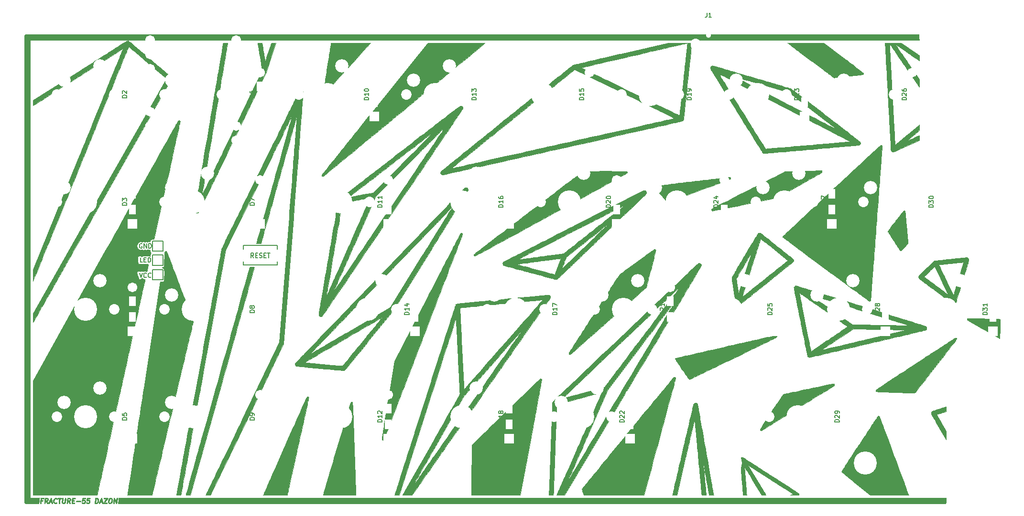
<source format=gbr>
G04 #@! TF.GenerationSoftware,KiCad,Pcbnew,(5.1.4)-1*
G04 #@! TF.CreationDate,2020-12-24T16:56:25-08:00*
G04 #@! TF.ProjectId,fracture-pcb-final,66726163-7475-4726-952d-7063622d6669,rev?*
G04 #@! TF.SameCoordinates,Original*
G04 #@! TF.FileFunction,Legend,Top*
G04 #@! TF.FilePolarity,Positive*
%FSLAX46Y46*%
G04 Gerber Fmt 4.6, Leading zero omitted, Abs format (unit mm)*
G04 Created by KiCad (PCBNEW (5.1.4)-1) date 2020-12-24 16:56:25*
%MOMM*%
%LPD*%
G04 APERTURE LIST*
%ADD10C,0.010000*%
%ADD11C,0.150000*%
%ADD12C,1.702000*%
%ADD13R,1.702000X1.702000*%
%ADD14R,1.302000X1.702000*%
%ADD15O,1.702000X2.102000*%
%ADD16C,0.902000*%
%ADD17C,2.352000*%
%ADD18C,4.089800*%
%ADD19C,1.852000*%
%ADD20C,2.102000*%
%ADD21R,1.626000X1.626000*%
%ADD22C,3.150000*%
G04 APERTURE END LIST*
D10*
G36*
X-47309182Y-138238606D02*
G01*
X-47295522Y-138271128D01*
X-47273953Y-138345128D01*
X-47246615Y-138452236D01*
X-47215648Y-138584083D01*
X-47184211Y-138727480D01*
X-47147419Y-138905707D01*
X-47122781Y-139040197D01*
X-47110452Y-139136628D01*
X-47110586Y-139200678D01*
X-47123340Y-139238025D01*
X-47148867Y-139254347D01*
X-47187323Y-139255321D01*
X-47198565Y-139253892D01*
X-47237923Y-139232278D01*
X-47269304Y-139174313D01*
X-47284900Y-139125538D01*
X-47318910Y-139004767D01*
X-47444131Y-139004767D01*
X-47516240Y-139006706D01*
X-47560231Y-139019913D01*
X-47592642Y-139055475D01*
X-47630014Y-139124481D01*
X-47633772Y-139131894D01*
X-47690334Y-139220353D01*
X-47745002Y-139258248D01*
X-47798273Y-139245808D01*
X-47825087Y-139220130D01*
X-47844108Y-139168403D01*
X-47832058Y-139124785D01*
X-47728907Y-138895274D01*
X-47697862Y-138826789D01*
X-47489841Y-138826789D01*
X-47418288Y-138826789D01*
X-47371971Y-138823362D01*
X-47356544Y-138803241D01*
X-47363727Y-138751664D01*
X-47367259Y-138735786D01*
X-47386305Y-138662849D01*
X-47403253Y-138639328D01*
X-47424060Y-138664431D01*
X-47449784Y-138724814D01*
X-47489841Y-138826789D01*
X-47697862Y-138826789D01*
X-47644056Y-138708098D01*
X-47575393Y-138559016D01*
X-47520807Y-138443789D01*
X-47478190Y-138358176D01*
X-47445429Y-138297937D01*
X-47420416Y-138258830D01*
X-47401038Y-138236617D01*
X-47385274Y-138227084D01*
X-47332640Y-138226175D01*
X-47309182Y-138238606D01*
X-47309182Y-138238606D01*
G37*
X-47309182Y-138238606D02*
X-47295522Y-138271128D01*
X-47273953Y-138345128D01*
X-47246615Y-138452236D01*
X-47215648Y-138584083D01*
X-47184211Y-138727480D01*
X-47147419Y-138905707D01*
X-47122781Y-139040197D01*
X-47110452Y-139136628D01*
X-47110586Y-139200678D01*
X-47123340Y-139238025D01*
X-47148867Y-139254347D01*
X-47187323Y-139255321D01*
X-47198565Y-139253892D01*
X-47237923Y-139232278D01*
X-47269304Y-139174313D01*
X-47284900Y-139125538D01*
X-47318910Y-139004767D01*
X-47444131Y-139004767D01*
X-47516240Y-139006706D01*
X-47560231Y-139019913D01*
X-47592642Y-139055475D01*
X-47630014Y-139124481D01*
X-47633772Y-139131894D01*
X-47690334Y-139220353D01*
X-47745002Y-139258248D01*
X-47798273Y-139245808D01*
X-47825087Y-139220130D01*
X-47844108Y-139168403D01*
X-47832058Y-139124785D01*
X-47728907Y-138895274D01*
X-47697862Y-138826789D01*
X-47489841Y-138826789D01*
X-47418288Y-138826789D01*
X-47371971Y-138823362D01*
X-47356544Y-138803241D01*
X-47363727Y-138751664D01*
X-47367259Y-138735786D01*
X-47386305Y-138662849D01*
X-47403253Y-138639328D01*
X-47424060Y-138664431D01*
X-47449784Y-138724814D01*
X-47489841Y-138826789D01*
X-47697862Y-138826789D01*
X-47644056Y-138708098D01*
X-47575393Y-138559016D01*
X-47520807Y-138443789D01*
X-47478190Y-138358176D01*
X-47445429Y-138297937D01*
X-47420416Y-138258830D01*
X-47401038Y-138236617D01*
X-47385274Y-138227084D01*
X-47332640Y-138226175D01*
X-47309182Y-138238606D01*
G36*
X-48772635Y-138220245D02*
G01*
X-48684331Y-138232998D01*
X-48633799Y-138257467D01*
X-48614704Y-138296283D01*
X-48617153Y-138336128D01*
X-48629589Y-138359946D01*
X-48662706Y-138375788D01*
X-48726624Y-138386446D01*
X-48829012Y-138394557D01*
X-49032170Y-138407270D01*
X-49039988Y-138515328D01*
X-49047807Y-138623386D01*
X-48950999Y-138623775D01*
X-48857418Y-138632957D01*
X-48806667Y-138661947D01*
X-48793385Y-138714320D01*
X-48794760Y-138727963D01*
X-48805657Y-138764179D01*
X-48834147Y-138783812D01*
X-48893739Y-138793420D01*
X-48935519Y-138796291D01*
X-49003653Y-138801488D01*
X-49047600Y-138814084D01*
X-49074259Y-138843898D01*
X-49090529Y-138900747D01*
X-49103308Y-138994448D01*
X-49108814Y-139042905D01*
X-49122211Y-139129969D01*
X-49139143Y-139198349D01*
X-49152148Y-139227240D01*
X-49199447Y-139255332D01*
X-49253355Y-139252916D01*
X-49289731Y-139221333D01*
X-49290449Y-139219563D01*
X-49293200Y-139179361D01*
X-49289223Y-139099580D01*
X-49279789Y-138990329D01*
X-49266171Y-138861721D01*
X-49249639Y-138723865D01*
X-49231466Y-138586874D01*
X-49212923Y-138460858D01*
X-49195283Y-138355929D01*
X-49179816Y-138282197D01*
X-49168570Y-138250572D01*
X-49132262Y-138232176D01*
X-49056885Y-138221113D01*
X-48937276Y-138216717D01*
X-48905043Y-138216579D01*
X-48772635Y-138220245D01*
X-48772635Y-138220245D01*
G37*
X-48772635Y-138220245D02*
X-48684331Y-138232998D01*
X-48633799Y-138257467D01*
X-48614704Y-138296283D01*
X-48617153Y-138336128D01*
X-48629589Y-138359946D01*
X-48662706Y-138375788D01*
X-48726624Y-138386446D01*
X-48829012Y-138394557D01*
X-49032170Y-138407270D01*
X-49039988Y-138515328D01*
X-49047807Y-138623386D01*
X-48950999Y-138623775D01*
X-48857418Y-138632957D01*
X-48806667Y-138661947D01*
X-48793385Y-138714320D01*
X-48794760Y-138727963D01*
X-48805657Y-138764179D01*
X-48834147Y-138783812D01*
X-48893739Y-138793420D01*
X-48935519Y-138796291D01*
X-49003653Y-138801488D01*
X-49047600Y-138814084D01*
X-49074259Y-138843898D01*
X-49090529Y-138900747D01*
X-49103308Y-138994448D01*
X-49108814Y-139042905D01*
X-49122211Y-139129969D01*
X-49139143Y-139198349D01*
X-49152148Y-139227240D01*
X-49199447Y-139255332D01*
X-49253355Y-139252916D01*
X-49289731Y-139221333D01*
X-49290449Y-139219563D01*
X-49293200Y-139179361D01*
X-49289223Y-139099580D01*
X-49279789Y-138990329D01*
X-49266171Y-138861721D01*
X-49249639Y-138723865D01*
X-49231466Y-138586874D01*
X-49212923Y-138460858D01*
X-49195283Y-138355929D01*
X-49179816Y-138282197D01*
X-49168570Y-138250572D01*
X-49132262Y-138232176D01*
X-49056885Y-138221113D01*
X-48937276Y-138216717D01*
X-48905043Y-138216579D01*
X-48772635Y-138220245D01*
G36*
X106342481Y-56073386D02*
G01*
X106349214Y-56116781D01*
X106356359Y-56201518D01*
X106363332Y-56318097D01*
X106369552Y-56457018D01*
X106373707Y-56581894D01*
X106386413Y-57033196D01*
X-51028066Y-57033196D01*
X-51028066Y-138242004D01*
X-49402110Y-138242004D01*
X-49414373Y-138311924D01*
X-49429434Y-138407487D01*
X-49445831Y-138527491D01*
X-49462508Y-138662046D01*
X-49478405Y-138801263D01*
X-49492464Y-138935249D01*
X-49503628Y-139054117D01*
X-49510838Y-139147974D01*
X-49513036Y-139206931D01*
X-49511647Y-139221111D01*
X-49513023Y-139230091D01*
X-49527399Y-139237556D01*
X-49558892Y-139243640D01*
X-49611615Y-139248478D01*
X-49689683Y-139252206D01*
X-49797210Y-139254960D01*
X-49938312Y-139256873D01*
X-50117101Y-139258082D01*
X-50337694Y-139258721D01*
X-50604204Y-139258926D01*
X-50663034Y-139258926D01*
X-50937214Y-139258829D01*
X-51165202Y-139258459D01*
X-51351655Y-139257625D01*
X-51501229Y-139256134D01*
X-51618584Y-139253795D01*
X-51708377Y-139250418D01*
X-51775266Y-139245810D01*
X-51823907Y-139239779D01*
X-51858960Y-139232135D01*
X-51885082Y-139222685D01*
X-51906930Y-139211238D01*
X-51913130Y-139207519D01*
X-51980416Y-139148850D01*
X-52031048Y-139075029D01*
X-52033900Y-139068591D01*
X-52035469Y-139060202D01*
X-52036993Y-139042186D01*
X-52038473Y-139013843D01*
X-52039910Y-138974475D01*
X-52041304Y-138923382D01*
X-52042656Y-138859866D01*
X-52043967Y-138783227D01*
X-52045238Y-138692768D01*
X-52046468Y-138587790D01*
X-52047659Y-138467593D01*
X-52048811Y-138331479D01*
X-52049925Y-138178749D01*
X-52051001Y-138008704D01*
X-52052040Y-137820645D01*
X-52053042Y-137613874D01*
X-52054009Y-137387692D01*
X-52054941Y-137141400D01*
X-52055838Y-136874299D01*
X-52056702Y-136585690D01*
X-52057531Y-136274875D01*
X-52058329Y-135941155D01*
X-52059094Y-135583831D01*
X-52059828Y-135202203D01*
X-52060531Y-134795575D01*
X-52061203Y-134363245D01*
X-52061847Y-133904517D01*
X-52062461Y-133418691D01*
X-52063047Y-132905067D01*
X-52063605Y-132362948D01*
X-52064135Y-131791635D01*
X-52064640Y-131190428D01*
X-52065118Y-130558630D01*
X-52065572Y-129895540D01*
X-52066000Y-129200461D01*
X-52066405Y-128472693D01*
X-52066786Y-127711539D01*
X-52067144Y-126916298D01*
X-52067480Y-126086272D01*
X-52067795Y-125220762D01*
X-52068088Y-124319070D01*
X-52068361Y-123380497D01*
X-52068615Y-122404344D01*
X-52068849Y-121389912D01*
X-52069065Y-120336502D01*
X-52069263Y-119243416D01*
X-52069444Y-118109954D01*
X-52069608Y-116935419D01*
X-52069756Y-115719110D01*
X-52069889Y-114460330D01*
X-52070007Y-113158380D01*
X-52070110Y-111812560D01*
X-52070201Y-110422172D01*
X-52070278Y-108986517D01*
X-52070343Y-107504896D01*
X-52070396Y-105976611D01*
X-52070438Y-104400963D01*
X-52070470Y-102777252D01*
X-52070492Y-101104781D01*
X-52070504Y-99382850D01*
X-52070508Y-97627359D01*
X-52070493Y-95649231D01*
X-52070447Y-93718306D01*
X-52070369Y-91834677D01*
X-52070261Y-89998435D01*
X-52070122Y-88209671D01*
X-52069953Y-86468477D01*
X-52069752Y-84774945D01*
X-52069522Y-83129167D01*
X-52069260Y-81531234D01*
X-52068968Y-79981237D01*
X-52068646Y-78479269D01*
X-52068293Y-77025421D01*
X-52067910Y-75619784D01*
X-52067497Y-74262450D01*
X-52067053Y-72953512D01*
X-52066580Y-71693060D01*
X-52066076Y-70481186D01*
X-52065542Y-69317982D01*
X-52064978Y-68203540D01*
X-52064384Y-67137950D01*
X-52063761Y-66121305D01*
X-52063107Y-65153697D01*
X-52062424Y-64235217D01*
X-52061711Y-63365956D01*
X-52060968Y-62546006D01*
X-52060196Y-61775460D01*
X-52059395Y-61054407D01*
X-52058563Y-60382941D01*
X-52057703Y-59761153D01*
X-52056813Y-59189134D01*
X-52055893Y-58666977D01*
X-52054945Y-58194772D01*
X-52053967Y-57772611D01*
X-52052960Y-57400587D01*
X-52051924Y-57078790D01*
X-52050859Y-56807312D01*
X-52049764Y-56586245D01*
X-52048641Y-56415681D01*
X-52047489Y-56295710D01*
X-52046309Y-56226426D01*
X-52045342Y-56207550D01*
X-52008687Y-56143751D01*
X-51954769Y-56080762D01*
X-51952640Y-56078768D01*
X-51885105Y-56016179D01*
X106323961Y-56016179D01*
X106342481Y-56073386D01*
X106342481Y-56073386D01*
G37*
X106342481Y-56073386D02*
X106349214Y-56116781D01*
X106356359Y-56201518D01*
X106363332Y-56318097D01*
X106369552Y-56457018D01*
X106373707Y-56581894D01*
X106386413Y-57033196D01*
X-51028066Y-57033196D01*
X-51028066Y-138242004D01*
X-49402110Y-138242004D01*
X-49414373Y-138311924D01*
X-49429434Y-138407487D01*
X-49445831Y-138527491D01*
X-49462508Y-138662046D01*
X-49478405Y-138801263D01*
X-49492464Y-138935249D01*
X-49503628Y-139054117D01*
X-49510838Y-139147974D01*
X-49513036Y-139206931D01*
X-49511647Y-139221111D01*
X-49513023Y-139230091D01*
X-49527399Y-139237556D01*
X-49558892Y-139243640D01*
X-49611615Y-139248478D01*
X-49689683Y-139252206D01*
X-49797210Y-139254960D01*
X-49938312Y-139256873D01*
X-50117101Y-139258082D01*
X-50337694Y-139258721D01*
X-50604204Y-139258926D01*
X-50663034Y-139258926D01*
X-50937214Y-139258829D01*
X-51165202Y-139258459D01*
X-51351655Y-139257625D01*
X-51501229Y-139256134D01*
X-51618584Y-139253795D01*
X-51708377Y-139250418D01*
X-51775266Y-139245810D01*
X-51823907Y-139239779D01*
X-51858960Y-139232135D01*
X-51885082Y-139222685D01*
X-51906930Y-139211238D01*
X-51913130Y-139207519D01*
X-51980416Y-139148850D01*
X-52031048Y-139075029D01*
X-52033900Y-139068591D01*
X-52035469Y-139060202D01*
X-52036993Y-139042186D01*
X-52038473Y-139013843D01*
X-52039910Y-138974475D01*
X-52041304Y-138923382D01*
X-52042656Y-138859866D01*
X-52043967Y-138783227D01*
X-52045238Y-138692768D01*
X-52046468Y-138587790D01*
X-52047659Y-138467593D01*
X-52048811Y-138331479D01*
X-52049925Y-138178749D01*
X-52051001Y-138008704D01*
X-52052040Y-137820645D01*
X-52053042Y-137613874D01*
X-52054009Y-137387692D01*
X-52054941Y-137141400D01*
X-52055838Y-136874299D01*
X-52056702Y-136585690D01*
X-52057531Y-136274875D01*
X-52058329Y-135941155D01*
X-52059094Y-135583831D01*
X-52059828Y-135202203D01*
X-52060531Y-134795575D01*
X-52061203Y-134363245D01*
X-52061847Y-133904517D01*
X-52062461Y-133418691D01*
X-52063047Y-132905067D01*
X-52063605Y-132362948D01*
X-52064135Y-131791635D01*
X-52064640Y-131190428D01*
X-52065118Y-130558630D01*
X-52065572Y-129895540D01*
X-52066000Y-129200461D01*
X-52066405Y-128472693D01*
X-52066786Y-127711539D01*
X-52067144Y-126916298D01*
X-52067480Y-126086272D01*
X-52067795Y-125220762D01*
X-52068088Y-124319070D01*
X-52068361Y-123380497D01*
X-52068615Y-122404344D01*
X-52068849Y-121389912D01*
X-52069065Y-120336502D01*
X-52069263Y-119243416D01*
X-52069444Y-118109954D01*
X-52069608Y-116935419D01*
X-52069756Y-115719110D01*
X-52069889Y-114460330D01*
X-52070007Y-113158380D01*
X-52070110Y-111812560D01*
X-52070201Y-110422172D01*
X-52070278Y-108986517D01*
X-52070343Y-107504896D01*
X-52070396Y-105976611D01*
X-52070438Y-104400963D01*
X-52070470Y-102777252D01*
X-52070492Y-101104781D01*
X-52070504Y-99382850D01*
X-52070508Y-97627359D01*
X-52070493Y-95649231D01*
X-52070447Y-93718306D01*
X-52070369Y-91834677D01*
X-52070261Y-89998435D01*
X-52070122Y-88209671D01*
X-52069953Y-86468477D01*
X-52069752Y-84774945D01*
X-52069522Y-83129167D01*
X-52069260Y-81531234D01*
X-52068968Y-79981237D01*
X-52068646Y-78479269D01*
X-52068293Y-77025421D01*
X-52067910Y-75619784D01*
X-52067497Y-74262450D01*
X-52067053Y-72953512D01*
X-52066580Y-71693060D01*
X-52066076Y-70481186D01*
X-52065542Y-69317982D01*
X-52064978Y-68203540D01*
X-52064384Y-67137950D01*
X-52063761Y-66121305D01*
X-52063107Y-65153697D01*
X-52062424Y-64235217D01*
X-52061711Y-63365956D01*
X-52060968Y-62546006D01*
X-52060196Y-61775460D01*
X-52059395Y-61054407D01*
X-52058563Y-60382941D01*
X-52057703Y-59761153D01*
X-52056813Y-59189134D01*
X-52055893Y-58666977D01*
X-52054945Y-58194772D01*
X-52053967Y-57772611D01*
X-52052960Y-57400587D01*
X-52051924Y-57078790D01*
X-52050859Y-56807312D01*
X-52049764Y-56586245D01*
X-52048641Y-56415681D01*
X-52047489Y-56295710D01*
X-52046309Y-56226426D01*
X-52045342Y-56207550D01*
X-52008687Y-56143751D01*
X-51954769Y-56080762D01*
X-51952640Y-56078768D01*
X-51885105Y-56016179D01*
X106323961Y-56016179D01*
X106342481Y-56073386D01*
G36*
X111154990Y-122459157D02*
G01*
X111148010Y-122869645D01*
X110313064Y-123137957D01*
X110117317Y-123201431D01*
X109937866Y-123260719D01*
X109780246Y-123313908D01*
X109649988Y-123359084D01*
X109552626Y-123394334D01*
X109493692Y-123417744D01*
X109477923Y-123426756D01*
X109490272Y-123451727D01*
X109525991Y-123517027D01*
X109582985Y-123618970D01*
X109659157Y-123753871D01*
X109752411Y-123918044D01*
X109860652Y-124107803D01*
X109981784Y-124319462D01*
X110113712Y-124549335D01*
X110254338Y-124793738D01*
X110319599Y-124906955D01*
X111161471Y-126366667D01*
X111154740Y-127136618D01*
X111148010Y-127906569D01*
X109827538Y-125618281D01*
X109613420Y-125247067D01*
X109423416Y-124917236D01*
X109256098Y-124626199D01*
X109110041Y-124371365D01*
X108983816Y-124150146D01*
X108875998Y-123959952D01*
X108785161Y-123798194D01*
X108709877Y-123662282D01*
X108648720Y-123549627D01*
X108600263Y-123457640D01*
X108563081Y-123383731D01*
X108535745Y-123325311D01*
X108516831Y-123279791D01*
X108504910Y-123244581D01*
X108498557Y-123217091D01*
X108496794Y-123202865D01*
X108509266Y-123068721D01*
X108567688Y-122954084D01*
X108669142Y-122864416D01*
X108681830Y-122856867D01*
X108721457Y-122840261D01*
X108804312Y-122810234D01*
X108925099Y-122768554D01*
X109078515Y-122716988D01*
X109259263Y-122657307D01*
X109462043Y-122591277D01*
X109681555Y-122520668D01*
X109851313Y-122466616D01*
X110081123Y-122393732D01*
X110299352Y-122324471D01*
X110500506Y-122260579D01*
X110679093Y-122203803D01*
X110829619Y-122155890D01*
X110946592Y-122118588D01*
X111024518Y-122093642D01*
X111053288Y-122084339D01*
X111161970Y-122048670D01*
X111154990Y-122459157D01*
X111154990Y-122459157D01*
G37*
X111154990Y-122459157D02*
X111148010Y-122869645D01*
X110313064Y-123137957D01*
X110117317Y-123201431D01*
X109937866Y-123260719D01*
X109780246Y-123313908D01*
X109649988Y-123359084D01*
X109552626Y-123394334D01*
X109493692Y-123417744D01*
X109477923Y-123426756D01*
X109490272Y-123451727D01*
X109525991Y-123517027D01*
X109582985Y-123618970D01*
X109659157Y-123753871D01*
X109752411Y-123918044D01*
X109860652Y-124107803D01*
X109981784Y-124319462D01*
X110113712Y-124549335D01*
X110254338Y-124793738D01*
X110319599Y-124906955D01*
X111161471Y-126366667D01*
X111154740Y-127136618D01*
X111148010Y-127906569D01*
X109827538Y-125618281D01*
X109613420Y-125247067D01*
X109423416Y-124917236D01*
X109256098Y-124626199D01*
X109110041Y-124371365D01*
X108983816Y-124150146D01*
X108875998Y-123959952D01*
X108785161Y-123798194D01*
X108709877Y-123662282D01*
X108648720Y-123549627D01*
X108600263Y-123457640D01*
X108563081Y-123383731D01*
X108535745Y-123325311D01*
X108516831Y-123279791D01*
X108504910Y-123244581D01*
X108498557Y-123217091D01*
X108496794Y-123202865D01*
X108509266Y-123068721D01*
X108567688Y-122954084D01*
X108669142Y-122864416D01*
X108681830Y-122856867D01*
X108721457Y-122840261D01*
X108804312Y-122810234D01*
X108925099Y-122768554D01*
X109078515Y-122716988D01*
X109259263Y-122657307D01*
X109462043Y-122591277D01*
X109681555Y-122520668D01*
X109851313Y-122466616D01*
X110081123Y-122393732D01*
X110299352Y-122324471D01*
X110500506Y-122260579D01*
X110679093Y-122203803D01*
X110829619Y-122155890D01*
X110946592Y-122118588D01*
X111024518Y-122093642D01*
X111053288Y-122084339D01*
X111161970Y-122048670D01*
X111154990Y-122459157D01*
G36*
X-48059634Y-138231365D02*
G01*
X-47944055Y-138275568D01*
X-47868503Y-138349954D01*
X-47841186Y-138412298D01*
X-47830642Y-138524485D01*
X-47855762Y-138638228D01*
X-47910023Y-138738879D01*
X-47986899Y-138811788D01*
X-48028110Y-138831994D01*
X-48043792Y-138847109D01*
X-48039837Y-138880859D01*
X-48013743Y-138942254D01*
X-47978233Y-139011688D01*
X-47933439Y-139100539D01*
X-47911880Y-139157370D01*
X-47910539Y-139193710D01*
X-47924139Y-139218443D01*
X-47967349Y-139254978D01*
X-48011342Y-139255522D01*
X-48060832Y-139216943D01*
X-48120533Y-139136109D01*
X-48169248Y-139055618D01*
X-48224157Y-138966441D01*
X-48273432Y-138897146D01*
X-48309678Y-138857668D01*
X-48320654Y-138852215D01*
X-48345813Y-138877421D01*
X-48364781Y-138952901D01*
X-48370761Y-138998411D01*
X-48383714Y-139089810D01*
X-48399835Y-139168069D01*
X-48410183Y-139201814D01*
X-48448532Y-139245572D01*
X-48502324Y-139259882D01*
X-48544850Y-139242071D01*
X-48556343Y-139214455D01*
X-48560542Y-139158543D01*
X-48557175Y-139069584D01*
X-48545971Y-138942827D01*
X-48526661Y-138773523D01*
X-48511193Y-138650480D01*
X-48510327Y-138644334D01*
X-48330897Y-138644334D01*
X-48318717Y-138667283D01*
X-48274816Y-138673874D01*
X-48229730Y-138674237D01*
X-48130379Y-138660707D01*
X-48061286Y-138618954D01*
X-48010878Y-138548930D01*
X-48007155Y-138484677D01*
X-48045964Y-138433166D01*
X-48123155Y-138401365D01*
X-48194947Y-138394557D01*
X-48264972Y-138397431D01*
X-48297873Y-138410922D01*
X-48307271Y-138442334D01*
X-48307546Y-138454942D01*
X-48312682Y-138524982D01*
X-48323436Y-138594782D01*
X-48330897Y-138644334D01*
X-48510327Y-138644334D01*
X-48489272Y-138494928D01*
X-48467918Y-138370813D01*
X-48448326Y-138284110D01*
X-48431691Y-138240794D01*
X-48428589Y-138237706D01*
X-48388407Y-138227509D01*
X-48313358Y-138220081D01*
X-48219411Y-138216979D01*
X-48215960Y-138216968D01*
X-48059634Y-138231365D01*
X-48059634Y-138231365D01*
G37*
X-48059634Y-138231365D02*
X-47944055Y-138275568D01*
X-47868503Y-138349954D01*
X-47841186Y-138412298D01*
X-47830642Y-138524485D01*
X-47855762Y-138638228D01*
X-47910023Y-138738879D01*
X-47986899Y-138811788D01*
X-48028110Y-138831994D01*
X-48043792Y-138847109D01*
X-48039837Y-138880859D01*
X-48013743Y-138942254D01*
X-47978233Y-139011688D01*
X-47933439Y-139100539D01*
X-47911880Y-139157370D01*
X-47910539Y-139193710D01*
X-47924139Y-139218443D01*
X-47967349Y-139254978D01*
X-48011342Y-139255522D01*
X-48060832Y-139216943D01*
X-48120533Y-139136109D01*
X-48169248Y-139055618D01*
X-48224157Y-138966441D01*
X-48273432Y-138897146D01*
X-48309678Y-138857668D01*
X-48320654Y-138852215D01*
X-48345813Y-138877421D01*
X-48364781Y-138952901D01*
X-48370761Y-138998411D01*
X-48383714Y-139089810D01*
X-48399835Y-139168069D01*
X-48410183Y-139201814D01*
X-48448532Y-139245572D01*
X-48502324Y-139259882D01*
X-48544850Y-139242071D01*
X-48556343Y-139214455D01*
X-48560542Y-139158543D01*
X-48557175Y-139069584D01*
X-48545971Y-138942827D01*
X-48526661Y-138773523D01*
X-48511193Y-138650480D01*
X-48510327Y-138644334D01*
X-48330897Y-138644334D01*
X-48318717Y-138667283D01*
X-48274816Y-138673874D01*
X-48229730Y-138674237D01*
X-48130379Y-138660707D01*
X-48061286Y-138618954D01*
X-48010878Y-138548930D01*
X-48007155Y-138484677D01*
X-48045964Y-138433166D01*
X-48123155Y-138401365D01*
X-48194947Y-138394557D01*
X-48264972Y-138397431D01*
X-48297873Y-138410922D01*
X-48307271Y-138442334D01*
X-48307546Y-138454942D01*
X-48312682Y-138524982D01*
X-48323436Y-138594782D01*
X-48330897Y-138644334D01*
X-48510327Y-138644334D01*
X-48489272Y-138494928D01*
X-48467918Y-138370813D01*
X-48448326Y-138284110D01*
X-48431691Y-138240794D01*
X-48428589Y-138237706D01*
X-48388407Y-138227509D01*
X-48313358Y-138220081D01*
X-48219411Y-138216979D01*
X-48215960Y-138216968D01*
X-48059634Y-138231365D01*
G36*
X-24585557Y-71314154D02*
G01*
X-24562044Y-71338426D01*
X-24525121Y-71396735D01*
X-24508586Y-71445229D01*
X-24508539Y-71446484D01*
X-24513928Y-71473883D01*
X-24529966Y-71549295D01*
X-24556295Y-71671091D01*
X-24592555Y-71837639D01*
X-24638385Y-72047309D01*
X-24693426Y-72298471D01*
X-24757318Y-72589493D01*
X-24829702Y-72918745D01*
X-24910217Y-73284595D01*
X-24998505Y-73685415D01*
X-25094204Y-74119572D01*
X-25196956Y-74585436D01*
X-25306401Y-75081377D01*
X-25422179Y-75605763D01*
X-25543929Y-76156964D01*
X-25671294Y-76733349D01*
X-25803912Y-77333288D01*
X-25941424Y-77955150D01*
X-26083470Y-78597304D01*
X-26229691Y-79258119D01*
X-26379726Y-79935965D01*
X-26533216Y-80629212D01*
X-26689802Y-81336227D01*
X-26815896Y-81905418D01*
X-29124062Y-92323287D01*
X-29327862Y-92323487D01*
X-29501293Y-92338449D01*
X-29634082Y-92383440D01*
X-29727146Y-92459189D01*
X-29781401Y-92566423D01*
X-29797836Y-92696354D01*
X-29797836Y-92802848D01*
X-29982170Y-92788995D01*
X-30112153Y-92785105D01*
X-30208210Y-92797128D01*
X-30257480Y-92813258D01*
X-30324976Y-92836155D01*
X-30373499Y-92833843D01*
X-30410033Y-92817260D01*
X-30503622Y-92785513D01*
X-30602967Y-92795992D01*
X-30672246Y-92823283D01*
X-30734890Y-92848966D01*
X-30782256Y-92849815D01*
X-30843185Y-92825830D01*
X-30848572Y-92823283D01*
X-30952068Y-92787212D01*
X-31042645Y-92789632D01*
X-31123519Y-92821323D01*
X-31178464Y-92845026D01*
X-31225431Y-92846499D01*
X-31289608Y-92825742D01*
X-31300748Y-92821323D01*
X-31393011Y-92794677D01*
X-31488614Y-92781612D01*
X-31500900Y-92781344D01*
X-31625492Y-92798171D01*
X-31758811Y-92842873D01*
X-31879598Y-92906776D01*
X-31952647Y-92965616D01*
X-32051699Y-93102049D01*
X-32120024Y-93268337D01*
X-32154964Y-93451935D01*
X-32153865Y-93640298D01*
X-32125870Y-93783880D01*
X-32056460Y-93941832D01*
X-31952630Y-94072265D01*
X-31822458Y-94170959D01*
X-31674018Y-94233693D01*
X-31515388Y-94256249D01*
X-31354642Y-94234405D01*
X-31299649Y-94215599D01*
X-31232585Y-94191798D01*
X-31190035Y-94189611D01*
X-31150485Y-94209038D01*
X-31140925Y-94215599D01*
X-31052625Y-94249743D01*
X-30946008Y-94250730D01*
X-30841406Y-94218450D01*
X-30839016Y-94217227D01*
X-30782066Y-94193375D01*
X-30735575Y-94196445D01*
X-30684432Y-94219584D01*
X-30585754Y-94248555D01*
X-30500097Y-94244588D01*
X-30411855Y-94235143D01*
X-30330207Y-94232777D01*
X-30319057Y-94233279D01*
X-30258231Y-94235826D01*
X-30164131Y-94238313D01*
X-30054334Y-94240299D01*
X-30022796Y-94240710D01*
X-29802810Y-94243306D01*
X-29793206Y-94413689D01*
X-29783429Y-94517150D01*
X-29765100Y-94586167D01*
X-29733388Y-94637007D01*
X-29723733Y-94647799D01*
X-29684768Y-94700198D01*
X-29674127Y-94756595D01*
X-29680274Y-94814139D01*
X-29704710Y-94905366D01*
X-29742558Y-94991689D01*
X-29747164Y-94999549D01*
X-29784652Y-95093881D01*
X-29797667Y-95219634D01*
X-29797741Y-95231261D01*
X-29799454Y-95313948D01*
X-29806743Y-95355817D01*
X-29823030Y-95366854D01*
X-29842330Y-95361284D01*
X-30010698Y-95303007D01*
X-30161837Y-95281417D01*
X-30311297Y-95294318D01*
X-30313708Y-95294783D01*
X-30437640Y-95311581D01*
X-30531935Y-95306188D01*
X-30560431Y-95299247D01*
X-30661857Y-95281362D01*
X-30790739Y-95275010D01*
X-30925937Y-95279744D01*
X-31046312Y-95295116D01*
X-31107245Y-95310828D01*
X-31189840Y-95353227D01*
X-31261864Y-95411683D01*
X-31271324Y-95422382D01*
X-31333701Y-95498376D01*
X-31411164Y-95409539D01*
X-31511404Y-95328115D01*
X-31623805Y-95292808D01*
X-31739273Y-95303540D01*
X-31848714Y-95360231D01*
X-31905563Y-95413817D01*
X-31984422Y-95503634D01*
X-31984422Y-96014613D01*
X-31983816Y-96217441D01*
X-31978690Y-96380726D01*
X-31964083Y-96508629D01*
X-31935034Y-96605313D01*
X-31886580Y-96674938D01*
X-31813762Y-96721666D01*
X-31711617Y-96749658D01*
X-31575185Y-96763078D01*
X-31399504Y-96766085D01*
X-31179612Y-96762842D01*
X-31094533Y-96761068D01*
X-30925403Y-96757472D01*
X-30770342Y-96754063D01*
X-30637623Y-96751034D01*
X-30535524Y-96748573D01*
X-30472319Y-96746873D01*
X-30458897Y-96746413D01*
X-30365956Y-96748237D01*
X-30273029Y-96759330D01*
X-30193689Y-96776889D01*
X-30141511Y-96798113D01*
X-30128366Y-96814624D01*
X-30133635Y-96846924D01*
X-30148208Y-96920366D01*
X-30170241Y-97026478D01*
X-30197888Y-97156791D01*
X-30229302Y-97302832D01*
X-30262637Y-97456131D01*
X-30296047Y-97608216D01*
X-30327687Y-97750617D01*
X-30355709Y-97874863D01*
X-30378268Y-97972483D01*
X-30393518Y-98035004D01*
X-30397373Y-98049003D01*
X-30409410Y-98073217D01*
X-30433697Y-98076466D01*
X-30483920Y-98058086D01*
X-30517259Y-98043205D01*
X-30664221Y-98001950D01*
X-30825461Y-97999767D01*
X-30966256Y-98031288D01*
X-31038882Y-98053196D01*
X-31089059Y-98054136D01*
X-31140663Y-98034106D01*
X-31146168Y-98031288D01*
X-31265493Y-97996606D01*
X-31388014Y-98008938D01*
X-31478722Y-98051907D01*
X-31564903Y-98110259D01*
X-31651296Y-98051907D01*
X-31760031Y-98005165D01*
X-31873137Y-98000690D01*
X-31980252Y-98033204D01*
X-32071015Y-98097431D01*
X-32135067Y-98188094D01*
X-32162045Y-98299917D01*
X-32162305Y-98312168D01*
X-32154020Y-98365215D01*
X-32131231Y-98454952D01*
X-32097154Y-98571832D01*
X-32055006Y-98706311D01*
X-32008003Y-98848840D01*
X-31959363Y-98989875D01*
X-31912302Y-99119869D01*
X-31870036Y-99229276D01*
X-31835782Y-99308549D01*
X-31813502Y-99347353D01*
X-31723645Y-99418593D01*
X-31617957Y-99461076D01*
X-31559809Y-99468136D01*
X-31468702Y-99447696D01*
X-31374037Y-99394789D01*
X-31296402Y-99321697D01*
X-31282818Y-99302862D01*
X-31239511Y-99236768D01*
X-31160571Y-99313280D01*
X-31060039Y-99385594D01*
X-30935352Y-99440212D01*
X-30811057Y-99467045D01*
X-30783474Y-99468231D01*
X-30731246Y-99473419D01*
X-30717012Y-99496683D01*
X-30721861Y-99525438D01*
X-30728049Y-99552994D01*
X-30744977Y-99628990D01*
X-30772377Y-99752223D01*
X-30809982Y-99921487D01*
X-30857525Y-100135578D01*
X-30914739Y-100393292D01*
X-30981356Y-100693423D01*
X-31057109Y-101034766D01*
X-31141732Y-101416118D01*
X-31234956Y-101836274D01*
X-31336516Y-102294029D01*
X-31446143Y-102788178D01*
X-31563570Y-103317517D01*
X-31688530Y-103880842D01*
X-31820756Y-104476946D01*
X-31959981Y-105104627D01*
X-32105938Y-105762679D01*
X-32258359Y-106449897D01*
X-32416977Y-107165078D01*
X-32581526Y-107907015D01*
X-32751737Y-108674506D01*
X-32927343Y-109466345D01*
X-33108078Y-110281327D01*
X-33293675Y-111118248D01*
X-33483865Y-111975903D01*
X-33678382Y-112853087D01*
X-33876959Y-113748597D01*
X-34079328Y-114661227D01*
X-34285223Y-115589773D01*
X-34494376Y-116533029D01*
X-34706519Y-117489792D01*
X-34921387Y-118458857D01*
X-34958510Y-118626289D01*
X-35173802Y-119597258D01*
X-35386416Y-120556102D01*
X-35596084Y-121501617D01*
X-35802540Y-122432598D01*
X-36005516Y-123347844D01*
X-36204745Y-124246150D01*
X-36399961Y-125126312D01*
X-36590895Y-125987127D01*
X-36777281Y-126827391D01*
X-36958852Y-127645902D01*
X-37135340Y-128441454D01*
X-37306479Y-129212845D01*
X-37472002Y-129958871D01*
X-37631640Y-130678329D01*
X-37785128Y-131370015D01*
X-37932198Y-132032725D01*
X-38072583Y-132665255D01*
X-38206016Y-133266403D01*
X-38332229Y-133834965D01*
X-38450956Y-134369736D01*
X-38561930Y-134869515D01*
X-38664883Y-135333096D01*
X-38759548Y-135759276D01*
X-38845658Y-136146852D01*
X-38922947Y-136494621D01*
X-38991146Y-136801378D01*
X-39049989Y-137065920D01*
X-39099209Y-137287043D01*
X-39138539Y-137463545D01*
X-39167711Y-137594220D01*
X-39186458Y-137677867D01*
X-39194514Y-137713281D01*
X-39194803Y-137714427D01*
X-39198138Y-137719394D01*
X-39206231Y-137723978D01*
X-39221041Y-137728194D01*
X-39244529Y-137732058D01*
X-39278655Y-137735585D01*
X-39325377Y-137738791D01*
X-39386658Y-137741689D01*
X-39464455Y-137744297D01*
X-39560730Y-137746629D01*
X-39677441Y-137748700D01*
X-39816550Y-137750526D01*
X-39980015Y-137752122D01*
X-40169798Y-137753503D01*
X-40387857Y-137754686D01*
X-40636152Y-137755684D01*
X-40916645Y-137756514D01*
X-41231293Y-137757190D01*
X-41582058Y-137757728D01*
X-41970899Y-137758144D01*
X-42399777Y-137758452D01*
X-42870650Y-137758669D01*
X-43385480Y-137758808D01*
X-43946225Y-137758886D01*
X-44554847Y-137758918D01*
X-44889539Y-137758921D01*
X-50570408Y-137758921D01*
X-50570408Y-117461833D01*
X-37728979Y-94411128D01*
X-37165537Y-93399780D01*
X-36608013Y-92399150D01*
X-36056924Y-91410161D01*
X-35512788Y-90433741D01*
X-34976121Y-89470815D01*
X-34447440Y-88522308D01*
X-33927261Y-87589145D01*
X-33416102Y-86672254D01*
X-32914478Y-85772558D01*
X-32422907Y-84890984D01*
X-31941906Y-84028457D01*
X-31471991Y-83185903D01*
X-31013678Y-82364248D01*
X-30567486Y-81564417D01*
X-30133930Y-80787335D01*
X-29713527Y-80033929D01*
X-29306794Y-79305124D01*
X-28914248Y-78601846D01*
X-28536405Y-77925020D01*
X-28173783Y-77275571D01*
X-27826897Y-76654426D01*
X-27496265Y-76062510D01*
X-27182403Y-75500748D01*
X-26885829Y-74970067D01*
X-26607059Y-74471391D01*
X-26346609Y-74005647D01*
X-26104996Y-73573760D01*
X-25882738Y-73176656D01*
X-25680351Y-72815260D01*
X-25498351Y-72490497D01*
X-25337255Y-72203295D01*
X-25197581Y-71954577D01*
X-25079845Y-71745270D01*
X-24984563Y-71576299D01*
X-24912253Y-71448590D01*
X-24863430Y-71363069D01*
X-24838613Y-71320661D01*
X-24835472Y-71315928D01*
X-24754212Y-71275747D01*
X-24664802Y-71275658D01*
X-24585557Y-71314154D01*
X-24585557Y-71314154D01*
G37*
X-24585557Y-71314154D02*
X-24562044Y-71338426D01*
X-24525121Y-71396735D01*
X-24508586Y-71445229D01*
X-24508539Y-71446484D01*
X-24513928Y-71473883D01*
X-24529966Y-71549295D01*
X-24556295Y-71671091D01*
X-24592555Y-71837639D01*
X-24638385Y-72047309D01*
X-24693426Y-72298471D01*
X-24757318Y-72589493D01*
X-24829702Y-72918745D01*
X-24910217Y-73284595D01*
X-24998505Y-73685415D01*
X-25094204Y-74119572D01*
X-25196956Y-74585436D01*
X-25306401Y-75081377D01*
X-25422179Y-75605763D01*
X-25543929Y-76156964D01*
X-25671294Y-76733349D01*
X-25803912Y-77333288D01*
X-25941424Y-77955150D01*
X-26083470Y-78597304D01*
X-26229691Y-79258119D01*
X-26379726Y-79935965D01*
X-26533216Y-80629212D01*
X-26689802Y-81336227D01*
X-26815896Y-81905418D01*
X-29124062Y-92323287D01*
X-29327862Y-92323487D01*
X-29501293Y-92338449D01*
X-29634082Y-92383440D01*
X-29727146Y-92459189D01*
X-29781401Y-92566423D01*
X-29797836Y-92696354D01*
X-29797836Y-92802848D01*
X-29982170Y-92788995D01*
X-30112153Y-92785105D01*
X-30208210Y-92797128D01*
X-30257480Y-92813258D01*
X-30324976Y-92836155D01*
X-30373499Y-92833843D01*
X-30410033Y-92817260D01*
X-30503622Y-92785513D01*
X-30602967Y-92795992D01*
X-30672246Y-92823283D01*
X-30734890Y-92848966D01*
X-30782256Y-92849815D01*
X-30843185Y-92825830D01*
X-30848572Y-92823283D01*
X-30952068Y-92787212D01*
X-31042645Y-92789632D01*
X-31123519Y-92821323D01*
X-31178464Y-92845026D01*
X-31225431Y-92846499D01*
X-31289608Y-92825742D01*
X-31300748Y-92821323D01*
X-31393011Y-92794677D01*
X-31488614Y-92781612D01*
X-31500900Y-92781344D01*
X-31625492Y-92798171D01*
X-31758811Y-92842873D01*
X-31879598Y-92906776D01*
X-31952647Y-92965616D01*
X-32051699Y-93102049D01*
X-32120024Y-93268337D01*
X-32154964Y-93451935D01*
X-32153865Y-93640298D01*
X-32125870Y-93783880D01*
X-32056460Y-93941832D01*
X-31952630Y-94072265D01*
X-31822458Y-94170959D01*
X-31674018Y-94233693D01*
X-31515388Y-94256249D01*
X-31354642Y-94234405D01*
X-31299649Y-94215599D01*
X-31232585Y-94191798D01*
X-31190035Y-94189611D01*
X-31150485Y-94209038D01*
X-31140925Y-94215599D01*
X-31052625Y-94249743D01*
X-30946008Y-94250730D01*
X-30841406Y-94218450D01*
X-30839016Y-94217227D01*
X-30782066Y-94193375D01*
X-30735575Y-94196445D01*
X-30684432Y-94219584D01*
X-30585754Y-94248555D01*
X-30500097Y-94244588D01*
X-30411855Y-94235143D01*
X-30330207Y-94232777D01*
X-30319057Y-94233279D01*
X-30258231Y-94235826D01*
X-30164131Y-94238313D01*
X-30054334Y-94240299D01*
X-30022796Y-94240710D01*
X-29802810Y-94243306D01*
X-29793206Y-94413689D01*
X-29783429Y-94517150D01*
X-29765100Y-94586167D01*
X-29733388Y-94637007D01*
X-29723733Y-94647799D01*
X-29684768Y-94700198D01*
X-29674127Y-94756595D01*
X-29680274Y-94814139D01*
X-29704710Y-94905366D01*
X-29742558Y-94991689D01*
X-29747164Y-94999549D01*
X-29784652Y-95093881D01*
X-29797667Y-95219634D01*
X-29797741Y-95231261D01*
X-29799454Y-95313948D01*
X-29806743Y-95355817D01*
X-29823030Y-95366854D01*
X-29842330Y-95361284D01*
X-30010698Y-95303007D01*
X-30161837Y-95281417D01*
X-30311297Y-95294318D01*
X-30313708Y-95294783D01*
X-30437640Y-95311581D01*
X-30531935Y-95306188D01*
X-30560431Y-95299247D01*
X-30661857Y-95281362D01*
X-30790739Y-95275010D01*
X-30925937Y-95279744D01*
X-31046312Y-95295116D01*
X-31107245Y-95310828D01*
X-31189840Y-95353227D01*
X-31261864Y-95411683D01*
X-31271324Y-95422382D01*
X-31333701Y-95498376D01*
X-31411164Y-95409539D01*
X-31511404Y-95328115D01*
X-31623805Y-95292808D01*
X-31739273Y-95303540D01*
X-31848714Y-95360231D01*
X-31905563Y-95413817D01*
X-31984422Y-95503634D01*
X-31984422Y-96014613D01*
X-31983816Y-96217441D01*
X-31978690Y-96380726D01*
X-31964083Y-96508629D01*
X-31935034Y-96605313D01*
X-31886580Y-96674938D01*
X-31813762Y-96721666D01*
X-31711617Y-96749658D01*
X-31575185Y-96763078D01*
X-31399504Y-96766085D01*
X-31179612Y-96762842D01*
X-31094533Y-96761068D01*
X-30925403Y-96757472D01*
X-30770342Y-96754063D01*
X-30637623Y-96751034D01*
X-30535524Y-96748573D01*
X-30472319Y-96746873D01*
X-30458897Y-96746413D01*
X-30365956Y-96748237D01*
X-30273029Y-96759330D01*
X-30193689Y-96776889D01*
X-30141511Y-96798113D01*
X-30128366Y-96814624D01*
X-30133635Y-96846924D01*
X-30148208Y-96920366D01*
X-30170241Y-97026478D01*
X-30197888Y-97156791D01*
X-30229302Y-97302832D01*
X-30262637Y-97456131D01*
X-30296047Y-97608216D01*
X-30327687Y-97750617D01*
X-30355709Y-97874863D01*
X-30378268Y-97972483D01*
X-30393518Y-98035004D01*
X-30397373Y-98049003D01*
X-30409410Y-98073217D01*
X-30433697Y-98076466D01*
X-30483920Y-98058086D01*
X-30517259Y-98043205D01*
X-30664221Y-98001950D01*
X-30825461Y-97999767D01*
X-30966256Y-98031288D01*
X-31038882Y-98053196D01*
X-31089059Y-98054136D01*
X-31140663Y-98034106D01*
X-31146168Y-98031288D01*
X-31265493Y-97996606D01*
X-31388014Y-98008938D01*
X-31478722Y-98051907D01*
X-31564903Y-98110259D01*
X-31651296Y-98051907D01*
X-31760031Y-98005165D01*
X-31873137Y-98000690D01*
X-31980252Y-98033204D01*
X-32071015Y-98097431D01*
X-32135067Y-98188094D01*
X-32162045Y-98299917D01*
X-32162305Y-98312168D01*
X-32154020Y-98365215D01*
X-32131231Y-98454952D01*
X-32097154Y-98571832D01*
X-32055006Y-98706311D01*
X-32008003Y-98848840D01*
X-31959363Y-98989875D01*
X-31912302Y-99119869D01*
X-31870036Y-99229276D01*
X-31835782Y-99308549D01*
X-31813502Y-99347353D01*
X-31723645Y-99418593D01*
X-31617957Y-99461076D01*
X-31559809Y-99468136D01*
X-31468702Y-99447696D01*
X-31374037Y-99394789D01*
X-31296402Y-99321697D01*
X-31282818Y-99302862D01*
X-31239511Y-99236768D01*
X-31160571Y-99313280D01*
X-31060039Y-99385594D01*
X-30935352Y-99440212D01*
X-30811057Y-99467045D01*
X-30783474Y-99468231D01*
X-30731246Y-99473419D01*
X-30717012Y-99496683D01*
X-30721861Y-99525438D01*
X-30728049Y-99552994D01*
X-30744977Y-99628990D01*
X-30772377Y-99752223D01*
X-30809982Y-99921487D01*
X-30857525Y-100135578D01*
X-30914739Y-100393292D01*
X-30981356Y-100693423D01*
X-31057109Y-101034766D01*
X-31141732Y-101416118D01*
X-31234956Y-101836274D01*
X-31336516Y-102294029D01*
X-31446143Y-102788178D01*
X-31563570Y-103317517D01*
X-31688530Y-103880842D01*
X-31820756Y-104476946D01*
X-31959981Y-105104627D01*
X-32105938Y-105762679D01*
X-32258359Y-106449897D01*
X-32416977Y-107165078D01*
X-32581526Y-107907015D01*
X-32751737Y-108674506D01*
X-32927343Y-109466345D01*
X-33108078Y-110281327D01*
X-33293675Y-111118248D01*
X-33483865Y-111975903D01*
X-33678382Y-112853087D01*
X-33876959Y-113748597D01*
X-34079328Y-114661227D01*
X-34285223Y-115589773D01*
X-34494376Y-116533029D01*
X-34706519Y-117489792D01*
X-34921387Y-118458857D01*
X-34958510Y-118626289D01*
X-35173802Y-119597258D01*
X-35386416Y-120556102D01*
X-35596084Y-121501617D01*
X-35802540Y-122432598D01*
X-36005516Y-123347844D01*
X-36204745Y-124246150D01*
X-36399961Y-125126312D01*
X-36590895Y-125987127D01*
X-36777281Y-126827391D01*
X-36958852Y-127645902D01*
X-37135340Y-128441454D01*
X-37306479Y-129212845D01*
X-37472002Y-129958871D01*
X-37631640Y-130678329D01*
X-37785128Y-131370015D01*
X-37932198Y-132032725D01*
X-38072583Y-132665255D01*
X-38206016Y-133266403D01*
X-38332229Y-133834965D01*
X-38450956Y-134369736D01*
X-38561930Y-134869515D01*
X-38664883Y-135333096D01*
X-38759548Y-135759276D01*
X-38845658Y-136146852D01*
X-38922947Y-136494621D01*
X-38991146Y-136801378D01*
X-39049989Y-137065920D01*
X-39099209Y-137287043D01*
X-39138539Y-137463545D01*
X-39167711Y-137594220D01*
X-39186458Y-137677867D01*
X-39194514Y-137713281D01*
X-39194803Y-137714427D01*
X-39198138Y-137719394D01*
X-39206231Y-137723978D01*
X-39221041Y-137728194D01*
X-39244529Y-137732058D01*
X-39278655Y-137735585D01*
X-39325377Y-137738791D01*
X-39386658Y-137741689D01*
X-39464455Y-137744297D01*
X-39560730Y-137746629D01*
X-39677441Y-137748700D01*
X-39816550Y-137750526D01*
X-39980015Y-137752122D01*
X-40169798Y-137753503D01*
X-40387857Y-137754686D01*
X-40636152Y-137755684D01*
X-40916645Y-137756514D01*
X-41231293Y-137757190D01*
X-41582058Y-137757728D01*
X-41970899Y-137758144D01*
X-42399777Y-137758452D01*
X-42870650Y-137758669D01*
X-43385480Y-137758808D01*
X-43946225Y-137758886D01*
X-44554847Y-137758918D01*
X-44889539Y-137758921D01*
X-50570408Y-137758921D01*
X-50570408Y-117461833D01*
X-37728979Y-94411128D01*
X-37165537Y-93399780D01*
X-36608013Y-92399150D01*
X-36056924Y-91410161D01*
X-35512788Y-90433741D01*
X-34976121Y-89470815D01*
X-34447440Y-88522308D01*
X-33927261Y-87589145D01*
X-33416102Y-86672254D01*
X-32914478Y-85772558D01*
X-32422907Y-84890984D01*
X-31941906Y-84028457D01*
X-31471991Y-83185903D01*
X-31013678Y-82364248D01*
X-30567486Y-81564417D01*
X-30133930Y-80787335D01*
X-29713527Y-80033929D01*
X-29306794Y-79305124D01*
X-28914248Y-78601846D01*
X-28536405Y-77925020D01*
X-28173783Y-77275571D01*
X-27826897Y-76654426D01*
X-27496265Y-76062510D01*
X-27182403Y-75500748D01*
X-26885829Y-74970067D01*
X-26607059Y-74471391D01*
X-26346609Y-74005647D01*
X-26104996Y-73573760D01*
X-25882738Y-73176656D01*
X-25680351Y-72815260D01*
X-25498351Y-72490497D01*
X-25337255Y-72203295D01*
X-25197581Y-71954577D01*
X-25079845Y-71745270D01*
X-24984563Y-71576299D01*
X-24912253Y-71448590D01*
X-24863430Y-71363069D01*
X-24838613Y-71320661D01*
X-24835472Y-71315928D01*
X-24754212Y-71275747D01*
X-24664802Y-71275658D01*
X-24585557Y-71314154D01*
G36*
X5953252Y-121216165D02*
G01*
X5964849Y-121223559D01*
X5975791Y-121238166D01*
X5986171Y-121261609D01*
X5996083Y-121295512D01*
X6005621Y-121341498D01*
X6014878Y-121401189D01*
X6023948Y-121476208D01*
X6032924Y-121568179D01*
X6041899Y-121678724D01*
X6050968Y-121809467D01*
X6060223Y-121962030D01*
X6069759Y-122138037D01*
X6079668Y-122339110D01*
X6090045Y-122566873D01*
X6100983Y-122822949D01*
X6112575Y-123108960D01*
X6124915Y-123426530D01*
X6138096Y-123777281D01*
X6152212Y-124162837D01*
X6167357Y-124584820D01*
X6183624Y-125044854D01*
X6201107Y-125544562D01*
X6219898Y-126085566D01*
X6240093Y-126669491D01*
X6261783Y-127297957D01*
X6285063Y-127972590D01*
X6310027Y-128695011D01*
X6333071Y-129360323D01*
X6355139Y-129997155D01*
X6376748Y-130621910D01*
X6397831Y-131232606D01*
X6418322Y-131827265D01*
X6438151Y-132403906D01*
X6457254Y-132960548D01*
X6475562Y-133495212D01*
X6493009Y-134005918D01*
X6509527Y-134490685D01*
X6525049Y-134947534D01*
X6539509Y-135374484D01*
X6552838Y-135769555D01*
X6564971Y-136130766D01*
X6575839Y-136456139D01*
X6585376Y-136743692D01*
X6593515Y-136991446D01*
X6600188Y-137197421D01*
X6605329Y-137359635D01*
X6608869Y-137476110D01*
X6610743Y-137544865D01*
X6611040Y-137561874D01*
X6611373Y-137758921D01*
X808448Y-137758921D01*
X820300Y-137701714D01*
X830528Y-137662899D01*
X854529Y-137578081D01*
X891653Y-137449436D01*
X941254Y-137279140D01*
X1002681Y-137069367D01*
X1075287Y-136822293D01*
X1158424Y-136540094D01*
X1251443Y-136224944D01*
X1353696Y-135879019D01*
X1464535Y-135504494D01*
X1583310Y-135103545D01*
X1709375Y-134678347D01*
X1842080Y-134231076D01*
X1980777Y-133763906D01*
X2124818Y-133279013D01*
X2273554Y-132778572D01*
X2426338Y-132264759D01*
X2582520Y-131739748D01*
X2741453Y-131205716D01*
X2902487Y-130664838D01*
X3064976Y-130119289D01*
X3228270Y-129571244D01*
X3391721Y-129022878D01*
X3554680Y-128476368D01*
X3716500Y-127933888D01*
X3876532Y-127397613D01*
X4034128Y-126869719D01*
X4188639Y-126352382D01*
X4339416Y-125847776D01*
X4485813Y-125358077D01*
X4627180Y-124885461D01*
X4762868Y-124432102D01*
X4892230Y-124000176D01*
X5014618Y-123591858D01*
X5129382Y-123209324D01*
X5235875Y-122854749D01*
X5333448Y-122530308D01*
X5421453Y-122238177D01*
X5499242Y-121980531D01*
X5566165Y-121759545D01*
X5621576Y-121577394D01*
X5664824Y-121436255D01*
X5695263Y-121338301D01*
X5712244Y-121285710D01*
X5715628Y-121276889D01*
X5779740Y-121241597D01*
X5864678Y-121232395D01*
X5882169Y-121230591D01*
X5898444Y-121226263D01*
X5913596Y-121221034D01*
X5927719Y-121216525D01*
X5940907Y-121214361D01*
X5953252Y-121216165D01*
X5953252Y-121216165D01*
G37*
X5953252Y-121216165D02*
X5964849Y-121223559D01*
X5975791Y-121238166D01*
X5986171Y-121261609D01*
X5996083Y-121295512D01*
X6005621Y-121341498D01*
X6014878Y-121401189D01*
X6023948Y-121476208D01*
X6032924Y-121568179D01*
X6041899Y-121678724D01*
X6050968Y-121809467D01*
X6060223Y-121962030D01*
X6069759Y-122138037D01*
X6079668Y-122339110D01*
X6090045Y-122566873D01*
X6100983Y-122822949D01*
X6112575Y-123108960D01*
X6124915Y-123426530D01*
X6138096Y-123777281D01*
X6152212Y-124162837D01*
X6167357Y-124584820D01*
X6183624Y-125044854D01*
X6201107Y-125544562D01*
X6219898Y-126085566D01*
X6240093Y-126669491D01*
X6261783Y-127297957D01*
X6285063Y-127972590D01*
X6310027Y-128695011D01*
X6333071Y-129360323D01*
X6355139Y-129997155D01*
X6376748Y-130621910D01*
X6397831Y-131232606D01*
X6418322Y-131827265D01*
X6438151Y-132403906D01*
X6457254Y-132960548D01*
X6475562Y-133495212D01*
X6493009Y-134005918D01*
X6509527Y-134490685D01*
X6525049Y-134947534D01*
X6539509Y-135374484D01*
X6552838Y-135769555D01*
X6564971Y-136130766D01*
X6575839Y-136456139D01*
X6585376Y-136743692D01*
X6593515Y-136991446D01*
X6600188Y-137197421D01*
X6605329Y-137359635D01*
X6608869Y-137476110D01*
X6610743Y-137544865D01*
X6611040Y-137561874D01*
X6611373Y-137758921D01*
X808448Y-137758921D01*
X820300Y-137701714D01*
X830528Y-137662899D01*
X854529Y-137578081D01*
X891653Y-137449436D01*
X941254Y-137279140D01*
X1002681Y-137069367D01*
X1075287Y-136822293D01*
X1158424Y-136540094D01*
X1251443Y-136224944D01*
X1353696Y-135879019D01*
X1464535Y-135504494D01*
X1583310Y-135103545D01*
X1709375Y-134678347D01*
X1842080Y-134231076D01*
X1980777Y-133763906D01*
X2124818Y-133279013D01*
X2273554Y-132778572D01*
X2426338Y-132264759D01*
X2582520Y-131739748D01*
X2741453Y-131205716D01*
X2902487Y-130664838D01*
X3064976Y-130119289D01*
X3228270Y-129571244D01*
X3391721Y-129022878D01*
X3554680Y-128476368D01*
X3716500Y-127933888D01*
X3876532Y-127397613D01*
X4034128Y-126869719D01*
X4188639Y-126352382D01*
X4339416Y-125847776D01*
X4485813Y-125358077D01*
X4627180Y-124885461D01*
X4762868Y-124432102D01*
X4892230Y-124000176D01*
X5014618Y-123591858D01*
X5129382Y-123209324D01*
X5235875Y-122854749D01*
X5333448Y-122530308D01*
X5421453Y-122238177D01*
X5499242Y-121980531D01*
X5566165Y-121759545D01*
X5621576Y-121577394D01*
X5664824Y-121436255D01*
X5695263Y-121338301D01*
X5712244Y-121285710D01*
X5715628Y-121276889D01*
X5779740Y-121241597D01*
X5864678Y-121232395D01*
X5882169Y-121230591D01*
X5898444Y-121226263D01*
X5913596Y-121221034D01*
X5927719Y-121216525D01*
X5940907Y-121214361D01*
X5953252Y-121216165D01*
G36*
X-38405517Y-138224171D02*
G01*
X-38378503Y-138245747D01*
X-38362957Y-138280834D01*
X-38339952Y-138357169D01*
X-38311746Y-138466085D01*
X-38280595Y-138598918D01*
X-38251797Y-138732286D01*
X-38216038Y-138909837D01*
X-38192483Y-139043636D01*
X-38181382Y-139139359D01*
X-38182989Y-139202681D01*
X-38197555Y-139239277D01*
X-38225334Y-139254821D01*
X-38266577Y-139254990D01*
X-38274990Y-139253892D01*
X-38311357Y-139236628D01*
X-38335966Y-139189636D01*
X-38351396Y-139125538D01*
X-38374727Y-139004767D01*
X-38646378Y-139004767D01*
X-38703611Y-139125538D01*
X-38754758Y-139207556D01*
X-38809742Y-139253082D01*
X-38861088Y-139257194D01*
X-38882115Y-139243144D01*
X-38895877Y-139217947D01*
X-38896797Y-139177740D01*
X-38883074Y-139116854D01*
X-38852909Y-139029619D01*
X-38804501Y-138910365D01*
X-38768048Y-138826789D01*
X-38568785Y-138826789D01*
X-38490200Y-138826789D01*
X-38436514Y-138821086D01*
X-38423357Y-138799965D01*
X-38427048Y-138786571D01*
X-38440597Y-138725765D01*
X-38442480Y-138697583D01*
X-38451200Y-138655033D01*
X-38474660Y-138657797D01*
X-38508819Y-138703936D01*
X-38526349Y-138737800D01*
X-38568785Y-138826789D01*
X-38768048Y-138826789D01*
X-38736047Y-138753423D01*
X-38703403Y-138680497D01*
X-38625331Y-138510388D01*
X-38562771Y-138383443D01*
X-38512615Y-138295505D01*
X-38471759Y-138242418D01*
X-38437095Y-138220026D01*
X-38405517Y-138224171D01*
X-38405517Y-138224171D01*
G37*
X-38405517Y-138224171D02*
X-38378503Y-138245747D01*
X-38362957Y-138280834D01*
X-38339952Y-138357169D01*
X-38311746Y-138466085D01*
X-38280595Y-138598918D01*
X-38251797Y-138732286D01*
X-38216038Y-138909837D01*
X-38192483Y-139043636D01*
X-38181382Y-139139359D01*
X-38182989Y-139202681D01*
X-38197555Y-139239277D01*
X-38225334Y-139254821D01*
X-38266577Y-139254990D01*
X-38274990Y-139253892D01*
X-38311357Y-139236628D01*
X-38335966Y-139189636D01*
X-38351396Y-139125538D01*
X-38374727Y-139004767D01*
X-38646378Y-139004767D01*
X-38703611Y-139125538D01*
X-38754758Y-139207556D01*
X-38809742Y-139253082D01*
X-38861088Y-139257194D01*
X-38882115Y-139243144D01*
X-38895877Y-139217947D01*
X-38896797Y-139177740D01*
X-38883074Y-139116854D01*
X-38852909Y-139029619D01*
X-38804501Y-138910365D01*
X-38768048Y-138826789D01*
X-38568785Y-138826789D01*
X-38490200Y-138826789D01*
X-38436514Y-138821086D01*
X-38423357Y-138799965D01*
X-38427048Y-138786571D01*
X-38440597Y-138725765D01*
X-38442480Y-138697583D01*
X-38451200Y-138655033D01*
X-38474660Y-138657797D01*
X-38508819Y-138703936D01*
X-38526349Y-138737800D01*
X-38568785Y-138826789D01*
X-38768048Y-138826789D01*
X-38736047Y-138753423D01*
X-38703403Y-138680497D01*
X-38625331Y-138510388D01*
X-38562771Y-138383443D01*
X-38512615Y-138295505D01*
X-38471759Y-138242418D01*
X-38437095Y-138220026D01*
X-38405517Y-138224171D01*
G36*
X-26947437Y-94481695D02*
G01*
X-26913972Y-94508149D01*
X-26901203Y-94535897D01*
X-26871195Y-94609202D01*
X-26824716Y-94726067D01*
X-26762531Y-94884492D01*
X-26685407Y-95082480D01*
X-26594112Y-95318031D01*
X-26489412Y-95589148D01*
X-26372074Y-95893831D01*
X-26242864Y-96230082D01*
X-26102549Y-96595902D01*
X-25951897Y-96989294D01*
X-25791673Y-97408258D01*
X-25622645Y-97850796D01*
X-25445579Y-98314909D01*
X-25261243Y-98798599D01*
X-25070402Y-99299867D01*
X-24873824Y-99816715D01*
X-24672275Y-100347144D01*
X-24531357Y-100718309D01*
X-24286895Y-101362484D01*
X-24059892Y-101960838D01*
X-23849715Y-102515075D01*
X-23655733Y-103026899D01*
X-23477314Y-103498014D01*
X-23313826Y-103930124D01*
X-23164637Y-104324932D01*
X-23029116Y-104684142D01*
X-22906630Y-105009458D01*
X-22796548Y-105302583D01*
X-22698238Y-105565223D01*
X-22611068Y-105799079D01*
X-22534407Y-106005856D01*
X-22467622Y-106187258D01*
X-22410082Y-106344989D01*
X-22361154Y-106480751D01*
X-22320208Y-106596250D01*
X-22286611Y-106693189D01*
X-22259731Y-106773271D01*
X-22238937Y-106838201D01*
X-22223596Y-106889681D01*
X-22213078Y-106929417D01*
X-22206749Y-106959111D01*
X-22203979Y-106980467D01*
X-22204024Y-106994156D01*
X-22210249Y-107022890D01*
X-22227830Y-107099471D01*
X-22256383Y-107222272D01*
X-22295522Y-107389666D01*
X-22344860Y-107600024D01*
X-22404013Y-107851718D01*
X-22472595Y-108143120D01*
X-22550218Y-108472602D01*
X-22636499Y-108838535D01*
X-22731051Y-109239293D01*
X-22833488Y-109673246D01*
X-22943425Y-110138766D01*
X-23060475Y-110634227D01*
X-23184254Y-111157999D01*
X-23314375Y-111708454D01*
X-23450452Y-112283965D01*
X-23592100Y-112882903D01*
X-23738932Y-113503640D01*
X-23890564Y-114144548D01*
X-24046610Y-114804000D01*
X-24206683Y-115480366D01*
X-24370398Y-116172020D01*
X-24537368Y-116877333D01*
X-24707210Y-117594676D01*
X-24879535Y-118322422D01*
X-25053960Y-119058943D01*
X-25230097Y-119802611D01*
X-25407562Y-120551797D01*
X-25585968Y-121304874D01*
X-25764930Y-122060213D01*
X-25944062Y-122816187D01*
X-26122978Y-123571167D01*
X-26301292Y-124323525D01*
X-26478619Y-125071633D01*
X-26654572Y-125813864D01*
X-26828767Y-126548589D01*
X-27000817Y-127274180D01*
X-27170337Y-127989008D01*
X-27336940Y-128691447D01*
X-27500241Y-129379867D01*
X-27659854Y-130052641D01*
X-27815394Y-130708141D01*
X-27966475Y-131344739D01*
X-28112710Y-131960806D01*
X-28253715Y-132554714D01*
X-28389103Y-133124836D01*
X-28518488Y-133669544D01*
X-28641485Y-134187208D01*
X-28757709Y-134676202D01*
X-28866772Y-135134897D01*
X-28968290Y-135561665D01*
X-29061877Y-135954879D01*
X-29147147Y-136312909D01*
X-29223714Y-136634128D01*
X-29291192Y-136916908D01*
X-29349196Y-137159621D01*
X-29397340Y-137360638D01*
X-29435238Y-137518332D01*
X-29462504Y-137631075D01*
X-29478753Y-137697238D01*
X-29483204Y-137714427D01*
X-29487674Y-137722274D01*
X-29498338Y-137729144D01*
X-29518374Y-137735100D01*
X-29550961Y-137740208D01*
X-29599278Y-137744532D01*
X-29666503Y-137748138D01*
X-29755815Y-137751089D01*
X-29870392Y-137753451D01*
X-30013415Y-137755288D01*
X-30188061Y-137756665D01*
X-30397509Y-137757647D01*
X-30644937Y-137758299D01*
X-30933526Y-137758686D01*
X-31266452Y-137758871D01*
X-31646896Y-137758921D01*
X-33837281Y-137758921D01*
X-33821412Y-137663576D01*
X-33816783Y-137633698D01*
X-33804668Y-137554790D01*
X-33785256Y-137428088D01*
X-33758738Y-137254832D01*
X-33725302Y-137036259D01*
X-33685136Y-136773606D01*
X-33638430Y-136468111D01*
X-33585374Y-136121013D01*
X-33526156Y-135733548D01*
X-33460965Y-135306955D01*
X-33389990Y-134842472D01*
X-33313421Y-134341336D01*
X-33231446Y-133804785D01*
X-33144255Y-133234056D01*
X-33052036Y-132630389D01*
X-32954980Y-131995020D01*
X-32853274Y-131329187D01*
X-32747107Y-130634128D01*
X-32636670Y-129911081D01*
X-32522151Y-129161284D01*
X-32403739Y-128385974D01*
X-32281623Y-127586389D01*
X-32155993Y-126763768D01*
X-32027037Y-125919347D01*
X-31894944Y-125054364D01*
X-31759903Y-124170058D01*
X-31622105Y-123267666D01*
X-31481737Y-122348426D01*
X-31338988Y-121413576D01*
X-31194049Y-120464353D01*
X-31047107Y-119501995D01*
X-30930869Y-118740703D01*
X-28056194Y-99913175D01*
X-27800613Y-99900463D01*
X-27653132Y-99889097D01*
X-27545589Y-99869218D01*
X-27467256Y-99836631D01*
X-27407405Y-99787143D01*
X-27363705Y-99729658D01*
X-27351728Y-99707379D01*
X-27341955Y-99677224D01*
X-27334103Y-99633939D01*
X-27327885Y-99572271D01*
X-27323017Y-99486964D01*
X-27319214Y-99372765D01*
X-27316189Y-99224420D01*
X-27313657Y-99036674D01*
X-27311335Y-98804273D01*
X-27310918Y-98757490D01*
X-27309507Y-98543044D01*
X-27309070Y-98340565D01*
X-27309554Y-98156716D01*
X-27310907Y-97998163D01*
X-27313075Y-97871569D01*
X-27316005Y-97783599D01*
X-27318993Y-97744585D01*
X-27355279Y-97632935D01*
X-27422852Y-97536330D01*
X-27510293Y-97468142D01*
X-27575053Y-97444867D01*
X-27636542Y-97425615D01*
X-27660269Y-97392368D01*
X-27662100Y-97371828D01*
X-27649940Y-97329950D01*
X-27605606Y-97300286D01*
X-27561067Y-97284848D01*
X-27453438Y-97227477D01*
X-27389445Y-97162044D01*
X-27318857Y-97069510D01*
X-27314014Y-96063215D01*
X-27311682Y-95741898D01*
X-27307812Y-95467637D01*
X-27302099Y-95236651D01*
X-27294236Y-95045160D01*
X-27283918Y-94889384D01*
X-27270838Y-94765542D01*
X-27254691Y-94669855D01*
X-27235171Y-94598540D01*
X-27211971Y-94547820D01*
X-27188938Y-94517882D01*
X-27114080Y-94471985D01*
X-27027207Y-94459696D01*
X-26947437Y-94481695D01*
X-26947437Y-94481695D01*
G37*
X-26947437Y-94481695D02*
X-26913972Y-94508149D01*
X-26901203Y-94535897D01*
X-26871195Y-94609202D01*
X-26824716Y-94726067D01*
X-26762531Y-94884492D01*
X-26685407Y-95082480D01*
X-26594112Y-95318031D01*
X-26489412Y-95589148D01*
X-26372074Y-95893831D01*
X-26242864Y-96230082D01*
X-26102549Y-96595902D01*
X-25951897Y-96989294D01*
X-25791673Y-97408258D01*
X-25622645Y-97850796D01*
X-25445579Y-98314909D01*
X-25261243Y-98798599D01*
X-25070402Y-99299867D01*
X-24873824Y-99816715D01*
X-24672275Y-100347144D01*
X-24531357Y-100718309D01*
X-24286895Y-101362484D01*
X-24059892Y-101960838D01*
X-23849715Y-102515075D01*
X-23655733Y-103026899D01*
X-23477314Y-103498014D01*
X-23313826Y-103930124D01*
X-23164637Y-104324932D01*
X-23029116Y-104684142D01*
X-22906630Y-105009458D01*
X-22796548Y-105302583D01*
X-22698238Y-105565223D01*
X-22611068Y-105799079D01*
X-22534407Y-106005856D01*
X-22467622Y-106187258D01*
X-22410082Y-106344989D01*
X-22361154Y-106480751D01*
X-22320208Y-106596250D01*
X-22286611Y-106693189D01*
X-22259731Y-106773271D01*
X-22238937Y-106838201D01*
X-22223596Y-106889681D01*
X-22213078Y-106929417D01*
X-22206749Y-106959111D01*
X-22203979Y-106980467D01*
X-22204024Y-106994156D01*
X-22210249Y-107022890D01*
X-22227830Y-107099471D01*
X-22256383Y-107222272D01*
X-22295522Y-107389666D01*
X-22344860Y-107600024D01*
X-22404013Y-107851718D01*
X-22472595Y-108143120D01*
X-22550218Y-108472602D01*
X-22636499Y-108838535D01*
X-22731051Y-109239293D01*
X-22833488Y-109673246D01*
X-22943425Y-110138766D01*
X-23060475Y-110634227D01*
X-23184254Y-111157999D01*
X-23314375Y-111708454D01*
X-23450452Y-112283965D01*
X-23592100Y-112882903D01*
X-23738932Y-113503640D01*
X-23890564Y-114144548D01*
X-24046610Y-114804000D01*
X-24206683Y-115480366D01*
X-24370398Y-116172020D01*
X-24537368Y-116877333D01*
X-24707210Y-117594676D01*
X-24879535Y-118322422D01*
X-25053960Y-119058943D01*
X-25230097Y-119802611D01*
X-25407562Y-120551797D01*
X-25585968Y-121304874D01*
X-25764930Y-122060213D01*
X-25944062Y-122816187D01*
X-26122978Y-123571167D01*
X-26301292Y-124323525D01*
X-26478619Y-125071633D01*
X-26654572Y-125813864D01*
X-26828767Y-126548589D01*
X-27000817Y-127274180D01*
X-27170337Y-127989008D01*
X-27336940Y-128691447D01*
X-27500241Y-129379867D01*
X-27659854Y-130052641D01*
X-27815394Y-130708141D01*
X-27966475Y-131344739D01*
X-28112710Y-131960806D01*
X-28253715Y-132554714D01*
X-28389103Y-133124836D01*
X-28518488Y-133669544D01*
X-28641485Y-134187208D01*
X-28757709Y-134676202D01*
X-28866772Y-135134897D01*
X-28968290Y-135561665D01*
X-29061877Y-135954879D01*
X-29147147Y-136312909D01*
X-29223714Y-136634128D01*
X-29291192Y-136916908D01*
X-29349196Y-137159621D01*
X-29397340Y-137360638D01*
X-29435238Y-137518332D01*
X-29462504Y-137631075D01*
X-29478753Y-137697238D01*
X-29483204Y-137714427D01*
X-29487674Y-137722274D01*
X-29498338Y-137729144D01*
X-29518374Y-137735100D01*
X-29550961Y-137740208D01*
X-29599278Y-137744532D01*
X-29666503Y-137748138D01*
X-29755815Y-137751089D01*
X-29870392Y-137753451D01*
X-30013415Y-137755288D01*
X-30188061Y-137756665D01*
X-30397509Y-137757647D01*
X-30644937Y-137758299D01*
X-30933526Y-137758686D01*
X-31266452Y-137758871D01*
X-31646896Y-137758921D01*
X-33837281Y-137758921D01*
X-33821412Y-137663576D01*
X-33816783Y-137633698D01*
X-33804668Y-137554790D01*
X-33785256Y-137428088D01*
X-33758738Y-137254832D01*
X-33725302Y-137036259D01*
X-33685136Y-136773606D01*
X-33638430Y-136468111D01*
X-33585374Y-136121013D01*
X-33526156Y-135733548D01*
X-33460965Y-135306955D01*
X-33389990Y-134842472D01*
X-33313421Y-134341336D01*
X-33231446Y-133804785D01*
X-33144255Y-133234056D01*
X-33052036Y-132630389D01*
X-32954980Y-131995020D01*
X-32853274Y-131329187D01*
X-32747107Y-130634128D01*
X-32636670Y-129911081D01*
X-32522151Y-129161284D01*
X-32403739Y-128385974D01*
X-32281623Y-127586389D01*
X-32155993Y-126763768D01*
X-32027037Y-125919347D01*
X-31894944Y-125054364D01*
X-31759903Y-124170058D01*
X-31622105Y-123267666D01*
X-31481737Y-122348426D01*
X-31338988Y-121413576D01*
X-31194049Y-120464353D01*
X-31047107Y-119501995D01*
X-30930869Y-118740703D01*
X-28056194Y-99913175D01*
X-27800613Y-99900463D01*
X-27653132Y-99889097D01*
X-27545589Y-99869218D01*
X-27467256Y-99836631D01*
X-27407405Y-99787143D01*
X-27363705Y-99729658D01*
X-27351728Y-99707379D01*
X-27341955Y-99677224D01*
X-27334103Y-99633939D01*
X-27327885Y-99572271D01*
X-27323017Y-99486964D01*
X-27319214Y-99372765D01*
X-27316189Y-99224420D01*
X-27313657Y-99036674D01*
X-27311335Y-98804273D01*
X-27310918Y-98757490D01*
X-27309507Y-98543044D01*
X-27309070Y-98340565D01*
X-27309554Y-98156716D01*
X-27310907Y-97998163D01*
X-27313075Y-97871569D01*
X-27316005Y-97783599D01*
X-27318993Y-97744585D01*
X-27355279Y-97632935D01*
X-27422852Y-97536330D01*
X-27510293Y-97468142D01*
X-27575053Y-97444867D01*
X-27636542Y-97425615D01*
X-27660269Y-97392368D01*
X-27662100Y-97371828D01*
X-27649940Y-97329950D01*
X-27605606Y-97300286D01*
X-27561067Y-97284848D01*
X-27453438Y-97227477D01*
X-27389445Y-97162044D01*
X-27318857Y-97069510D01*
X-27314014Y-96063215D01*
X-27311682Y-95741898D01*
X-27307812Y-95467637D01*
X-27302099Y-95236651D01*
X-27294236Y-95045160D01*
X-27283918Y-94889384D01*
X-27270838Y-94765542D01*
X-27254691Y-94669855D01*
X-27235171Y-94598540D01*
X-27211971Y-94547820D01*
X-27188938Y-94517882D01*
X-27114080Y-94471985D01*
X-27027207Y-94459696D01*
X-26947437Y-94481695D01*
G36*
X111135156Y-138655167D02*
G01*
X111133487Y-138802946D01*
X111128977Y-138939938D01*
X111122213Y-139054898D01*
X111113785Y-139136581D01*
X111108535Y-139163676D01*
X111082056Y-139259021D01*
X-35491860Y-139259021D01*
X-35479577Y-139189101D01*
X-35465235Y-139098133D01*
X-35449272Y-138981759D01*
X-35432735Y-138849623D01*
X-35416672Y-138711367D01*
X-35402128Y-138576635D01*
X-35390149Y-138455070D01*
X-35381784Y-138356315D01*
X-35378077Y-138290013D01*
X-35379427Y-138266280D01*
X-35354550Y-138265463D01*
X-35279057Y-138264659D01*
X-35153184Y-138263867D01*
X-34977166Y-138263088D01*
X-34751240Y-138262322D01*
X-34475639Y-138261568D01*
X-34150600Y-138260827D01*
X-33776358Y-138260100D01*
X-33353149Y-138259385D01*
X-32881207Y-138258684D01*
X-32360768Y-138257996D01*
X-31792068Y-138257321D01*
X-31175343Y-138256660D01*
X-30510826Y-138256012D01*
X-29798754Y-138255378D01*
X-29039363Y-138254757D01*
X-28232887Y-138254150D01*
X-27379562Y-138253557D01*
X-26479624Y-138252977D01*
X-25533308Y-138252412D01*
X-24540849Y-138251861D01*
X-23502482Y-138251323D01*
X-22418444Y-138250800D01*
X-21288969Y-138250291D01*
X-20114293Y-138249797D01*
X-18894651Y-138249317D01*
X-17630279Y-138248851D01*
X-16321412Y-138248400D01*
X-14968286Y-138247964D01*
X-13571135Y-138247542D01*
X-12130196Y-138247135D01*
X-10645704Y-138246744D01*
X-9117893Y-138246367D01*
X-7547001Y-138246005D01*
X-5933261Y-138245658D01*
X-4276909Y-138245326D01*
X-2578182Y-138245010D01*
X-837313Y-138244709D01*
X945461Y-138244423D01*
X2769905Y-138244153D01*
X4635783Y-138243899D01*
X6542861Y-138243660D01*
X8490903Y-138243437D01*
X10479673Y-138243229D01*
X12508936Y-138243038D01*
X14578456Y-138242863D01*
X16687999Y-138242703D01*
X18837329Y-138242560D01*
X21026209Y-138242433D01*
X23254406Y-138242322D01*
X25521684Y-138242228D01*
X27827806Y-138242150D01*
X30172539Y-138242089D01*
X32555645Y-138242044D01*
X34976891Y-138242016D01*
X37436040Y-138242005D01*
X37870433Y-138242004D01*
X111135297Y-138242004D01*
X111135156Y-138655167D01*
X111135156Y-138655167D01*
G37*
X111135156Y-138655167D02*
X111133487Y-138802946D01*
X111128977Y-138939938D01*
X111122213Y-139054898D01*
X111113785Y-139136581D01*
X111108535Y-139163676D01*
X111082056Y-139259021D01*
X-35491860Y-139259021D01*
X-35479577Y-139189101D01*
X-35465235Y-139098133D01*
X-35449272Y-138981759D01*
X-35432735Y-138849623D01*
X-35416672Y-138711367D01*
X-35402128Y-138576635D01*
X-35390149Y-138455070D01*
X-35381784Y-138356315D01*
X-35378077Y-138290013D01*
X-35379427Y-138266280D01*
X-35354550Y-138265463D01*
X-35279057Y-138264659D01*
X-35153184Y-138263867D01*
X-34977166Y-138263088D01*
X-34751240Y-138262322D01*
X-34475639Y-138261568D01*
X-34150600Y-138260827D01*
X-33776358Y-138260100D01*
X-33353149Y-138259385D01*
X-32881207Y-138258684D01*
X-32360768Y-138257996D01*
X-31792068Y-138257321D01*
X-31175343Y-138256660D01*
X-30510826Y-138256012D01*
X-29798754Y-138255378D01*
X-29039363Y-138254757D01*
X-28232887Y-138254150D01*
X-27379562Y-138253557D01*
X-26479624Y-138252977D01*
X-25533308Y-138252412D01*
X-24540849Y-138251861D01*
X-23502482Y-138251323D01*
X-22418444Y-138250800D01*
X-21288969Y-138250291D01*
X-20114293Y-138249797D01*
X-18894651Y-138249317D01*
X-17630279Y-138248851D01*
X-16321412Y-138248400D01*
X-14968286Y-138247964D01*
X-13571135Y-138247542D01*
X-12130196Y-138247135D01*
X-10645704Y-138246744D01*
X-9117893Y-138246367D01*
X-7547001Y-138246005D01*
X-5933261Y-138245658D01*
X-4276909Y-138245326D01*
X-2578182Y-138245010D01*
X-837313Y-138244709D01*
X945461Y-138244423D01*
X2769905Y-138244153D01*
X4635783Y-138243899D01*
X6542861Y-138243660D01*
X8490903Y-138243437D01*
X10479673Y-138243229D01*
X12508936Y-138243038D01*
X14578456Y-138242863D01*
X16687999Y-138242703D01*
X18837329Y-138242560D01*
X21026209Y-138242433D01*
X23254406Y-138242322D01*
X25521684Y-138242228D01*
X27827806Y-138242150D01*
X30172539Y-138242089D01*
X32555645Y-138242044D01*
X34976891Y-138242016D01*
X37436040Y-138242005D01*
X37870433Y-138242004D01*
X111135297Y-138242004D01*
X111135156Y-138655167D01*
G36*
X-36139530Y-138228244D02*
G01*
X-36095234Y-138273469D01*
X-36043190Y-138359439D01*
X-35980135Y-138489726D01*
X-35965768Y-138521749D01*
X-35917185Y-138628823D01*
X-35875935Y-138715491D01*
X-35846263Y-138773129D01*
X-35832416Y-138793109D01*
X-35832244Y-138792996D01*
X-35825347Y-138765360D01*
X-35814753Y-138699476D01*
X-35802362Y-138607637D01*
X-35797783Y-138570208D01*
X-35781190Y-138436973D01*
X-35767328Y-138345712D01*
X-35753936Y-138287793D01*
X-35738754Y-138254586D01*
X-35719523Y-138237457D01*
X-35709467Y-138232894D01*
X-35646554Y-138227168D01*
X-35607528Y-138265236D01*
X-35594861Y-138340070D01*
X-35598049Y-138399697D01*
X-35606702Y-138493273D01*
X-35619492Y-138610477D01*
X-35635092Y-138740990D01*
X-35652172Y-138874494D01*
X-35669404Y-139000668D01*
X-35685461Y-139109195D01*
X-35699014Y-139189753D01*
X-35708735Y-139232025D01*
X-35710036Y-139234872D01*
X-35749605Y-139258436D01*
X-35803704Y-139248947D01*
X-35852481Y-139210815D01*
X-35858808Y-139201814D01*
X-35884752Y-139153516D01*
X-35923680Y-139072301D01*
X-35968982Y-138972176D01*
X-35990782Y-138922134D01*
X-36033565Y-138826388D01*
X-36070189Y-138751306D01*
X-36095499Y-138707113D01*
X-36102929Y-138699662D01*
X-36112565Y-138723182D01*
X-36125483Y-138786657D01*
X-36139755Y-138879459D01*
X-36149540Y-138956379D01*
X-36163537Y-139066524D01*
X-36177151Y-139157895D01*
X-36188493Y-139218566D01*
X-36193852Y-139236058D01*
X-36232360Y-139257358D01*
X-36286874Y-139251573D01*
X-36330016Y-139223479D01*
X-36337450Y-139186307D01*
X-36337679Y-139108981D01*
X-36331849Y-139001508D01*
X-36321108Y-138873893D01*
X-36306603Y-138736143D01*
X-36289482Y-138598264D01*
X-36270890Y-138470263D01*
X-36251976Y-138362145D01*
X-36233886Y-138283917D01*
X-36217925Y-138245747D01*
X-36179339Y-138220194D01*
X-36139530Y-138228244D01*
X-36139530Y-138228244D01*
G37*
X-36139530Y-138228244D02*
X-36095234Y-138273469D01*
X-36043190Y-138359439D01*
X-35980135Y-138489726D01*
X-35965768Y-138521749D01*
X-35917185Y-138628823D01*
X-35875935Y-138715491D01*
X-35846263Y-138773129D01*
X-35832416Y-138793109D01*
X-35832244Y-138792996D01*
X-35825347Y-138765360D01*
X-35814753Y-138699476D01*
X-35802362Y-138607637D01*
X-35797783Y-138570208D01*
X-35781190Y-138436973D01*
X-35767328Y-138345712D01*
X-35753936Y-138287793D01*
X-35738754Y-138254586D01*
X-35719523Y-138237457D01*
X-35709467Y-138232894D01*
X-35646554Y-138227168D01*
X-35607528Y-138265236D01*
X-35594861Y-138340070D01*
X-35598049Y-138399697D01*
X-35606702Y-138493273D01*
X-35619492Y-138610477D01*
X-35635092Y-138740990D01*
X-35652172Y-138874494D01*
X-35669404Y-139000668D01*
X-35685461Y-139109195D01*
X-35699014Y-139189753D01*
X-35708735Y-139232025D01*
X-35710036Y-139234872D01*
X-35749605Y-139258436D01*
X-35803704Y-139248947D01*
X-35852481Y-139210815D01*
X-35858808Y-139201814D01*
X-35884752Y-139153516D01*
X-35923680Y-139072301D01*
X-35968982Y-138972176D01*
X-35990782Y-138922134D01*
X-36033565Y-138826388D01*
X-36070189Y-138751306D01*
X-36095499Y-138707113D01*
X-36102929Y-138699662D01*
X-36112565Y-138723182D01*
X-36125483Y-138786657D01*
X-36139755Y-138879459D01*
X-36149540Y-138956379D01*
X-36163537Y-139066524D01*
X-36177151Y-139157895D01*
X-36188493Y-139218566D01*
X-36193852Y-139236058D01*
X-36232360Y-139257358D01*
X-36286874Y-139251573D01*
X-36330016Y-139223479D01*
X-36337450Y-139186307D01*
X-36337679Y-139108981D01*
X-36331849Y-139001508D01*
X-36321108Y-138873893D01*
X-36306603Y-138736143D01*
X-36289482Y-138598264D01*
X-36270890Y-138470263D01*
X-36251976Y-138362145D01*
X-36233886Y-138283917D01*
X-36217925Y-138245747D01*
X-36179339Y-138220194D01*
X-36139530Y-138228244D01*
G36*
X-36717982Y-138227143D02*
G01*
X-36608796Y-138271876D01*
X-36531488Y-138355311D01*
X-36488385Y-138475325D01*
X-36479862Y-138567110D01*
X-36490829Y-138775344D01*
X-36527891Y-138960669D01*
X-36551990Y-139031295D01*
X-36615645Y-139127705D01*
X-36713031Y-139200861D01*
X-36830524Y-139246035D01*
X-36954500Y-139258497D01*
X-37071335Y-139233517D01*
X-37097946Y-139220805D01*
X-37173464Y-139157669D01*
X-37220681Y-139063157D01*
X-37241083Y-138932613D01*
X-37240352Y-138898177D01*
X-37069507Y-138898177D01*
X-37049865Y-138993199D01*
X-36997826Y-139055795D01*
X-36923728Y-139081105D01*
X-36837904Y-139064269D01*
X-36785086Y-139031920D01*
X-36722360Y-138951898D01*
X-36681317Y-138829983D01*
X-36663400Y-138670933D01*
X-36662701Y-138628234D01*
X-36665606Y-138537598D01*
X-36677270Y-138482438D01*
X-36702114Y-138447565D01*
X-36719209Y-138434137D01*
X-36792182Y-138399384D01*
X-36860663Y-138407423D01*
X-36937072Y-138459946D01*
X-36942101Y-138464477D01*
X-37003816Y-138551074D01*
X-37046564Y-138676819D01*
X-37067696Y-138832702D01*
X-37069507Y-138898177D01*
X-37240352Y-138898177D01*
X-37237893Y-138782372D01*
X-37209612Y-138586500D01*
X-37157507Y-138434365D01*
X-37080333Y-138324141D01*
X-36976846Y-138254001D01*
X-36856717Y-138223237D01*
X-36717982Y-138227143D01*
X-36717982Y-138227143D01*
G37*
X-36717982Y-138227143D02*
X-36608796Y-138271876D01*
X-36531488Y-138355311D01*
X-36488385Y-138475325D01*
X-36479862Y-138567110D01*
X-36490829Y-138775344D01*
X-36527891Y-138960669D01*
X-36551990Y-139031295D01*
X-36615645Y-139127705D01*
X-36713031Y-139200861D01*
X-36830524Y-139246035D01*
X-36954500Y-139258497D01*
X-37071335Y-139233517D01*
X-37097946Y-139220805D01*
X-37173464Y-139157669D01*
X-37220681Y-139063157D01*
X-37241083Y-138932613D01*
X-37240352Y-138898177D01*
X-37069507Y-138898177D01*
X-37049865Y-138993199D01*
X-36997826Y-139055795D01*
X-36923728Y-139081105D01*
X-36837904Y-139064269D01*
X-36785086Y-139031920D01*
X-36722360Y-138951898D01*
X-36681317Y-138829983D01*
X-36663400Y-138670933D01*
X-36662701Y-138628234D01*
X-36665606Y-138537598D01*
X-36677270Y-138482438D01*
X-36702114Y-138447565D01*
X-36719209Y-138434137D01*
X-36792182Y-138399384D01*
X-36860663Y-138407423D01*
X-36937072Y-138459946D01*
X-36942101Y-138464477D01*
X-37003816Y-138551074D01*
X-37046564Y-138676819D01*
X-37067696Y-138832702D01*
X-37069507Y-138898177D01*
X-37240352Y-138898177D01*
X-37237893Y-138782372D01*
X-37209612Y-138586500D01*
X-37157507Y-138434365D01*
X-37080333Y-138324141D01*
X-36976846Y-138254001D01*
X-36856717Y-138223237D01*
X-36717982Y-138227143D01*
G36*
X91267070Y-117991515D02*
G01*
X91296078Y-117996841D01*
X91316099Y-118005464D01*
X91329279Y-118017006D01*
X91337763Y-118031090D01*
X91343699Y-118047338D01*
X91349231Y-118065371D01*
X91355015Y-118081330D01*
X91375814Y-118160182D01*
X91363426Y-118228797D01*
X91313370Y-118295261D01*
X91221166Y-118367660D01*
X91182068Y-118393376D01*
X91146466Y-118415735D01*
X91069426Y-118463827D01*
X90952705Y-118536559D01*
X90798063Y-118632836D01*
X90607260Y-118751565D01*
X90382055Y-118891652D01*
X90124208Y-119052004D01*
X89835477Y-119231528D01*
X89517623Y-119429129D01*
X89172405Y-119643714D01*
X88801582Y-119874189D01*
X88406914Y-120119461D01*
X87990159Y-120378437D01*
X87553079Y-120650022D01*
X87097431Y-120933123D01*
X86624975Y-121226647D01*
X86137471Y-121529499D01*
X85636679Y-121840587D01*
X85124357Y-122158816D01*
X84740378Y-122397312D01*
X84084449Y-122804628D01*
X83470585Y-123185645D01*
X82897728Y-123541014D01*
X82364820Y-123871383D01*
X81870803Y-124177402D01*
X81414618Y-124459719D01*
X80995207Y-124718985D01*
X80611513Y-124955849D01*
X80262476Y-125170959D01*
X79947040Y-125364966D01*
X79664144Y-125538518D01*
X79412733Y-125692265D01*
X79191746Y-125826857D01*
X79000126Y-125942942D01*
X78836816Y-126041169D01*
X78700755Y-126122189D01*
X78590888Y-126186651D01*
X78506154Y-126235203D01*
X78445497Y-126268495D01*
X78407857Y-126287177D01*
X78393195Y-126292054D01*
X78315889Y-126275884D01*
X78257954Y-126244479D01*
X78239719Y-126230312D01*
X78223537Y-126216963D01*
X78210638Y-126202369D01*
X78202253Y-126184467D01*
X78199613Y-126161193D01*
X78203948Y-126130484D01*
X78216488Y-126090276D01*
X78238465Y-126038506D01*
X78271108Y-125973110D01*
X78315648Y-125892024D01*
X78373317Y-125793186D01*
X78445343Y-125674531D01*
X78532958Y-125533997D01*
X78637392Y-125369518D01*
X78759876Y-125179033D01*
X78901640Y-124960478D01*
X79063916Y-124711788D01*
X79247932Y-124430901D01*
X79454921Y-124115753D01*
X79686111Y-123764281D01*
X79942735Y-123374420D01*
X80226023Y-122944108D01*
X80226269Y-122943734D01*
X80462513Y-122585179D01*
X80691531Y-122238238D01*
X80911730Y-121905293D01*
X81121517Y-121588726D01*
X81319300Y-121290918D01*
X81503486Y-121014253D01*
X81672482Y-120761110D01*
X81824696Y-120533874D01*
X81958536Y-120334924D01*
X82072409Y-120166643D01*
X82164722Y-120031414D01*
X82233882Y-119931617D01*
X82278297Y-119869635D01*
X82296258Y-119847884D01*
X82325283Y-119840937D01*
X82401521Y-119823969D01*
X82522441Y-119797522D01*
X82685514Y-119762138D01*
X82888212Y-119718361D01*
X83128005Y-119666731D01*
X83402363Y-119607791D01*
X83708756Y-119542084D01*
X84044657Y-119470151D01*
X84407535Y-119392536D01*
X84794861Y-119309779D01*
X85204105Y-119222424D01*
X85632738Y-119131012D01*
X86078232Y-119036086D01*
X86538055Y-118938189D01*
X86761845Y-118890572D01*
X87319566Y-118771888D01*
X87829673Y-118663307D01*
X88294314Y-118564451D01*
X88715633Y-118474942D01*
X89095777Y-118394402D01*
X89436891Y-118322452D01*
X89741122Y-118258715D01*
X90010615Y-118202813D01*
X90247516Y-118154367D01*
X90453971Y-118113000D01*
X90632126Y-118078333D01*
X90784128Y-118049988D01*
X90912121Y-118027587D01*
X91018252Y-118010753D01*
X91104666Y-117999107D01*
X91173510Y-117992270D01*
X91226929Y-117989866D01*
X91267070Y-117991515D01*
X91267070Y-117991515D01*
G37*
X91267070Y-117991515D02*
X91296078Y-117996841D01*
X91316099Y-118005464D01*
X91329279Y-118017006D01*
X91337763Y-118031090D01*
X91343699Y-118047338D01*
X91349231Y-118065371D01*
X91355015Y-118081330D01*
X91375814Y-118160182D01*
X91363426Y-118228797D01*
X91313370Y-118295261D01*
X91221166Y-118367660D01*
X91182068Y-118393376D01*
X91146466Y-118415735D01*
X91069426Y-118463827D01*
X90952705Y-118536559D01*
X90798063Y-118632836D01*
X90607260Y-118751565D01*
X90382055Y-118891652D01*
X90124208Y-119052004D01*
X89835477Y-119231528D01*
X89517623Y-119429129D01*
X89172405Y-119643714D01*
X88801582Y-119874189D01*
X88406914Y-120119461D01*
X87990159Y-120378437D01*
X87553079Y-120650022D01*
X87097431Y-120933123D01*
X86624975Y-121226647D01*
X86137471Y-121529499D01*
X85636679Y-121840587D01*
X85124357Y-122158816D01*
X84740378Y-122397312D01*
X84084449Y-122804628D01*
X83470585Y-123185645D01*
X82897728Y-123541014D01*
X82364820Y-123871383D01*
X81870803Y-124177402D01*
X81414618Y-124459719D01*
X80995207Y-124718985D01*
X80611513Y-124955849D01*
X80262476Y-125170959D01*
X79947040Y-125364966D01*
X79664144Y-125538518D01*
X79412733Y-125692265D01*
X79191746Y-125826857D01*
X79000126Y-125942942D01*
X78836816Y-126041169D01*
X78700755Y-126122189D01*
X78590888Y-126186651D01*
X78506154Y-126235203D01*
X78445497Y-126268495D01*
X78407857Y-126287177D01*
X78393195Y-126292054D01*
X78315889Y-126275884D01*
X78257954Y-126244479D01*
X78239719Y-126230312D01*
X78223537Y-126216963D01*
X78210638Y-126202369D01*
X78202253Y-126184467D01*
X78199613Y-126161193D01*
X78203948Y-126130484D01*
X78216488Y-126090276D01*
X78238465Y-126038506D01*
X78271108Y-125973110D01*
X78315648Y-125892024D01*
X78373317Y-125793186D01*
X78445343Y-125674531D01*
X78532958Y-125533997D01*
X78637392Y-125369518D01*
X78759876Y-125179033D01*
X78901640Y-124960478D01*
X79063916Y-124711788D01*
X79247932Y-124430901D01*
X79454921Y-124115753D01*
X79686111Y-123764281D01*
X79942735Y-123374420D01*
X80226023Y-122944108D01*
X80226269Y-122943734D01*
X80462513Y-122585179D01*
X80691531Y-122238238D01*
X80911730Y-121905293D01*
X81121517Y-121588726D01*
X81319300Y-121290918D01*
X81503486Y-121014253D01*
X81672482Y-120761110D01*
X81824696Y-120533874D01*
X81958536Y-120334924D01*
X82072409Y-120166643D01*
X82164722Y-120031414D01*
X82233882Y-119931617D01*
X82278297Y-119869635D01*
X82296258Y-119847884D01*
X82325283Y-119840937D01*
X82401521Y-119823969D01*
X82522441Y-119797522D01*
X82685514Y-119762138D01*
X82888212Y-119718361D01*
X83128005Y-119666731D01*
X83402363Y-119607791D01*
X83708756Y-119542084D01*
X84044657Y-119470151D01*
X84407535Y-119392536D01*
X84794861Y-119309779D01*
X85204105Y-119222424D01*
X85632738Y-119131012D01*
X86078232Y-119036086D01*
X86538055Y-118938189D01*
X86761845Y-118890572D01*
X87319566Y-118771888D01*
X87829673Y-118663307D01*
X88294314Y-118564451D01*
X88715633Y-118474942D01*
X89095777Y-118394402D01*
X89436891Y-118322452D01*
X89741122Y-118258715D01*
X90010615Y-118202813D01*
X90247516Y-118154367D01*
X90453971Y-118113000D01*
X90632126Y-118078333D01*
X90784128Y-118049988D01*
X90912121Y-118027587D01*
X91018252Y-118010753D01*
X91104666Y-117999107D01*
X91173510Y-117992270D01*
X91226929Y-117989866D01*
X91267070Y-117991515D01*
G36*
X39456304Y-117108963D02*
G01*
X39506760Y-117171096D01*
X39508876Y-117180463D01*
X39509347Y-117197586D01*
X39507920Y-117223865D01*
X39504345Y-117260702D01*
X39498368Y-117309499D01*
X39489739Y-117371655D01*
X39478206Y-117448574D01*
X39463516Y-117541655D01*
X39445419Y-117652300D01*
X39423662Y-117781910D01*
X39397993Y-117931887D01*
X39368161Y-118103632D01*
X39333914Y-118298546D01*
X39295000Y-118518030D01*
X39251168Y-118763485D01*
X39202165Y-119036314D01*
X39147741Y-119337916D01*
X39087642Y-119669694D01*
X39021617Y-120033048D01*
X38949416Y-120429380D01*
X38870784Y-120860090D01*
X38785472Y-121326582D01*
X38693227Y-121830254D01*
X38593798Y-122372509D01*
X38486932Y-122954749D01*
X38372378Y-123578373D01*
X38249884Y-124244784D01*
X38119199Y-124955383D01*
X37980070Y-125711571D01*
X37832246Y-126514749D01*
X37675475Y-127366318D01*
X37650938Y-127499583D01*
X35761973Y-137758921D01*
X27070596Y-137758921D01*
X27086851Y-136494006D01*
X27089233Y-136300011D01*
X27091992Y-136060112D01*
X27095078Y-135779255D01*
X27098442Y-135462386D01*
X27102036Y-135114452D01*
X27105810Y-134740397D01*
X27109714Y-134345167D01*
X27113701Y-133933708D01*
X27117719Y-133510966D01*
X27121721Y-133081887D01*
X27125657Y-132651415D01*
X27129478Y-132224498D01*
X27130672Y-132089051D01*
X27134248Y-131692165D01*
X27137886Y-131308469D01*
X27141546Y-130941137D01*
X27145189Y-130593339D01*
X27148776Y-130268246D01*
X27152267Y-129969029D01*
X27155624Y-129698861D01*
X27158807Y-129460912D01*
X27161776Y-129258354D01*
X27164493Y-129094357D01*
X27166918Y-128972093D01*
X27169012Y-128894734D01*
X27170542Y-128866378D01*
X27175551Y-128854882D01*
X27188930Y-128835667D01*
X27211779Y-128807650D01*
X27245201Y-128769748D01*
X27290297Y-128720877D01*
X27348167Y-128659954D01*
X27419913Y-128585896D01*
X27506636Y-128497620D01*
X27609437Y-128394043D01*
X27729418Y-128274081D01*
X27867678Y-128136652D01*
X28025321Y-127980671D01*
X28203446Y-127805057D01*
X28403155Y-127608726D01*
X28625550Y-127390594D01*
X28871730Y-127149578D01*
X29142799Y-126884596D01*
X29439855Y-126594564D01*
X29764002Y-126278399D01*
X30116340Y-125935017D01*
X30497970Y-125563336D01*
X30909993Y-125162272D01*
X31353511Y-124730743D01*
X31829624Y-124267664D01*
X32339434Y-123771954D01*
X32884043Y-123242528D01*
X33200476Y-122934959D01*
X33699481Y-122450088D01*
X34184954Y-121978630D01*
X34655722Y-121521717D01*
X35110612Y-121080481D01*
X35548450Y-120656052D01*
X35968064Y-120249562D01*
X36368280Y-119862143D01*
X36747926Y-119494927D01*
X37105829Y-119149045D01*
X37440816Y-118825628D01*
X37751713Y-118525808D01*
X38037348Y-118250717D01*
X38296547Y-118001486D01*
X38528139Y-117779247D01*
X38730948Y-117585131D01*
X38903804Y-117420270D01*
X39045532Y-117285795D01*
X39154959Y-117182838D01*
X39230913Y-117112530D01*
X39272221Y-117076004D01*
X39279571Y-117070747D01*
X39373361Y-117069884D01*
X39456304Y-117108963D01*
X39456304Y-117108963D01*
G37*
X39456304Y-117108963D02*
X39506760Y-117171096D01*
X39508876Y-117180463D01*
X39509347Y-117197586D01*
X39507920Y-117223865D01*
X39504345Y-117260702D01*
X39498368Y-117309499D01*
X39489739Y-117371655D01*
X39478206Y-117448574D01*
X39463516Y-117541655D01*
X39445419Y-117652300D01*
X39423662Y-117781910D01*
X39397993Y-117931887D01*
X39368161Y-118103632D01*
X39333914Y-118298546D01*
X39295000Y-118518030D01*
X39251168Y-118763485D01*
X39202165Y-119036314D01*
X39147741Y-119337916D01*
X39087642Y-119669694D01*
X39021617Y-120033048D01*
X38949416Y-120429380D01*
X38870784Y-120860090D01*
X38785472Y-121326582D01*
X38693227Y-121830254D01*
X38593798Y-122372509D01*
X38486932Y-122954749D01*
X38372378Y-123578373D01*
X38249884Y-124244784D01*
X38119199Y-124955383D01*
X37980070Y-125711571D01*
X37832246Y-126514749D01*
X37675475Y-127366318D01*
X37650938Y-127499583D01*
X35761973Y-137758921D01*
X27070596Y-137758921D01*
X27086851Y-136494006D01*
X27089233Y-136300011D01*
X27091992Y-136060112D01*
X27095078Y-135779255D01*
X27098442Y-135462386D01*
X27102036Y-135114452D01*
X27105810Y-134740397D01*
X27109714Y-134345167D01*
X27113701Y-133933708D01*
X27117719Y-133510966D01*
X27121721Y-133081887D01*
X27125657Y-132651415D01*
X27129478Y-132224498D01*
X27130672Y-132089051D01*
X27134248Y-131692165D01*
X27137886Y-131308469D01*
X27141546Y-130941137D01*
X27145189Y-130593339D01*
X27148776Y-130268246D01*
X27152267Y-129969029D01*
X27155624Y-129698861D01*
X27158807Y-129460912D01*
X27161776Y-129258354D01*
X27164493Y-129094357D01*
X27166918Y-128972093D01*
X27169012Y-128894734D01*
X27170542Y-128866378D01*
X27175551Y-128854882D01*
X27188930Y-128835667D01*
X27211779Y-128807650D01*
X27245201Y-128769748D01*
X27290297Y-128720877D01*
X27348167Y-128659954D01*
X27419913Y-128585896D01*
X27506636Y-128497620D01*
X27609437Y-128394043D01*
X27729418Y-128274081D01*
X27867678Y-128136652D01*
X28025321Y-127980671D01*
X28203446Y-127805057D01*
X28403155Y-127608726D01*
X28625550Y-127390594D01*
X28871730Y-127149578D01*
X29142799Y-126884596D01*
X29439855Y-126594564D01*
X29764002Y-126278399D01*
X30116340Y-125935017D01*
X30497970Y-125563336D01*
X30909993Y-125162272D01*
X31353511Y-124730743D01*
X31829624Y-124267664D01*
X32339434Y-123771954D01*
X32884043Y-123242528D01*
X33200476Y-122934959D01*
X33699481Y-122450088D01*
X34184954Y-121978630D01*
X34655722Y-121521717D01*
X35110612Y-121080481D01*
X35548450Y-120656052D01*
X35968064Y-120249562D01*
X36368280Y-119862143D01*
X36747926Y-119494927D01*
X37105829Y-119149045D01*
X37440816Y-118825628D01*
X37751713Y-118525808D01*
X38037348Y-118250717D01*
X38296547Y-118001486D01*
X38528139Y-117779247D01*
X38730948Y-117585131D01*
X38903804Y-117420270D01*
X39045532Y-117285795D01*
X39154959Y-117182838D01*
X39230913Y-117112530D01*
X39272221Y-117076004D01*
X39279571Y-117070747D01*
X39373361Y-117069884D01*
X39456304Y-117108963D01*
G36*
X-37557060Y-138217838D02*
G01*
X-37451816Y-138221261D01*
X-37374711Y-138226314D01*
X-37338554Y-138232012D01*
X-37307495Y-138254141D01*
X-37299674Y-138291180D01*
X-37317200Y-138347427D01*
X-37362177Y-138427181D01*
X-37436714Y-138534743D01*
X-37542916Y-138674410D01*
X-37575961Y-138716494D01*
X-37853585Y-139068331D01*
X-37633168Y-139081043D01*
X-37412751Y-139093756D01*
X-37412751Y-139246309D01*
X-37757427Y-139253350D01*
X-37885052Y-139254698D01*
X-37994004Y-139253470D01*
X-38074405Y-139249956D01*
X-38116377Y-139244445D01*
X-38119740Y-139242757D01*
X-38135450Y-139211780D01*
X-38129881Y-139166613D01*
X-38100392Y-139102497D01*
X-38044337Y-139014673D01*
X-37959076Y-138898383D01*
X-37853414Y-138763226D01*
X-37569976Y-138407270D01*
X-37796212Y-138394557D01*
X-37906517Y-138386921D01*
X-37975665Y-138377479D01*
X-38013346Y-138363822D01*
X-38029249Y-138343539D01*
X-38031160Y-138336128D01*
X-38033098Y-138289294D01*
X-38013830Y-138256187D01*
X-37966859Y-138234601D01*
X-37885684Y-138222334D01*
X-37763806Y-138217180D01*
X-37678684Y-138216579D01*
X-37557060Y-138217838D01*
X-37557060Y-138217838D01*
G37*
X-37557060Y-138217838D02*
X-37451816Y-138221261D01*
X-37374711Y-138226314D01*
X-37338554Y-138232012D01*
X-37307495Y-138254141D01*
X-37299674Y-138291180D01*
X-37317200Y-138347427D01*
X-37362177Y-138427181D01*
X-37436714Y-138534743D01*
X-37542916Y-138674410D01*
X-37575961Y-138716494D01*
X-37853585Y-139068331D01*
X-37633168Y-139081043D01*
X-37412751Y-139093756D01*
X-37412751Y-139246309D01*
X-37757427Y-139253350D01*
X-37885052Y-139254698D01*
X-37994004Y-139253470D01*
X-38074405Y-139249956D01*
X-38116377Y-139244445D01*
X-38119740Y-139242757D01*
X-38135450Y-139211780D01*
X-38129881Y-139166613D01*
X-38100392Y-139102497D01*
X-38044337Y-139014673D01*
X-37959076Y-138898383D01*
X-37853414Y-138763226D01*
X-37569976Y-138407270D01*
X-37796212Y-138394557D01*
X-37906517Y-138386921D01*
X-37975665Y-138377479D01*
X-38013346Y-138363822D01*
X-38029249Y-138343539D01*
X-38031160Y-138336128D01*
X-38033098Y-138289294D01*
X-38013830Y-138256187D01*
X-37966859Y-138234601D01*
X-37885684Y-138222334D01*
X-37763806Y-138217180D01*
X-37678684Y-138216579D01*
X-37557060Y-138217838D01*
G36*
X-40552251Y-138219733D02*
G01*
X-40481212Y-138229482D01*
X-40455221Y-138238913D01*
X-40431988Y-138278274D01*
X-40429795Y-138321156D01*
X-40437746Y-138352318D01*
X-40458147Y-138371178D01*
X-40502197Y-138381586D01*
X-40581095Y-138387394D01*
X-40628325Y-138389428D01*
X-40738895Y-138397322D01*
X-40807805Y-138413257D01*
X-40844123Y-138441710D01*
X-40856913Y-138487159D01*
X-40857507Y-138502615D01*
X-40847822Y-138530770D01*
X-40810208Y-138544061D01*
X-40742587Y-138547109D01*
X-40615286Y-138567382D01*
X-40520149Y-138625585D01*
X-40460457Y-138717798D01*
X-40439490Y-138840100D01*
X-40443628Y-138904420D01*
X-40479323Y-139051280D01*
X-40544957Y-139157519D01*
X-40642786Y-139225170D01*
X-40775066Y-139256267D01*
X-40836876Y-139258926D01*
X-40931214Y-139254156D01*
X-40996976Y-139235368D01*
X-41055880Y-139196076D01*
X-41060674Y-139192082D01*
X-41114979Y-139126487D01*
X-41127695Y-139066683D01*
X-41105856Y-139022651D01*
X-41056495Y-139004370D01*
X-40986645Y-139021820D01*
X-40954333Y-139041188D01*
X-40870002Y-139075353D01*
X-40777132Y-139076216D01*
X-40697045Y-139044631D01*
X-40679918Y-139030193D01*
X-40645245Y-138969299D01*
X-40629446Y-138888384D01*
X-40634146Y-138809388D01*
X-40659578Y-138755598D01*
X-40714465Y-138730687D01*
X-40791443Y-138727470D01*
X-40866939Y-138745271D01*
X-40897531Y-138762417D01*
X-40962323Y-138793526D01*
X-41026288Y-138797493D01*
X-41071038Y-138774326D01*
X-41077867Y-138762348D01*
X-41080386Y-138715650D01*
X-41071001Y-138635276D01*
X-41052970Y-138536089D01*
X-41029554Y-138432949D01*
X-41004010Y-138340719D01*
X-40979599Y-138274260D01*
X-40965947Y-138251986D01*
X-40925038Y-138236007D01*
X-40848325Y-138224411D01*
X-40750697Y-138217579D01*
X-40647042Y-138215893D01*
X-40552251Y-138219733D01*
X-40552251Y-138219733D01*
G37*
X-40552251Y-138219733D02*
X-40481212Y-138229482D01*
X-40455221Y-138238913D01*
X-40431988Y-138278274D01*
X-40429795Y-138321156D01*
X-40437746Y-138352318D01*
X-40458147Y-138371178D01*
X-40502197Y-138381586D01*
X-40581095Y-138387394D01*
X-40628325Y-138389428D01*
X-40738895Y-138397322D01*
X-40807805Y-138413257D01*
X-40844123Y-138441710D01*
X-40856913Y-138487159D01*
X-40857507Y-138502615D01*
X-40847822Y-138530770D01*
X-40810208Y-138544061D01*
X-40742587Y-138547109D01*
X-40615286Y-138567382D01*
X-40520149Y-138625585D01*
X-40460457Y-138717798D01*
X-40439490Y-138840100D01*
X-40443628Y-138904420D01*
X-40479323Y-139051280D01*
X-40544957Y-139157519D01*
X-40642786Y-139225170D01*
X-40775066Y-139256267D01*
X-40836876Y-139258926D01*
X-40931214Y-139254156D01*
X-40996976Y-139235368D01*
X-41055880Y-139196076D01*
X-41060674Y-139192082D01*
X-41114979Y-139126487D01*
X-41127695Y-139066683D01*
X-41105856Y-139022651D01*
X-41056495Y-139004370D01*
X-40986645Y-139021820D01*
X-40954333Y-139041188D01*
X-40870002Y-139075353D01*
X-40777132Y-139076216D01*
X-40697045Y-139044631D01*
X-40679918Y-139030193D01*
X-40645245Y-138969299D01*
X-40629446Y-138888384D01*
X-40634146Y-138809388D01*
X-40659578Y-138755598D01*
X-40714465Y-138730687D01*
X-40791443Y-138727470D01*
X-40866939Y-138745271D01*
X-40897531Y-138762417D01*
X-40962323Y-138793526D01*
X-41026288Y-138797493D01*
X-41071038Y-138774326D01*
X-41077867Y-138762348D01*
X-41080386Y-138715650D01*
X-41071001Y-138635276D01*
X-41052970Y-138536089D01*
X-41029554Y-138432949D01*
X-41004010Y-138340719D01*
X-40979599Y-138274260D01*
X-40965947Y-138251986D01*
X-40925038Y-138236007D01*
X-40848325Y-138224411D01*
X-40750697Y-138217579D01*
X-40647042Y-138215893D01*
X-40552251Y-138219733D01*
G36*
X-41405586Y-138218268D02*
G01*
X-41321601Y-138225342D01*
X-41271544Y-138240809D01*
X-41246980Y-138267679D01*
X-41239477Y-138308962D01*
X-41239277Y-138321001D01*
X-41239277Y-138394557D01*
X-41439960Y-138394557D01*
X-41545887Y-138396679D01*
X-41611011Y-138404276D01*
X-41645251Y-138419193D01*
X-41656077Y-138434774D01*
X-41672397Y-138497906D01*
X-41655489Y-138532416D01*
X-41598609Y-138545888D01*
X-41556201Y-138547109D01*
X-41427124Y-138567033D01*
X-41331212Y-138624337D01*
X-41271661Y-138715321D01*
X-41251666Y-138836284D01*
X-41255810Y-138894967D01*
X-41291168Y-139044708D01*
X-41354330Y-139152814D01*
X-41448269Y-139222028D01*
X-41575959Y-139255091D01*
X-41650490Y-139258926D01*
X-41744827Y-139254156D01*
X-41810590Y-139235368D01*
X-41869494Y-139196076D01*
X-41874288Y-139192082D01*
X-41928593Y-139126487D01*
X-41941309Y-139066683D01*
X-41919470Y-139022651D01*
X-41870109Y-139004370D01*
X-41800259Y-139021820D01*
X-41767947Y-139041188D01*
X-41683615Y-139075353D01*
X-41590746Y-139076216D01*
X-41510658Y-139044631D01*
X-41493532Y-139030193D01*
X-41458858Y-138969299D01*
X-41443059Y-138888384D01*
X-41447760Y-138809388D01*
X-41473191Y-138755598D01*
X-41528078Y-138730687D01*
X-41605057Y-138727470D01*
X-41680552Y-138745271D01*
X-41711144Y-138762417D01*
X-41774541Y-138792792D01*
X-41839431Y-138798702D01*
X-41885157Y-138778854D01*
X-41889103Y-138773549D01*
X-41892816Y-138734676D01*
X-41885172Y-138660840D01*
X-41869100Y-138565878D01*
X-41847527Y-138463630D01*
X-41823384Y-138367934D01*
X-41799600Y-138292629D01*
X-41779103Y-138251554D01*
X-41778481Y-138250907D01*
X-41731655Y-138230542D01*
X-41639477Y-138219282D01*
X-41531933Y-138216579D01*
X-41405586Y-138218268D01*
X-41405586Y-138218268D01*
G37*
X-41405586Y-138218268D02*
X-41321601Y-138225342D01*
X-41271544Y-138240809D01*
X-41246980Y-138267679D01*
X-41239477Y-138308962D01*
X-41239277Y-138321001D01*
X-41239277Y-138394557D01*
X-41439960Y-138394557D01*
X-41545887Y-138396679D01*
X-41611011Y-138404276D01*
X-41645251Y-138419193D01*
X-41656077Y-138434774D01*
X-41672397Y-138497906D01*
X-41655489Y-138532416D01*
X-41598609Y-138545888D01*
X-41556201Y-138547109D01*
X-41427124Y-138567033D01*
X-41331212Y-138624337D01*
X-41271661Y-138715321D01*
X-41251666Y-138836284D01*
X-41255810Y-138894967D01*
X-41291168Y-139044708D01*
X-41354330Y-139152814D01*
X-41448269Y-139222028D01*
X-41575959Y-139255091D01*
X-41650490Y-139258926D01*
X-41744827Y-139254156D01*
X-41810590Y-139235368D01*
X-41869494Y-139196076D01*
X-41874288Y-139192082D01*
X-41928593Y-139126487D01*
X-41941309Y-139066683D01*
X-41919470Y-139022651D01*
X-41870109Y-139004370D01*
X-41800259Y-139021820D01*
X-41767947Y-139041188D01*
X-41683615Y-139075353D01*
X-41590746Y-139076216D01*
X-41510658Y-139044631D01*
X-41493532Y-139030193D01*
X-41458858Y-138969299D01*
X-41443059Y-138888384D01*
X-41447760Y-138809388D01*
X-41473191Y-138755598D01*
X-41528078Y-138730687D01*
X-41605057Y-138727470D01*
X-41680552Y-138745271D01*
X-41711144Y-138762417D01*
X-41774541Y-138792792D01*
X-41839431Y-138798702D01*
X-41885157Y-138778854D01*
X-41889103Y-138773549D01*
X-41892816Y-138734676D01*
X-41885172Y-138660840D01*
X-41869100Y-138565878D01*
X-41847527Y-138463630D01*
X-41823384Y-138367934D01*
X-41799600Y-138292629D01*
X-41779103Y-138251554D01*
X-41778481Y-138250907D01*
X-41731655Y-138230542D01*
X-41639477Y-138219282D01*
X-41531933Y-138216579D01*
X-41405586Y-138218268D01*
G36*
X40841114Y-102235908D02*
G01*
X40947596Y-102295616D01*
X41025574Y-102385074D01*
X41071415Y-102496054D01*
X41081483Y-102620329D01*
X41052145Y-102749669D01*
X40993759Y-102857097D01*
X40975532Y-102883035D01*
X40928819Y-102949653D01*
X40854304Y-103055979D01*
X40752667Y-103201038D01*
X40624591Y-103383858D01*
X40470757Y-103603464D01*
X40291847Y-103858883D01*
X40088543Y-104149141D01*
X39861527Y-104473265D01*
X39611480Y-104830281D01*
X39339085Y-105219215D01*
X39045024Y-105639095D01*
X38729977Y-106088945D01*
X38394627Y-106567793D01*
X38039656Y-107074665D01*
X37665746Y-107608587D01*
X37273578Y-108168586D01*
X36863834Y-108753689D01*
X36437196Y-109362920D01*
X35994346Y-109995308D01*
X35535966Y-110649878D01*
X35062737Y-111325656D01*
X34575342Y-112021670D01*
X34074461Y-112736945D01*
X33560778Y-113470507D01*
X33034974Y-114221384D01*
X32497730Y-114988602D01*
X31949728Y-115771186D01*
X31391651Y-116568164D01*
X30824180Y-117378561D01*
X30247997Y-118201404D01*
X29663783Y-119035720D01*
X29072222Y-119880535D01*
X28757641Y-120329792D01*
X28162808Y-121179271D01*
X27575064Y-122018598D01*
X26995090Y-122846805D01*
X26423563Y-123662924D01*
X25861161Y-124465987D01*
X25308563Y-125255026D01*
X24766447Y-126029073D01*
X24235491Y-126787159D01*
X23716373Y-127528317D01*
X23209773Y-128251579D01*
X22716368Y-128955975D01*
X22236836Y-129640540D01*
X21771857Y-130304303D01*
X21322107Y-130946297D01*
X20888266Y-131565555D01*
X20471012Y-132161107D01*
X20071023Y-132731986D01*
X19688977Y-133277224D01*
X19325553Y-133795853D01*
X18981430Y-134286904D01*
X18657284Y-134749409D01*
X18353795Y-135182401D01*
X18071642Y-135584911D01*
X17811501Y-135955971D01*
X17574053Y-136294612D01*
X17359974Y-136599868D01*
X17169943Y-136870770D01*
X17004639Y-137106349D01*
X16864740Y-137305638D01*
X16750924Y-137467669D01*
X16663870Y-137591473D01*
X16604255Y-137676082D01*
X16572758Y-137720529D01*
X16567677Y-137727493D01*
X16547697Y-137736677D01*
X16504124Y-137743824D01*
X16432628Y-137749063D01*
X16328880Y-137752522D01*
X16188550Y-137754327D01*
X16007309Y-137754608D01*
X15780828Y-137753491D01*
X15705436Y-137752919D01*
X14873393Y-137746209D01*
X15641992Y-136392475D01*
X16544194Y-136392475D01*
X16545678Y-136398661D01*
X16561470Y-136376616D01*
X16605665Y-136313992D01*
X16677507Y-136211868D01*
X16776240Y-136071324D01*
X16901106Y-135893440D01*
X17051350Y-135679296D01*
X17226215Y-135429972D01*
X17424944Y-135146548D01*
X17646781Y-134830104D01*
X17890969Y-134481718D01*
X18156753Y-134102473D01*
X18443375Y-133693446D01*
X18750078Y-133255719D01*
X19076108Y-132790371D01*
X19420706Y-132298482D01*
X19783116Y-131781131D01*
X20162582Y-131239400D01*
X20558348Y-130674367D01*
X20969657Y-130087112D01*
X21395752Y-129478716D01*
X21835878Y-128850258D01*
X22289276Y-128202818D01*
X22755192Y-127537477D01*
X23232868Y-126855313D01*
X23721548Y-126157407D01*
X24220475Y-125444838D01*
X24728893Y-124718688D01*
X25246046Y-123980034D01*
X25771177Y-123229958D01*
X26303529Y-122469540D01*
X26341937Y-122414677D01*
X26875094Y-121653096D01*
X27401190Y-120901606D01*
X27919466Y-120161293D01*
X28429161Y-119433244D01*
X28929513Y-118718544D01*
X29419763Y-118018282D01*
X29899149Y-117333541D01*
X30366911Y-116665410D01*
X30822289Y-116014975D01*
X31264521Y-115383321D01*
X31692848Y-114771536D01*
X32106507Y-114180705D01*
X32504740Y-113611916D01*
X32886785Y-113066254D01*
X33251881Y-112544805D01*
X33599268Y-112048657D01*
X33928185Y-111578896D01*
X34237872Y-111136607D01*
X34527567Y-110722878D01*
X34796511Y-110338794D01*
X35043943Y-109985443D01*
X35269101Y-109663910D01*
X35471226Y-109375281D01*
X35649557Y-109120644D01*
X35803332Y-108901085D01*
X35931792Y-108717690D01*
X36034176Y-108571545D01*
X36109723Y-108463736D01*
X36157672Y-108395351D01*
X36177263Y-108367476D01*
X36177510Y-108367129D01*
X36241210Y-108278140D01*
X36162121Y-108354417D01*
X36139142Y-108379449D01*
X36083900Y-108441193D01*
X35997699Y-108538167D01*
X35881848Y-108668886D01*
X35737652Y-108831870D01*
X35566420Y-109025635D01*
X35369456Y-109248699D01*
X35148069Y-109499579D01*
X34903564Y-109776793D01*
X34637249Y-110078858D01*
X34350431Y-110404292D01*
X34044416Y-110751613D01*
X33720510Y-111119337D01*
X33380022Y-111505982D01*
X33024256Y-111910066D01*
X32654521Y-112330106D01*
X32272123Y-112764619D01*
X31878368Y-113212124D01*
X31474564Y-113671137D01*
X31062017Y-114140176D01*
X30913132Y-114309470D01*
X25743233Y-120188247D01*
X21211557Y-128166327D01*
X20874861Y-128759085D01*
X20544233Y-129341163D01*
X20220578Y-129910965D01*
X19904803Y-130466898D01*
X19597812Y-131007365D01*
X19300512Y-131530773D01*
X19013808Y-132035526D01*
X18738607Y-132520031D01*
X18475814Y-132982691D01*
X18226334Y-133421914D01*
X17991075Y-133836103D01*
X17770940Y-134223665D01*
X17566837Y-134583004D01*
X17379671Y-134912527D01*
X17210348Y-135210637D01*
X17059773Y-135475741D01*
X16928853Y-135706243D01*
X16818493Y-135900550D01*
X16729599Y-136057066D01*
X16663076Y-136174197D01*
X16619831Y-136250348D01*
X16600770Y-136283924D01*
X16600587Y-136284247D01*
X16563889Y-136351389D01*
X16544194Y-136392475D01*
X15641992Y-136392475D01*
X19946387Y-128811142D01*
X20371056Y-128063168D01*
X20771338Y-127358125D01*
X21147954Y-126694722D01*
X21501626Y-126071668D01*
X21833075Y-125487675D01*
X22143022Y-124941451D01*
X22432188Y-124431707D01*
X22701293Y-123957153D01*
X22951060Y-123516498D01*
X23182209Y-123108453D01*
X23395461Y-122731727D01*
X23591538Y-122385031D01*
X23771161Y-122067074D01*
X23935050Y-121776566D01*
X24083926Y-121512218D01*
X24218512Y-121272739D01*
X24339527Y-121056839D01*
X24447694Y-120863229D01*
X24543733Y-120690617D01*
X24628364Y-120537714D01*
X24702311Y-120403231D01*
X24766292Y-120285876D01*
X24821031Y-120184360D01*
X24867247Y-120097393D01*
X24905661Y-120023684D01*
X24936996Y-119961945D01*
X24961971Y-119910883D01*
X24981309Y-119869211D01*
X24995729Y-119835637D01*
X25005954Y-119808871D01*
X25012705Y-119787624D01*
X25016701Y-119770605D01*
X25018666Y-119756525D01*
X25019318Y-119744092D01*
X25019381Y-119735512D01*
X25018121Y-119701056D01*
X25014428Y-119618407D01*
X25008431Y-119490161D01*
X25000260Y-119318910D01*
X24990044Y-119107250D01*
X24977914Y-118857775D01*
X24963999Y-118573079D01*
X24948428Y-118255755D01*
X24931332Y-117908398D01*
X24912839Y-117533603D01*
X24893081Y-117133963D01*
X24872186Y-116712072D01*
X24850283Y-116270525D01*
X24827504Y-115811916D01*
X24803977Y-115338838D01*
X24779832Y-114853887D01*
X24755199Y-114359656D01*
X24730207Y-113858740D01*
X24704987Y-113353732D01*
X24679667Y-112847227D01*
X24654378Y-112341819D01*
X24629249Y-111840102D01*
X24604410Y-111344670D01*
X24579990Y-110858117D01*
X24556120Y-110383038D01*
X24532928Y-109922026D01*
X24510545Y-109477677D01*
X24489100Y-109052583D01*
X24468724Y-108649339D01*
X24449545Y-108270540D01*
X24431693Y-107918779D01*
X24415298Y-107596651D01*
X24400490Y-107306750D01*
X24387398Y-107051669D01*
X24376152Y-106834004D01*
X24366882Y-106656347D01*
X24359717Y-106521294D01*
X24354788Y-106431439D01*
X24352223Y-106389375D01*
X24352203Y-106389119D01*
X24344002Y-106406812D01*
X24320431Y-106472955D01*
X24281499Y-106587527D01*
X24227210Y-106750508D01*
X24157572Y-106961878D01*
X24072592Y-107221615D01*
X23972275Y-107529701D01*
X23856630Y-107886113D01*
X23725661Y-108290831D01*
X23579376Y-108743836D01*
X23417781Y-109245105D01*
X23240884Y-109794620D01*
X23048690Y-110392359D01*
X22841206Y-111038301D01*
X22618439Y-111732427D01*
X22380395Y-112474716D01*
X22127081Y-113265147D01*
X21858503Y-114103699D01*
X21574669Y-114990353D01*
X21275585Y-115925087D01*
X20961257Y-116907882D01*
X20631691Y-117938716D01*
X20286896Y-119017569D01*
X19926876Y-120144420D01*
X19551639Y-121319250D01*
X19324086Y-122031852D01*
X14302565Y-137758401D01*
X13495307Y-137758921D01*
X13509424Y-137689001D01*
X13518529Y-137657927D01*
X13542629Y-137580036D01*
X13581243Y-137456831D01*
X13633892Y-137289816D01*
X13700094Y-137080492D01*
X13779370Y-136830364D01*
X13871238Y-136540934D01*
X13975218Y-136213705D01*
X14090829Y-135850180D01*
X14217591Y-135451862D01*
X14355024Y-135020254D01*
X14502646Y-134556860D01*
X14659978Y-134063181D01*
X14826538Y-133540721D01*
X15001846Y-132990983D01*
X15185422Y-132415470D01*
X15376784Y-131815685D01*
X15575453Y-131193130D01*
X15780948Y-130549310D01*
X15992788Y-129885726D01*
X16210493Y-129203882D01*
X16433582Y-128505281D01*
X16661575Y-127791425D01*
X16893991Y-127063818D01*
X17130349Y-126323963D01*
X17370169Y-125573362D01*
X17612970Y-124813519D01*
X17858273Y-124045937D01*
X18105595Y-123272118D01*
X18354457Y-122493566D01*
X18604379Y-121711783D01*
X18854879Y-120928272D01*
X19105477Y-120144537D01*
X19355692Y-119362081D01*
X19605045Y-118582406D01*
X19853054Y-117807015D01*
X20099238Y-117037411D01*
X20343118Y-116275098D01*
X20584213Y-115521578D01*
X20822041Y-114778354D01*
X21056123Y-114046930D01*
X21285979Y-113328807D01*
X21511126Y-112625490D01*
X21731086Y-111938481D01*
X21945377Y-111269283D01*
X22153518Y-110619400D01*
X22355030Y-109990333D01*
X22549432Y-109383586D01*
X22736243Y-108800663D01*
X22914982Y-108243065D01*
X23085169Y-107712296D01*
X23246324Y-107209859D01*
X23397965Y-106737257D01*
X23539613Y-106295993D01*
X23670787Y-105887570D01*
X23791005Y-105513490D01*
X23899789Y-105175258D01*
X23996656Y-104874375D01*
X24081127Y-104612345D01*
X24104909Y-104538710D01*
X25051844Y-104538710D01*
X25054076Y-104614061D01*
X25058701Y-104736146D01*
X25065624Y-104902939D01*
X25074747Y-105112415D01*
X25085975Y-105362547D01*
X25099210Y-105651311D01*
X25114356Y-105976680D01*
X25131316Y-106336629D01*
X25149994Y-106729133D01*
X25170293Y-107152166D01*
X25192116Y-107603701D01*
X25215367Y-108081714D01*
X25239949Y-108584179D01*
X25265766Y-109109071D01*
X25292720Y-109654363D01*
X25320715Y-110218030D01*
X25349656Y-110798046D01*
X25379444Y-111392386D01*
X25396467Y-111730866D01*
X25426750Y-112332429D01*
X25456355Y-112920840D01*
X25485180Y-113494071D01*
X25513124Y-114050095D01*
X25540085Y-114586883D01*
X25565962Y-115102408D01*
X25590654Y-115594642D01*
X25614058Y-116061556D01*
X25636074Y-116501123D01*
X25656599Y-116911315D01*
X25675534Y-117290104D01*
X25692775Y-117635462D01*
X25708222Y-117945362D01*
X25721774Y-118217774D01*
X25733328Y-118450672D01*
X25742783Y-118642027D01*
X25750039Y-118789811D01*
X25754992Y-118891998D01*
X25757543Y-118946557D01*
X25757884Y-118955548D01*
X25756555Y-118959412D01*
X25753439Y-118965173D01*
X25749476Y-118971769D01*
X25745606Y-118978135D01*
X25742766Y-118983209D01*
X25741895Y-118985928D01*
X25743933Y-118985227D01*
X25749819Y-118980043D01*
X25760491Y-118969313D01*
X25776889Y-118951975D01*
X25799951Y-118926963D01*
X25830616Y-118893216D01*
X25869823Y-118849670D01*
X25918512Y-118795261D01*
X25977620Y-118728925D01*
X26048087Y-118649601D01*
X26130853Y-118556224D01*
X26226855Y-118447731D01*
X26337032Y-118323058D01*
X26462325Y-118181143D01*
X26603671Y-118020922D01*
X26762009Y-117841331D01*
X26938279Y-117641308D01*
X27133419Y-117419788D01*
X27348369Y-117175709D01*
X27584067Y-116908008D01*
X27841452Y-116615620D01*
X28121463Y-116297483D01*
X28425039Y-115952532D01*
X28753118Y-115579706D01*
X29106641Y-115177940D01*
X29486546Y-114746172D01*
X29893771Y-114283337D01*
X30329256Y-113788372D01*
X30793939Y-113260215D01*
X31288760Y-112697801D01*
X31814657Y-112100068D01*
X32372570Y-111465951D01*
X32772524Y-111011374D01*
X33415443Y-110280544D01*
X34024983Y-109587434D01*
X34601464Y-108931680D01*
X35145202Y-108312916D01*
X35188367Y-108263772D01*
X36238228Y-108263772D01*
X36241706Y-108265428D01*
X36264909Y-108247529D01*
X36270132Y-108240002D01*
X36276611Y-108216232D01*
X36273133Y-108214577D01*
X36249930Y-108232476D01*
X36244707Y-108240002D01*
X36238228Y-108263772D01*
X35188367Y-108263772D01*
X35656517Y-107730780D01*
X36135725Y-107184906D01*
X36583146Y-106674932D01*
X36999097Y-106200491D01*
X37383896Y-105761222D01*
X37737862Y-105356758D01*
X38061313Y-104986737D01*
X38354566Y-104650794D01*
X38617940Y-104348565D01*
X38851753Y-104079685D01*
X39056323Y-103843791D01*
X39231969Y-103640519D01*
X39379007Y-103469504D01*
X39497757Y-103330382D01*
X39588536Y-103222789D01*
X39651663Y-103146361D01*
X39687456Y-103100734D01*
X39696299Y-103085548D01*
X39665974Y-103087276D01*
X39587665Y-103093738D01*
X39463808Y-103104698D01*
X39296836Y-103119919D01*
X39089184Y-103139163D01*
X38843287Y-103162194D01*
X38561580Y-103188773D01*
X38246496Y-103218665D01*
X37900471Y-103251631D01*
X37525940Y-103287434D01*
X37125335Y-103325839D01*
X36701093Y-103366606D01*
X36255648Y-103409499D01*
X35791435Y-103454282D01*
X35310887Y-103500716D01*
X34816440Y-103548565D01*
X34310528Y-103597591D01*
X33795585Y-103647557D01*
X33274047Y-103698227D01*
X32748348Y-103749362D01*
X32220923Y-103800727D01*
X31694205Y-103852082D01*
X31170630Y-103903193D01*
X30652632Y-103953820D01*
X30142646Y-104003728D01*
X29643106Y-104052678D01*
X29156447Y-104100435D01*
X28685103Y-104146760D01*
X28231510Y-104191416D01*
X27798101Y-104234167D01*
X27387312Y-104274775D01*
X27001576Y-104313002D01*
X26643328Y-104348613D01*
X26315004Y-104381369D01*
X26019037Y-104411034D01*
X25757862Y-104437370D01*
X25533914Y-104460140D01*
X25349627Y-104479107D01*
X25207436Y-104494033D01*
X25109775Y-104504683D01*
X25059079Y-104510818D01*
X25052104Y-104512118D01*
X25051844Y-104538710D01*
X24104909Y-104538710D01*
X24152722Y-104390670D01*
X24210958Y-104210855D01*
X24255356Y-104074400D01*
X24285436Y-103982811D01*
X24300716Y-103937589D01*
X24302544Y-103932873D01*
X24309754Y-103918721D01*
X24315288Y-103905595D01*
X24320781Y-103893307D01*
X24327867Y-103881671D01*
X24338183Y-103870500D01*
X24353364Y-103859607D01*
X24375044Y-103848807D01*
X24404858Y-103837912D01*
X24444443Y-103826736D01*
X24495432Y-103815092D01*
X24559461Y-103802794D01*
X24638166Y-103789655D01*
X24733181Y-103775489D01*
X24846141Y-103760109D01*
X24978682Y-103743328D01*
X25132439Y-103724961D01*
X25309047Y-103704819D01*
X25510142Y-103682718D01*
X25737357Y-103658469D01*
X25992329Y-103631887D01*
X26276692Y-103602785D01*
X26592083Y-103570977D01*
X26940135Y-103536275D01*
X27322484Y-103498494D01*
X27740765Y-103457447D01*
X28196613Y-103412947D01*
X28691664Y-103364807D01*
X29227553Y-103312841D01*
X29805914Y-103256863D01*
X30428384Y-103196686D01*
X31096596Y-103132123D01*
X31812187Y-103062988D01*
X32558319Y-102990879D01*
X33194113Y-102929453D01*
X33817423Y-102869303D01*
X34426309Y-102810613D01*
X35018834Y-102753568D01*
X35593059Y-102698352D01*
X36147045Y-102645151D01*
X36678855Y-102594148D01*
X37186549Y-102545530D01*
X37668189Y-102499479D01*
X38121836Y-102456182D01*
X38545553Y-102415823D01*
X38937401Y-102378586D01*
X39295441Y-102344657D01*
X39617735Y-102314219D01*
X39902344Y-102287458D01*
X40147330Y-102264559D01*
X40350754Y-102245705D01*
X40510679Y-102231082D01*
X40625165Y-102220875D01*
X40692274Y-102215268D01*
X40709764Y-102214176D01*
X40841114Y-102235908D01*
X40841114Y-102235908D01*
G37*
X40841114Y-102235908D02*
X40947596Y-102295616D01*
X41025574Y-102385074D01*
X41071415Y-102496054D01*
X41081483Y-102620329D01*
X41052145Y-102749669D01*
X40993759Y-102857097D01*
X40975532Y-102883035D01*
X40928819Y-102949653D01*
X40854304Y-103055979D01*
X40752667Y-103201038D01*
X40624591Y-103383858D01*
X40470757Y-103603464D01*
X40291847Y-103858883D01*
X40088543Y-104149141D01*
X39861527Y-104473265D01*
X39611480Y-104830281D01*
X39339085Y-105219215D01*
X39045024Y-105639095D01*
X38729977Y-106088945D01*
X38394627Y-106567793D01*
X38039656Y-107074665D01*
X37665746Y-107608587D01*
X37273578Y-108168586D01*
X36863834Y-108753689D01*
X36437196Y-109362920D01*
X35994346Y-109995308D01*
X35535966Y-110649878D01*
X35062737Y-111325656D01*
X34575342Y-112021670D01*
X34074461Y-112736945D01*
X33560778Y-113470507D01*
X33034974Y-114221384D01*
X32497730Y-114988602D01*
X31949728Y-115771186D01*
X31391651Y-116568164D01*
X30824180Y-117378561D01*
X30247997Y-118201404D01*
X29663783Y-119035720D01*
X29072222Y-119880535D01*
X28757641Y-120329792D01*
X28162808Y-121179271D01*
X27575064Y-122018598D01*
X26995090Y-122846805D01*
X26423563Y-123662924D01*
X25861161Y-124465987D01*
X25308563Y-125255026D01*
X24766447Y-126029073D01*
X24235491Y-126787159D01*
X23716373Y-127528317D01*
X23209773Y-128251579D01*
X22716368Y-128955975D01*
X22236836Y-129640540D01*
X21771857Y-130304303D01*
X21322107Y-130946297D01*
X20888266Y-131565555D01*
X20471012Y-132161107D01*
X20071023Y-132731986D01*
X19688977Y-133277224D01*
X19325553Y-133795853D01*
X18981430Y-134286904D01*
X18657284Y-134749409D01*
X18353795Y-135182401D01*
X18071642Y-135584911D01*
X17811501Y-135955971D01*
X17574053Y-136294612D01*
X17359974Y-136599868D01*
X17169943Y-136870770D01*
X17004639Y-137106349D01*
X16864740Y-137305638D01*
X16750924Y-137467669D01*
X16663870Y-137591473D01*
X16604255Y-137676082D01*
X16572758Y-137720529D01*
X16567677Y-137727493D01*
X16547697Y-137736677D01*
X16504124Y-137743824D01*
X16432628Y-137749063D01*
X16328880Y-137752522D01*
X16188550Y-137754327D01*
X16007309Y-137754608D01*
X15780828Y-137753491D01*
X15705436Y-137752919D01*
X14873393Y-137746209D01*
X15641992Y-136392475D01*
X16544194Y-136392475D01*
X16545678Y-136398661D01*
X16561470Y-136376616D01*
X16605665Y-136313992D01*
X16677507Y-136211868D01*
X16776240Y-136071324D01*
X16901106Y-135893440D01*
X17051350Y-135679296D01*
X17226215Y-135429972D01*
X17424944Y-135146548D01*
X17646781Y-134830104D01*
X17890969Y-134481718D01*
X18156753Y-134102473D01*
X18443375Y-133693446D01*
X18750078Y-133255719D01*
X19076108Y-132790371D01*
X19420706Y-132298482D01*
X19783116Y-131781131D01*
X20162582Y-131239400D01*
X20558348Y-130674367D01*
X20969657Y-130087112D01*
X21395752Y-129478716D01*
X21835878Y-128850258D01*
X22289276Y-128202818D01*
X22755192Y-127537477D01*
X23232868Y-126855313D01*
X23721548Y-126157407D01*
X24220475Y-125444838D01*
X24728893Y-124718688D01*
X25246046Y-123980034D01*
X25771177Y-123229958D01*
X26303529Y-122469540D01*
X26341937Y-122414677D01*
X26875094Y-121653096D01*
X27401190Y-120901606D01*
X27919466Y-120161293D01*
X28429161Y-119433244D01*
X28929513Y-118718544D01*
X29419763Y-118018282D01*
X29899149Y-117333541D01*
X30366911Y-116665410D01*
X30822289Y-116014975D01*
X31264521Y-115383321D01*
X31692848Y-114771536D01*
X32106507Y-114180705D01*
X32504740Y-113611916D01*
X32886785Y-113066254D01*
X33251881Y-112544805D01*
X33599268Y-112048657D01*
X33928185Y-111578896D01*
X34237872Y-111136607D01*
X34527567Y-110722878D01*
X34796511Y-110338794D01*
X35043943Y-109985443D01*
X35269101Y-109663910D01*
X35471226Y-109375281D01*
X35649557Y-109120644D01*
X35803332Y-108901085D01*
X35931792Y-108717690D01*
X36034176Y-108571545D01*
X36109723Y-108463736D01*
X36157672Y-108395351D01*
X36177263Y-108367476D01*
X36177510Y-108367129D01*
X36241210Y-108278140D01*
X36162121Y-108354417D01*
X36139142Y-108379449D01*
X36083900Y-108441193D01*
X35997699Y-108538167D01*
X35881848Y-108668886D01*
X35737652Y-108831870D01*
X35566420Y-109025635D01*
X35369456Y-109248699D01*
X35148069Y-109499579D01*
X34903564Y-109776793D01*
X34637249Y-110078858D01*
X34350431Y-110404292D01*
X34044416Y-110751613D01*
X33720510Y-111119337D01*
X33380022Y-111505982D01*
X33024256Y-111910066D01*
X32654521Y-112330106D01*
X32272123Y-112764619D01*
X31878368Y-113212124D01*
X31474564Y-113671137D01*
X31062017Y-114140176D01*
X30913132Y-114309470D01*
X25743233Y-120188247D01*
X21211557Y-128166327D01*
X20874861Y-128759085D01*
X20544233Y-129341163D01*
X20220578Y-129910965D01*
X19904803Y-130466898D01*
X19597812Y-131007365D01*
X19300512Y-131530773D01*
X19013808Y-132035526D01*
X18738607Y-132520031D01*
X18475814Y-132982691D01*
X18226334Y-133421914D01*
X17991075Y-133836103D01*
X17770940Y-134223665D01*
X17566837Y-134583004D01*
X17379671Y-134912527D01*
X17210348Y-135210637D01*
X17059773Y-135475741D01*
X16928853Y-135706243D01*
X16818493Y-135900550D01*
X16729599Y-136057066D01*
X16663076Y-136174197D01*
X16619831Y-136250348D01*
X16600770Y-136283924D01*
X16600587Y-136284247D01*
X16563889Y-136351389D01*
X16544194Y-136392475D01*
X15641992Y-136392475D01*
X19946387Y-128811142D01*
X20371056Y-128063168D01*
X20771338Y-127358125D01*
X21147954Y-126694722D01*
X21501626Y-126071668D01*
X21833075Y-125487675D01*
X22143022Y-124941451D01*
X22432188Y-124431707D01*
X22701293Y-123957153D01*
X22951060Y-123516498D01*
X23182209Y-123108453D01*
X23395461Y-122731727D01*
X23591538Y-122385031D01*
X23771161Y-122067074D01*
X23935050Y-121776566D01*
X24083926Y-121512218D01*
X24218512Y-121272739D01*
X24339527Y-121056839D01*
X24447694Y-120863229D01*
X24543733Y-120690617D01*
X24628364Y-120537714D01*
X24702311Y-120403231D01*
X24766292Y-120285876D01*
X24821031Y-120184360D01*
X24867247Y-120097393D01*
X24905661Y-120023684D01*
X24936996Y-119961945D01*
X24961971Y-119910883D01*
X24981309Y-119869211D01*
X24995729Y-119835637D01*
X25005954Y-119808871D01*
X25012705Y-119787624D01*
X25016701Y-119770605D01*
X25018666Y-119756525D01*
X25019318Y-119744092D01*
X25019381Y-119735512D01*
X25018121Y-119701056D01*
X25014428Y-119618407D01*
X25008431Y-119490161D01*
X25000260Y-119318910D01*
X24990044Y-119107250D01*
X24977914Y-118857775D01*
X24963999Y-118573079D01*
X24948428Y-118255755D01*
X24931332Y-117908398D01*
X24912839Y-117533603D01*
X24893081Y-117133963D01*
X24872186Y-116712072D01*
X24850283Y-116270525D01*
X24827504Y-115811916D01*
X24803977Y-115338838D01*
X24779832Y-114853887D01*
X24755199Y-114359656D01*
X24730207Y-113858740D01*
X24704987Y-113353732D01*
X24679667Y-112847227D01*
X24654378Y-112341819D01*
X24629249Y-111840102D01*
X24604410Y-111344670D01*
X24579990Y-110858117D01*
X24556120Y-110383038D01*
X24532928Y-109922026D01*
X24510545Y-109477677D01*
X24489100Y-109052583D01*
X24468724Y-108649339D01*
X24449545Y-108270540D01*
X24431693Y-107918779D01*
X24415298Y-107596651D01*
X24400490Y-107306750D01*
X24387398Y-107051669D01*
X24376152Y-106834004D01*
X24366882Y-106656347D01*
X24359717Y-106521294D01*
X24354788Y-106431439D01*
X24352223Y-106389375D01*
X24352203Y-106389119D01*
X24344002Y-106406812D01*
X24320431Y-106472955D01*
X24281499Y-106587527D01*
X24227210Y-106750508D01*
X24157572Y-106961878D01*
X24072592Y-107221615D01*
X23972275Y-107529701D01*
X23856630Y-107886113D01*
X23725661Y-108290831D01*
X23579376Y-108743836D01*
X23417781Y-109245105D01*
X23240884Y-109794620D01*
X23048690Y-110392359D01*
X22841206Y-111038301D01*
X22618439Y-111732427D01*
X22380395Y-112474716D01*
X22127081Y-113265147D01*
X21858503Y-114103699D01*
X21574669Y-114990353D01*
X21275585Y-115925087D01*
X20961257Y-116907882D01*
X20631691Y-117938716D01*
X20286896Y-119017569D01*
X19926876Y-120144420D01*
X19551639Y-121319250D01*
X19324086Y-122031852D01*
X14302565Y-137758401D01*
X13495307Y-137758921D01*
X13509424Y-137689001D01*
X13518529Y-137657927D01*
X13542629Y-137580036D01*
X13581243Y-137456831D01*
X13633892Y-137289816D01*
X13700094Y-137080492D01*
X13779370Y-136830364D01*
X13871238Y-136540934D01*
X13975218Y-136213705D01*
X14090829Y-135850180D01*
X14217591Y-135451862D01*
X14355024Y-135020254D01*
X14502646Y-134556860D01*
X14659978Y-134063181D01*
X14826538Y-133540721D01*
X15001846Y-132990983D01*
X15185422Y-132415470D01*
X15376784Y-131815685D01*
X15575453Y-131193130D01*
X15780948Y-130549310D01*
X15992788Y-129885726D01*
X16210493Y-129203882D01*
X16433582Y-128505281D01*
X16661575Y-127791425D01*
X16893991Y-127063818D01*
X17130349Y-126323963D01*
X17370169Y-125573362D01*
X17612970Y-124813519D01*
X17858273Y-124045937D01*
X18105595Y-123272118D01*
X18354457Y-122493566D01*
X18604379Y-121711783D01*
X18854879Y-120928272D01*
X19105477Y-120144537D01*
X19355692Y-119362081D01*
X19605045Y-118582406D01*
X19853054Y-117807015D01*
X20099238Y-117037411D01*
X20343118Y-116275098D01*
X20584213Y-115521578D01*
X20822041Y-114778354D01*
X21056123Y-114046930D01*
X21285979Y-113328807D01*
X21511126Y-112625490D01*
X21731086Y-111938481D01*
X21945377Y-111269283D01*
X22153518Y-110619400D01*
X22355030Y-109990333D01*
X22549432Y-109383586D01*
X22736243Y-108800663D01*
X22914982Y-108243065D01*
X23085169Y-107712296D01*
X23246324Y-107209859D01*
X23397965Y-106737257D01*
X23539613Y-106295993D01*
X23670787Y-105887570D01*
X23791005Y-105513490D01*
X23899789Y-105175258D01*
X23996656Y-104874375D01*
X24081127Y-104612345D01*
X24104909Y-104538710D01*
X25051844Y-104538710D01*
X25054076Y-104614061D01*
X25058701Y-104736146D01*
X25065624Y-104902939D01*
X25074747Y-105112415D01*
X25085975Y-105362547D01*
X25099210Y-105651311D01*
X25114356Y-105976680D01*
X25131316Y-106336629D01*
X25149994Y-106729133D01*
X25170293Y-107152166D01*
X25192116Y-107603701D01*
X25215367Y-108081714D01*
X25239949Y-108584179D01*
X25265766Y-109109071D01*
X25292720Y-109654363D01*
X25320715Y-110218030D01*
X25349656Y-110798046D01*
X25379444Y-111392386D01*
X25396467Y-111730866D01*
X25426750Y-112332429D01*
X25456355Y-112920840D01*
X25485180Y-113494071D01*
X25513124Y-114050095D01*
X25540085Y-114586883D01*
X25565962Y-115102408D01*
X25590654Y-115594642D01*
X25614058Y-116061556D01*
X25636074Y-116501123D01*
X25656599Y-116911315D01*
X25675534Y-117290104D01*
X25692775Y-117635462D01*
X25708222Y-117945362D01*
X25721774Y-118217774D01*
X25733328Y-118450672D01*
X25742783Y-118642027D01*
X25750039Y-118789811D01*
X25754992Y-118891998D01*
X25757543Y-118946557D01*
X25757884Y-118955548D01*
X25756555Y-118959412D01*
X25753439Y-118965173D01*
X25749476Y-118971769D01*
X25745606Y-118978135D01*
X25742766Y-118983209D01*
X25741895Y-118985928D01*
X25743933Y-118985227D01*
X25749819Y-118980043D01*
X25760491Y-118969313D01*
X25776889Y-118951975D01*
X25799951Y-118926963D01*
X25830616Y-118893216D01*
X25869823Y-118849670D01*
X25918512Y-118795261D01*
X25977620Y-118728925D01*
X26048087Y-118649601D01*
X26130853Y-118556224D01*
X26226855Y-118447731D01*
X26337032Y-118323058D01*
X26462325Y-118181143D01*
X26603671Y-118020922D01*
X26762009Y-117841331D01*
X26938279Y-117641308D01*
X27133419Y-117419788D01*
X27348369Y-117175709D01*
X27584067Y-116908008D01*
X27841452Y-116615620D01*
X28121463Y-116297483D01*
X28425039Y-115952532D01*
X28753118Y-115579706D01*
X29106641Y-115177940D01*
X29486546Y-114746172D01*
X29893771Y-114283337D01*
X30329256Y-113788372D01*
X30793939Y-113260215D01*
X31288760Y-112697801D01*
X31814657Y-112100068D01*
X32372570Y-111465951D01*
X32772524Y-111011374D01*
X33415443Y-110280544D01*
X34024983Y-109587434D01*
X34601464Y-108931680D01*
X35145202Y-108312916D01*
X35188367Y-108263772D01*
X36238228Y-108263772D01*
X36241706Y-108265428D01*
X36264909Y-108247529D01*
X36270132Y-108240002D01*
X36276611Y-108216232D01*
X36273133Y-108214577D01*
X36249930Y-108232476D01*
X36244707Y-108240002D01*
X36238228Y-108263772D01*
X35188367Y-108263772D01*
X35656517Y-107730780D01*
X36135725Y-107184906D01*
X36583146Y-106674932D01*
X36999097Y-106200491D01*
X37383896Y-105761222D01*
X37737862Y-105356758D01*
X38061313Y-104986737D01*
X38354566Y-104650794D01*
X38617940Y-104348565D01*
X38851753Y-104079685D01*
X39056323Y-103843791D01*
X39231969Y-103640519D01*
X39379007Y-103469504D01*
X39497757Y-103330382D01*
X39588536Y-103222789D01*
X39651663Y-103146361D01*
X39687456Y-103100734D01*
X39696299Y-103085548D01*
X39665974Y-103087276D01*
X39587665Y-103093738D01*
X39463808Y-103104698D01*
X39296836Y-103119919D01*
X39089184Y-103139163D01*
X38843287Y-103162194D01*
X38561580Y-103188773D01*
X38246496Y-103218665D01*
X37900471Y-103251631D01*
X37525940Y-103287434D01*
X37125335Y-103325839D01*
X36701093Y-103366606D01*
X36255648Y-103409499D01*
X35791435Y-103454282D01*
X35310887Y-103500716D01*
X34816440Y-103548565D01*
X34310528Y-103597591D01*
X33795585Y-103647557D01*
X33274047Y-103698227D01*
X32748348Y-103749362D01*
X32220923Y-103800727D01*
X31694205Y-103852082D01*
X31170630Y-103903193D01*
X30652632Y-103953820D01*
X30142646Y-104003728D01*
X29643106Y-104052678D01*
X29156447Y-104100435D01*
X28685103Y-104146760D01*
X28231510Y-104191416D01*
X27798101Y-104234167D01*
X27387312Y-104274775D01*
X27001576Y-104313002D01*
X26643328Y-104348613D01*
X26315004Y-104381369D01*
X26019037Y-104411034D01*
X25757862Y-104437370D01*
X25533914Y-104460140D01*
X25349627Y-104479107D01*
X25207436Y-104494033D01*
X25109775Y-104504683D01*
X25059079Y-104510818D01*
X25052104Y-104512118D01*
X25051844Y-104538710D01*
X24104909Y-104538710D01*
X24152722Y-104390670D01*
X24210958Y-104210855D01*
X24255356Y-104074400D01*
X24285436Y-103982811D01*
X24300716Y-103937589D01*
X24302544Y-103932873D01*
X24309754Y-103918721D01*
X24315288Y-103905595D01*
X24320781Y-103893307D01*
X24327867Y-103881671D01*
X24338183Y-103870500D01*
X24353364Y-103859607D01*
X24375044Y-103848807D01*
X24404858Y-103837912D01*
X24444443Y-103826736D01*
X24495432Y-103815092D01*
X24559461Y-103802794D01*
X24638166Y-103789655D01*
X24733181Y-103775489D01*
X24846141Y-103760109D01*
X24978682Y-103743328D01*
X25132439Y-103724961D01*
X25309047Y-103704819D01*
X25510142Y-103682718D01*
X25737357Y-103658469D01*
X25992329Y-103631887D01*
X26276692Y-103602785D01*
X26592083Y-103570977D01*
X26940135Y-103536275D01*
X27322484Y-103498494D01*
X27740765Y-103457447D01*
X28196613Y-103412947D01*
X28691664Y-103364807D01*
X29227553Y-103312841D01*
X29805914Y-103256863D01*
X30428384Y-103196686D01*
X31096596Y-103132123D01*
X31812187Y-103062988D01*
X32558319Y-102990879D01*
X33194113Y-102929453D01*
X33817423Y-102869303D01*
X34426309Y-102810613D01*
X35018834Y-102753568D01*
X35593059Y-102698352D01*
X36147045Y-102645151D01*
X36678855Y-102594148D01*
X37186549Y-102545530D01*
X37668189Y-102499479D01*
X38121836Y-102456182D01*
X38545553Y-102415823D01*
X38937401Y-102378586D01*
X39295441Y-102344657D01*
X39617735Y-102314219D01*
X39902344Y-102287458D01*
X40147330Y-102264559D01*
X40350754Y-102245705D01*
X40510679Y-102231082D01*
X40625165Y-102220875D01*
X40692274Y-102215268D01*
X40709764Y-102214176D01*
X40841114Y-102235908D01*
G36*
X-11609237Y-97282525D02*
G01*
X-11495277Y-97285463D01*
X-11421076Y-97290899D01*
X-11381103Y-97299276D01*
X-11369822Y-97311034D01*
X-11370369Y-97313426D01*
X-11377731Y-97339291D01*
X-11398476Y-97412983D01*
X-11432283Y-97533358D01*
X-11478832Y-97699273D01*
X-11537804Y-97909583D01*
X-11608878Y-98163145D01*
X-11691734Y-98458817D01*
X-11786051Y-98795454D01*
X-11891510Y-99171913D01*
X-12007791Y-99587050D01*
X-12134572Y-100039723D01*
X-12271535Y-100528787D01*
X-12418360Y-101053099D01*
X-12574725Y-101611515D01*
X-12740310Y-102202893D01*
X-12914797Y-102826089D01*
X-13097864Y-103479958D01*
X-13289191Y-104163358D01*
X-13488459Y-104875146D01*
X-13695346Y-105614177D01*
X-13909533Y-106379308D01*
X-14130701Y-107169396D01*
X-14358527Y-107983298D01*
X-14592694Y-108819869D01*
X-14832879Y-109677966D01*
X-15078764Y-110556447D01*
X-15330028Y-111454166D01*
X-15586351Y-112369982D01*
X-15847413Y-113302750D01*
X-16112893Y-114251326D01*
X-16382471Y-115214569D01*
X-16655828Y-116191333D01*
X-16932644Y-117180475D01*
X-17036603Y-117551958D01*
X-22691429Y-137758709D01*
X-23497843Y-137758921D01*
X-23481524Y-137693902D01*
X-23473916Y-137666390D01*
X-23452921Y-137591057D01*
X-23418860Y-137469050D01*
X-23372055Y-137301516D01*
X-23312826Y-137089603D01*
X-23241494Y-136834457D01*
X-23158380Y-136537226D01*
X-23063806Y-136199057D01*
X-22958092Y-135821098D01*
X-22841559Y-135404495D01*
X-22714529Y-134950395D01*
X-22577322Y-134459947D01*
X-22430260Y-133934297D01*
X-22273663Y-133374592D01*
X-22107852Y-132781980D01*
X-21933149Y-132157607D01*
X-21749874Y-131502621D01*
X-21558348Y-130818170D01*
X-21358893Y-130105400D01*
X-21151829Y-129365459D01*
X-20937478Y-128599493D01*
X-20716160Y-127808651D01*
X-20488197Y-126994079D01*
X-20253909Y-126156924D01*
X-20013617Y-125298334D01*
X-19767643Y-124419456D01*
X-19516308Y-123521437D01*
X-19259932Y-122605424D01*
X-18998837Y-121672565D01*
X-18733343Y-120724007D01*
X-18463771Y-119760897D01*
X-18190443Y-118784381D01*
X-17913680Y-117795609D01*
X-17821611Y-117466682D01*
X-17543885Y-116474472D01*
X-17269526Y-115494261D01*
X-16998853Y-114527192D01*
X-16732186Y-113574408D01*
X-16469844Y-112637052D01*
X-16212147Y-111716267D01*
X-15959416Y-110813196D01*
X-15711969Y-109928983D01*
X-15470127Y-109064771D01*
X-15234210Y-108221702D01*
X-15004536Y-107400921D01*
X-14781427Y-106603570D01*
X-14565202Y-105830791D01*
X-14356181Y-105083730D01*
X-14154683Y-104363528D01*
X-13961028Y-103671329D01*
X-13775537Y-103008275D01*
X-13598528Y-102375511D01*
X-13430322Y-101774179D01*
X-13271238Y-101205422D01*
X-13121597Y-100670384D01*
X-12981718Y-100170208D01*
X-12851921Y-99706036D01*
X-12732525Y-99279012D01*
X-12623851Y-98890280D01*
X-12526218Y-98540982D01*
X-12439946Y-98232261D01*
X-12365355Y-97965261D01*
X-12302765Y-97741124D01*
X-12252495Y-97560994D01*
X-12214866Y-97426015D01*
X-12190196Y-97337329D01*
X-12178806Y-97296079D01*
X-12178016Y-97293063D01*
X-12154005Y-97289219D01*
X-12087625Y-97285927D01*
X-11987358Y-97283424D01*
X-11861685Y-97281944D01*
X-11768489Y-97281644D01*
X-11609237Y-97282525D01*
X-11609237Y-97282525D01*
G37*
X-11609237Y-97282525D02*
X-11495277Y-97285463D01*
X-11421076Y-97290899D01*
X-11381103Y-97299276D01*
X-11369822Y-97311034D01*
X-11370369Y-97313426D01*
X-11377731Y-97339291D01*
X-11398476Y-97412983D01*
X-11432283Y-97533358D01*
X-11478832Y-97699273D01*
X-11537804Y-97909583D01*
X-11608878Y-98163145D01*
X-11691734Y-98458817D01*
X-11786051Y-98795454D01*
X-11891510Y-99171913D01*
X-12007791Y-99587050D01*
X-12134572Y-100039723D01*
X-12271535Y-100528787D01*
X-12418360Y-101053099D01*
X-12574725Y-101611515D01*
X-12740310Y-102202893D01*
X-12914797Y-102826089D01*
X-13097864Y-103479958D01*
X-13289191Y-104163358D01*
X-13488459Y-104875146D01*
X-13695346Y-105614177D01*
X-13909533Y-106379308D01*
X-14130701Y-107169396D01*
X-14358527Y-107983298D01*
X-14592694Y-108819869D01*
X-14832879Y-109677966D01*
X-15078764Y-110556447D01*
X-15330028Y-111454166D01*
X-15586351Y-112369982D01*
X-15847413Y-113302750D01*
X-16112893Y-114251326D01*
X-16382471Y-115214569D01*
X-16655828Y-116191333D01*
X-16932644Y-117180475D01*
X-17036603Y-117551958D01*
X-22691429Y-137758709D01*
X-23497843Y-137758921D01*
X-23481524Y-137693902D01*
X-23473916Y-137666390D01*
X-23452921Y-137591057D01*
X-23418860Y-137469050D01*
X-23372055Y-137301516D01*
X-23312826Y-137089603D01*
X-23241494Y-136834457D01*
X-23158380Y-136537226D01*
X-23063806Y-136199057D01*
X-22958092Y-135821098D01*
X-22841559Y-135404495D01*
X-22714529Y-134950395D01*
X-22577322Y-134459947D01*
X-22430260Y-133934297D01*
X-22273663Y-133374592D01*
X-22107852Y-132781980D01*
X-21933149Y-132157607D01*
X-21749874Y-131502621D01*
X-21558348Y-130818170D01*
X-21358893Y-130105400D01*
X-21151829Y-129365459D01*
X-20937478Y-128599493D01*
X-20716160Y-127808651D01*
X-20488197Y-126994079D01*
X-20253909Y-126156924D01*
X-20013617Y-125298334D01*
X-19767643Y-124419456D01*
X-19516308Y-123521437D01*
X-19259932Y-122605424D01*
X-18998837Y-121672565D01*
X-18733343Y-120724007D01*
X-18463771Y-119760897D01*
X-18190443Y-118784381D01*
X-17913680Y-117795609D01*
X-17821611Y-117466682D01*
X-17543885Y-116474472D01*
X-17269526Y-115494261D01*
X-16998853Y-114527192D01*
X-16732186Y-113574408D01*
X-16469844Y-112637052D01*
X-16212147Y-111716267D01*
X-15959416Y-110813196D01*
X-15711969Y-109928983D01*
X-15470127Y-109064771D01*
X-15234210Y-108221702D01*
X-15004536Y-107400921D01*
X-14781427Y-106603570D01*
X-14565202Y-105830791D01*
X-14356181Y-105083730D01*
X-14154683Y-104363528D01*
X-13961028Y-103671329D01*
X-13775537Y-103008275D01*
X-13598528Y-102375511D01*
X-13430322Y-101774179D01*
X-13271238Y-101205422D01*
X-13121597Y-100670384D01*
X-12981718Y-100170208D01*
X-12851921Y-99706036D01*
X-12732525Y-99279012D01*
X-12623851Y-98890280D01*
X-12526218Y-98540982D01*
X-12439946Y-98232261D01*
X-12365355Y-97965261D01*
X-12302765Y-97741124D01*
X-12252495Y-97560994D01*
X-12214866Y-97426015D01*
X-12190196Y-97337329D01*
X-12178806Y-97296079D01*
X-12178016Y-97293063D01*
X-12154005Y-97289219D01*
X-12087625Y-97285927D01*
X-11987358Y-97283424D01*
X-11861685Y-97281944D01*
X-11768489Y-97281644D01*
X-11609237Y-97282525D01*
G36*
X-2950488Y-66015944D02*
G01*
X-2843676Y-66084398D01*
X-2766496Y-66184160D01*
X-2764364Y-66188424D01*
X-2761881Y-66194375D01*
X-2759667Y-66202330D01*
X-2757795Y-66213278D01*
X-2756339Y-66228210D01*
X-2755374Y-66248115D01*
X-2754973Y-66273984D01*
X-2755210Y-66306807D01*
X-2756158Y-66347574D01*
X-2757893Y-66397275D01*
X-2760487Y-66456901D01*
X-2764015Y-66527442D01*
X-2768550Y-66609887D01*
X-2774167Y-66705227D01*
X-2780939Y-66814452D01*
X-2788941Y-66938553D01*
X-2798245Y-67078519D01*
X-2808927Y-67235341D01*
X-2821059Y-67410008D01*
X-2834716Y-67603511D01*
X-2849972Y-67816841D01*
X-2866900Y-68050986D01*
X-2885575Y-68306938D01*
X-2906071Y-68585687D01*
X-2928460Y-68888222D01*
X-2952818Y-69215534D01*
X-2979218Y-69568613D01*
X-3007734Y-69948449D01*
X-3038440Y-70356033D01*
X-3071410Y-70792354D01*
X-3106717Y-71258403D01*
X-3144436Y-71755170D01*
X-3184640Y-72283645D01*
X-3227404Y-72844818D01*
X-3272801Y-73439679D01*
X-3320905Y-74069219D01*
X-3371791Y-74734428D01*
X-3425531Y-75436295D01*
X-3482200Y-76175811D01*
X-3541872Y-76953967D01*
X-3604621Y-77771751D01*
X-3670520Y-78630156D01*
X-3739643Y-79530169D01*
X-3812065Y-80472783D01*
X-3887860Y-81458987D01*
X-3967100Y-82489770D01*
X-4049861Y-83566124D01*
X-4136215Y-84689039D01*
X-4226237Y-85859504D01*
X-4320001Y-87078510D01*
X-4417581Y-88347046D01*
X-4435711Y-88582736D01*
X-6151442Y-110886656D01*
X-12638996Y-124322789D01*
X-19126551Y-137758921D01*
X-19555086Y-137758921D01*
X-19696286Y-137758299D01*
X-19817895Y-137756574D01*
X-19911621Y-137753962D01*
X-19969173Y-137750678D01*
X-19983622Y-137747825D01*
X-19972665Y-137724492D01*
X-19940200Y-137656633D01*
X-19886836Y-137545508D01*
X-19813182Y-137392381D01*
X-19719846Y-137198512D01*
X-19607439Y-136965164D01*
X-19476569Y-136693600D01*
X-19327844Y-136385080D01*
X-19161875Y-136040868D01*
X-18979269Y-135662225D01*
X-18780636Y-135250414D01*
X-18566585Y-134806695D01*
X-18337724Y-134332332D01*
X-18094664Y-133828587D01*
X-17838012Y-133296721D01*
X-17568377Y-132737996D01*
X-17286370Y-132153675D01*
X-16992598Y-131545019D01*
X-16687671Y-130913291D01*
X-16372197Y-130259753D01*
X-16046786Y-129585667D01*
X-15712047Y-128892294D01*
X-15368588Y-128180897D01*
X-15017018Y-127452738D01*
X-14657948Y-126709079D01*
X-14291984Y-125951181D01*
X-13919737Y-125180308D01*
X-13541816Y-124397721D01*
X-13447505Y-124202429D01*
X-6911388Y-110668130D01*
X-5362084Y-90556619D01*
X-5284409Y-89548155D01*
X-5207711Y-88552054D01*
X-5132083Y-87569524D01*
X-5057618Y-86601775D01*
X-4984407Y-85650014D01*
X-4912543Y-84715452D01*
X-4842119Y-83799295D01*
X-4773228Y-82902754D01*
X-4705961Y-82027036D01*
X-4640412Y-81173351D01*
X-4576672Y-80342907D01*
X-4514835Y-79536913D01*
X-4454992Y-78756577D01*
X-4397237Y-78003109D01*
X-4341662Y-77277716D01*
X-4288359Y-76581608D01*
X-4237421Y-75915993D01*
X-4188941Y-75282080D01*
X-4143010Y-74681078D01*
X-4099722Y-74114195D01*
X-4059168Y-73582641D01*
X-4021442Y-73087623D01*
X-3986636Y-72630350D01*
X-3954842Y-72212032D01*
X-3926153Y-71833876D01*
X-3900662Y-71497092D01*
X-3878460Y-71202888D01*
X-3859641Y-70952473D01*
X-3844297Y-70747055D01*
X-3832521Y-70587844D01*
X-3824404Y-70476048D01*
X-3820040Y-70412875D01*
X-3819272Y-70398182D01*
X-3826473Y-70419310D01*
X-3846928Y-70487893D01*
X-3880212Y-70602410D01*
X-3925895Y-70761340D01*
X-3983550Y-70963165D01*
X-4052748Y-71206362D01*
X-4133062Y-71489412D01*
X-4224063Y-71810795D01*
X-4325323Y-72168989D01*
X-4436415Y-72562475D01*
X-4556910Y-72989732D01*
X-4686380Y-73449239D01*
X-4824397Y-73939477D01*
X-4970533Y-74458925D01*
X-5124360Y-75006062D01*
X-5285450Y-75579368D01*
X-5453375Y-76177322D01*
X-5627707Y-76798405D01*
X-5808018Y-77441096D01*
X-5993879Y-78103874D01*
X-6184863Y-78785219D01*
X-6380542Y-79483611D01*
X-6580487Y-80197528D01*
X-6784271Y-80925452D01*
X-6976058Y-81610795D01*
X-7183408Y-82351877D01*
X-7387425Y-83081027D01*
X-7587676Y-83796693D01*
X-7783726Y-84497326D01*
X-7975141Y-85181375D01*
X-8161488Y-85847289D01*
X-8342332Y-86493517D01*
X-8517240Y-87118509D01*
X-8685776Y-87720715D01*
X-8847508Y-88298583D01*
X-9002001Y-88850563D01*
X-9148820Y-89375104D01*
X-9287533Y-89870656D01*
X-9417705Y-90335668D01*
X-9538902Y-90768590D01*
X-9650690Y-91167871D01*
X-9752635Y-91531960D01*
X-9844302Y-91859307D01*
X-9925259Y-92148361D01*
X-9995070Y-92397571D01*
X-10053301Y-92605387D01*
X-10099520Y-92770258D01*
X-10133291Y-92890634D01*
X-10154181Y-92964964D01*
X-10161578Y-92991103D01*
X-10196803Y-93111874D01*
X-10989674Y-93111874D01*
X-10975158Y-93029242D01*
X-10967409Y-92999550D01*
X-10946371Y-92922433D01*
X-10912473Y-92799433D01*
X-10866145Y-92632089D01*
X-10807818Y-92421942D01*
X-10737923Y-92170532D01*
X-10656888Y-91879401D01*
X-10565145Y-91550087D01*
X-10463124Y-91184133D01*
X-10351254Y-90783078D01*
X-10229967Y-90348462D01*
X-10099692Y-89881827D01*
X-9960859Y-89384713D01*
X-9813899Y-88858659D01*
X-9659243Y-88305208D01*
X-9497319Y-87725899D01*
X-9328559Y-87122272D01*
X-9153392Y-86495868D01*
X-8972249Y-85848229D01*
X-8785560Y-85180893D01*
X-8593756Y-84495401D01*
X-8397265Y-83793295D01*
X-8196520Y-83076114D01*
X-7991949Y-82345400D01*
X-7795834Y-81645007D01*
X-7588248Y-80903674D01*
X-7384154Y-80174734D01*
X-7183979Y-79459714D01*
X-6988149Y-78760140D01*
X-6797092Y-78077538D01*
X-6611234Y-77413434D01*
X-6431001Y-76769356D01*
X-6256820Y-76146828D01*
X-6089119Y-75547377D01*
X-5928323Y-74972530D01*
X-5774859Y-74423812D01*
X-5629155Y-73902750D01*
X-5491636Y-73410870D01*
X-5362730Y-72949698D01*
X-5242863Y-72520761D01*
X-5132462Y-72125584D01*
X-5031953Y-71765694D01*
X-4941764Y-71442618D01*
X-4862321Y-71157880D01*
X-4794050Y-70913009D01*
X-4737379Y-70709528D01*
X-4692734Y-70548966D01*
X-4660542Y-70432848D01*
X-4641229Y-70362701D01*
X-4635202Y-70340024D01*
X-4646592Y-70362397D01*
X-4679806Y-70429047D01*
X-4734184Y-70538639D01*
X-4809068Y-70689837D01*
X-4903799Y-70881308D01*
X-5017718Y-71111717D01*
X-5150168Y-71379729D01*
X-5300488Y-71684009D01*
X-5468021Y-72023223D01*
X-5652108Y-72396036D01*
X-5852090Y-72801114D01*
X-6067309Y-73237121D01*
X-6297105Y-73702723D01*
X-6540821Y-74196586D01*
X-6797797Y-74717374D01*
X-7067375Y-75263753D01*
X-7348897Y-75834389D01*
X-7641702Y-76427946D01*
X-7945134Y-77043091D01*
X-8258533Y-77678487D01*
X-8581240Y-78332802D01*
X-8912598Y-79004699D01*
X-9251946Y-79692844D01*
X-9598627Y-80395903D01*
X-9951982Y-81112542D01*
X-10311352Y-81841424D01*
X-10518828Y-82262250D01*
X-16398278Y-94187857D01*
X-20390249Y-115960415D01*
X-20581337Y-117002641D01*
X-20770179Y-118032644D01*
X-20956566Y-119049289D01*
X-21140291Y-120051441D01*
X-21321146Y-121037964D01*
X-21498921Y-122007722D01*
X-21673410Y-122959580D01*
X-21844405Y-123892402D01*
X-22011696Y-124805052D01*
X-22175076Y-125696395D01*
X-22334337Y-126565296D01*
X-22489271Y-127410617D01*
X-22639670Y-128231225D01*
X-22785326Y-129025983D01*
X-22926029Y-129793755D01*
X-23061574Y-130533406D01*
X-23191750Y-131243801D01*
X-23316351Y-131923803D01*
X-23435168Y-132572277D01*
X-23547994Y-133188088D01*
X-23654619Y-133770100D01*
X-23754836Y-134317176D01*
X-23848436Y-134828183D01*
X-23935213Y-135301983D01*
X-24014957Y-135737441D01*
X-24087460Y-136133422D01*
X-24152515Y-136488789D01*
X-24209914Y-136802409D01*
X-24259447Y-137073143D01*
X-24300908Y-137299858D01*
X-24334087Y-137481418D01*
X-24358778Y-137616686D01*
X-24374771Y-137704527D01*
X-24381860Y-137743806D01*
X-24382220Y-137745947D01*
X-24406204Y-137750394D01*
X-24472392Y-137754183D01*
X-24572137Y-137757032D01*
X-24696795Y-137758654D01*
X-24776314Y-137758921D01*
X-24929760Y-137757375D01*
X-25049843Y-137752962D01*
X-25131225Y-137746019D01*
X-25168569Y-137736880D01*
X-25170408Y-137734077D01*
X-25165864Y-137708102D01*
X-25152399Y-137633496D01*
X-25130267Y-137511641D01*
X-25099722Y-137343921D01*
X-25061019Y-137131722D01*
X-25014409Y-136876426D01*
X-24960148Y-136579418D01*
X-24898489Y-136242083D01*
X-24829685Y-135865803D01*
X-24753990Y-135451964D01*
X-24671659Y-135001949D01*
X-24582944Y-134517142D01*
X-24488100Y-133998928D01*
X-24387379Y-133448690D01*
X-24281036Y-132867813D01*
X-24169325Y-132257680D01*
X-24052499Y-131619676D01*
X-23930812Y-130955185D01*
X-23804517Y-130265591D01*
X-23673869Y-129552278D01*
X-23539120Y-128816629D01*
X-23400525Y-128060030D01*
X-23258338Y-127283864D01*
X-23112811Y-126489515D01*
X-22964199Y-125678367D01*
X-22812756Y-124851805D01*
X-22658735Y-124011212D01*
X-22502390Y-123157972D01*
X-22343974Y-122293471D01*
X-22183741Y-121419090D01*
X-22021945Y-120536216D01*
X-21858840Y-119646231D01*
X-21694680Y-118750520D01*
X-21529717Y-117850467D01*
X-21364206Y-116947457D01*
X-21198400Y-116042872D01*
X-21032554Y-115138097D01*
X-20866920Y-114234517D01*
X-20701753Y-113333515D01*
X-20537306Y-112436475D01*
X-20373833Y-111544781D01*
X-20211588Y-110659819D01*
X-20050823Y-109782970D01*
X-19891794Y-108915621D01*
X-19734754Y-108059154D01*
X-19579956Y-107214954D01*
X-19427654Y-106384405D01*
X-19278102Y-105568891D01*
X-19131553Y-104769796D01*
X-18988261Y-103988503D01*
X-18848481Y-103226399D01*
X-18712465Y-102484865D01*
X-18580467Y-101765287D01*
X-18452741Y-101069048D01*
X-18329541Y-100397532D01*
X-18211120Y-99752124D01*
X-18097733Y-99134208D01*
X-17989632Y-98545167D01*
X-17887072Y-97986386D01*
X-17790305Y-97459249D01*
X-17699587Y-96965140D01*
X-17615170Y-96505443D01*
X-17537309Y-96081541D01*
X-17466256Y-95694820D01*
X-17402266Y-95346663D01*
X-17345593Y-95038455D01*
X-17296489Y-94771578D01*
X-17255209Y-94547419D01*
X-17222007Y-94367359D01*
X-17197136Y-94232784D01*
X-17180850Y-94145078D01*
X-17173402Y-94105624D01*
X-17173240Y-94104812D01*
X-17168440Y-94087134D01*
X-17159254Y-94060933D01*
X-17145160Y-94025147D01*
X-17125639Y-93978711D01*
X-17100171Y-93920561D01*
X-17068235Y-93849633D01*
X-17029311Y-93764864D01*
X-16982879Y-93665188D01*
X-16928418Y-93549542D01*
X-16865409Y-93416862D01*
X-16793331Y-93266084D01*
X-16711665Y-93096144D01*
X-16619888Y-92905977D01*
X-16517483Y-92694520D01*
X-16403928Y-92460709D01*
X-16278703Y-92203479D01*
X-16141288Y-91921767D01*
X-15991162Y-91614508D01*
X-15827807Y-91280639D01*
X-15650700Y-90919095D01*
X-15459322Y-90528812D01*
X-15253154Y-90108727D01*
X-15031674Y-89657775D01*
X-14794362Y-89174892D01*
X-14540699Y-88659014D01*
X-14270164Y-88109077D01*
X-13982236Y-87524017D01*
X-13676396Y-86902770D01*
X-13352124Y-86244273D01*
X-13008899Y-85547459D01*
X-12646200Y-84811267D01*
X-12263508Y-84034631D01*
X-11860303Y-83216489D01*
X-11436064Y-82355774D01*
X-10990272Y-81451425D01*
X-10597532Y-80654762D01*
X-10114785Y-79675540D01*
X-9654022Y-78740886D01*
X-9214729Y-77849765D01*
X-8796391Y-77001144D01*
X-8398492Y-76193988D01*
X-8020520Y-75427262D01*
X-7661957Y-74699932D01*
X-7322291Y-74010963D01*
X-7001007Y-73359321D01*
X-6697589Y-72743971D01*
X-6411523Y-72163879D01*
X-6142295Y-71618011D01*
X-5889389Y-71105331D01*
X-5652292Y-70624806D01*
X-5430487Y-70175401D01*
X-5223462Y-69756081D01*
X-5030701Y-69365812D01*
X-4851689Y-69003559D01*
X-4685911Y-68668288D01*
X-4532854Y-68358965D01*
X-4392002Y-68074555D01*
X-4262841Y-67814023D01*
X-4144856Y-67576334D01*
X-4037532Y-67360456D01*
X-3940355Y-67165352D01*
X-3852810Y-66989989D01*
X-3774382Y-66833331D01*
X-3704557Y-66694345D01*
X-3642820Y-66571997D01*
X-3588657Y-66465250D01*
X-3541552Y-66373072D01*
X-3500991Y-66294427D01*
X-3466459Y-66228281D01*
X-3437442Y-66173599D01*
X-3413425Y-66129347D01*
X-3393894Y-66094491D01*
X-3378333Y-66067996D01*
X-3366228Y-66048828D01*
X-3357064Y-66035951D01*
X-3350327Y-66028333D01*
X-3345502Y-66024937D01*
X-3342074Y-66024729D01*
X-3339529Y-66026676D01*
X-3337352Y-66029742D01*
X-3335028Y-66032894D01*
X-3332043Y-66035095D01*
X-3327882Y-66035313D01*
X-3323207Y-66033272D01*
X-3202803Y-65986896D01*
X-3074380Y-65982282D01*
X-2950488Y-66015944D01*
X-2950488Y-66015944D01*
G37*
X-2950488Y-66015944D02*
X-2843676Y-66084398D01*
X-2766496Y-66184160D01*
X-2764364Y-66188424D01*
X-2761881Y-66194375D01*
X-2759667Y-66202330D01*
X-2757795Y-66213278D01*
X-2756339Y-66228210D01*
X-2755374Y-66248115D01*
X-2754973Y-66273984D01*
X-2755210Y-66306807D01*
X-2756158Y-66347574D01*
X-2757893Y-66397275D01*
X-2760487Y-66456901D01*
X-2764015Y-66527442D01*
X-2768550Y-66609887D01*
X-2774167Y-66705227D01*
X-2780939Y-66814452D01*
X-2788941Y-66938553D01*
X-2798245Y-67078519D01*
X-2808927Y-67235341D01*
X-2821059Y-67410008D01*
X-2834716Y-67603511D01*
X-2849972Y-67816841D01*
X-2866900Y-68050986D01*
X-2885575Y-68306938D01*
X-2906071Y-68585687D01*
X-2928460Y-68888222D01*
X-2952818Y-69215534D01*
X-2979218Y-69568613D01*
X-3007734Y-69948449D01*
X-3038440Y-70356033D01*
X-3071410Y-70792354D01*
X-3106717Y-71258403D01*
X-3144436Y-71755170D01*
X-3184640Y-72283645D01*
X-3227404Y-72844818D01*
X-3272801Y-73439679D01*
X-3320905Y-74069219D01*
X-3371791Y-74734428D01*
X-3425531Y-75436295D01*
X-3482200Y-76175811D01*
X-3541872Y-76953967D01*
X-3604621Y-77771751D01*
X-3670520Y-78630156D01*
X-3739643Y-79530169D01*
X-3812065Y-80472783D01*
X-3887860Y-81458987D01*
X-3967100Y-82489770D01*
X-4049861Y-83566124D01*
X-4136215Y-84689039D01*
X-4226237Y-85859504D01*
X-4320001Y-87078510D01*
X-4417581Y-88347046D01*
X-4435711Y-88582736D01*
X-6151442Y-110886656D01*
X-12638996Y-124322789D01*
X-19126551Y-137758921D01*
X-19555086Y-137758921D01*
X-19696286Y-137758299D01*
X-19817895Y-137756574D01*
X-19911621Y-137753962D01*
X-19969173Y-137750678D01*
X-19983622Y-137747825D01*
X-19972665Y-137724492D01*
X-19940200Y-137656633D01*
X-19886836Y-137545508D01*
X-19813182Y-137392381D01*
X-19719846Y-137198512D01*
X-19607439Y-136965164D01*
X-19476569Y-136693600D01*
X-19327844Y-136385080D01*
X-19161875Y-136040868D01*
X-18979269Y-135662225D01*
X-18780636Y-135250414D01*
X-18566585Y-134806695D01*
X-18337724Y-134332332D01*
X-18094664Y-133828587D01*
X-17838012Y-133296721D01*
X-17568377Y-132737996D01*
X-17286370Y-132153675D01*
X-16992598Y-131545019D01*
X-16687671Y-130913291D01*
X-16372197Y-130259753D01*
X-16046786Y-129585667D01*
X-15712047Y-128892294D01*
X-15368588Y-128180897D01*
X-15017018Y-127452738D01*
X-14657948Y-126709079D01*
X-14291984Y-125951181D01*
X-13919737Y-125180308D01*
X-13541816Y-124397721D01*
X-13447505Y-124202429D01*
X-6911388Y-110668130D01*
X-5362084Y-90556619D01*
X-5284409Y-89548155D01*
X-5207711Y-88552054D01*
X-5132083Y-87569524D01*
X-5057618Y-86601775D01*
X-4984407Y-85650014D01*
X-4912543Y-84715452D01*
X-4842119Y-83799295D01*
X-4773228Y-82902754D01*
X-4705961Y-82027036D01*
X-4640412Y-81173351D01*
X-4576672Y-80342907D01*
X-4514835Y-79536913D01*
X-4454992Y-78756577D01*
X-4397237Y-78003109D01*
X-4341662Y-77277716D01*
X-4288359Y-76581608D01*
X-4237421Y-75915993D01*
X-4188941Y-75282080D01*
X-4143010Y-74681078D01*
X-4099722Y-74114195D01*
X-4059168Y-73582641D01*
X-4021442Y-73087623D01*
X-3986636Y-72630350D01*
X-3954842Y-72212032D01*
X-3926153Y-71833876D01*
X-3900662Y-71497092D01*
X-3878460Y-71202888D01*
X-3859641Y-70952473D01*
X-3844297Y-70747055D01*
X-3832521Y-70587844D01*
X-3824404Y-70476048D01*
X-3820040Y-70412875D01*
X-3819272Y-70398182D01*
X-3826473Y-70419310D01*
X-3846928Y-70487893D01*
X-3880212Y-70602410D01*
X-3925895Y-70761340D01*
X-3983550Y-70963165D01*
X-4052748Y-71206362D01*
X-4133062Y-71489412D01*
X-4224063Y-71810795D01*
X-4325323Y-72168989D01*
X-4436415Y-72562475D01*
X-4556910Y-72989732D01*
X-4686380Y-73449239D01*
X-4824397Y-73939477D01*
X-4970533Y-74458925D01*
X-5124360Y-75006062D01*
X-5285450Y-75579368D01*
X-5453375Y-76177322D01*
X-5627707Y-76798405D01*
X-5808018Y-77441096D01*
X-5993879Y-78103874D01*
X-6184863Y-78785219D01*
X-6380542Y-79483611D01*
X-6580487Y-80197528D01*
X-6784271Y-80925452D01*
X-6976058Y-81610795D01*
X-7183408Y-82351877D01*
X-7387425Y-83081027D01*
X-7587676Y-83796693D01*
X-7783726Y-84497326D01*
X-7975141Y-85181375D01*
X-8161488Y-85847289D01*
X-8342332Y-86493517D01*
X-8517240Y-87118509D01*
X-8685776Y-87720715D01*
X-8847508Y-88298583D01*
X-9002001Y-88850563D01*
X-9148820Y-89375104D01*
X-9287533Y-89870656D01*
X-9417705Y-90335668D01*
X-9538902Y-90768590D01*
X-9650690Y-91167871D01*
X-9752635Y-91531960D01*
X-9844302Y-91859307D01*
X-9925259Y-92148361D01*
X-9995070Y-92397571D01*
X-10053301Y-92605387D01*
X-10099520Y-92770258D01*
X-10133291Y-92890634D01*
X-10154181Y-92964964D01*
X-10161578Y-92991103D01*
X-10196803Y-93111874D01*
X-10989674Y-93111874D01*
X-10975158Y-93029242D01*
X-10967409Y-92999550D01*
X-10946371Y-92922433D01*
X-10912473Y-92799433D01*
X-10866145Y-92632089D01*
X-10807818Y-92421942D01*
X-10737923Y-92170532D01*
X-10656888Y-91879401D01*
X-10565145Y-91550087D01*
X-10463124Y-91184133D01*
X-10351254Y-90783078D01*
X-10229967Y-90348462D01*
X-10099692Y-89881827D01*
X-9960859Y-89384713D01*
X-9813899Y-88858659D01*
X-9659243Y-88305208D01*
X-9497319Y-87725899D01*
X-9328559Y-87122272D01*
X-9153392Y-86495868D01*
X-8972249Y-85848229D01*
X-8785560Y-85180893D01*
X-8593756Y-84495401D01*
X-8397265Y-83793295D01*
X-8196520Y-83076114D01*
X-7991949Y-82345400D01*
X-7795834Y-81645007D01*
X-7588248Y-80903674D01*
X-7384154Y-80174734D01*
X-7183979Y-79459714D01*
X-6988149Y-78760140D01*
X-6797092Y-78077538D01*
X-6611234Y-77413434D01*
X-6431001Y-76769356D01*
X-6256820Y-76146828D01*
X-6089119Y-75547377D01*
X-5928323Y-74972530D01*
X-5774859Y-74423812D01*
X-5629155Y-73902750D01*
X-5491636Y-73410870D01*
X-5362730Y-72949698D01*
X-5242863Y-72520761D01*
X-5132462Y-72125584D01*
X-5031953Y-71765694D01*
X-4941764Y-71442618D01*
X-4862321Y-71157880D01*
X-4794050Y-70913009D01*
X-4737379Y-70709528D01*
X-4692734Y-70548966D01*
X-4660542Y-70432848D01*
X-4641229Y-70362701D01*
X-4635202Y-70340024D01*
X-4646592Y-70362397D01*
X-4679806Y-70429047D01*
X-4734184Y-70538639D01*
X-4809068Y-70689837D01*
X-4903799Y-70881308D01*
X-5017718Y-71111717D01*
X-5150168Y-71379729D01*
X-5300488Y-71684009D01*
X-5468021Y-72023223D01*
X-5652108Y-72396036D01*
X-5852090Y-72801114D01*
X-6067309Y-73237121D01*
X-6297105Y-73702723D01*
X-6540821Y-74196586D01*
X-6797797Y-74717374D01*
X-7067375Y-75263753D01*
X-7348897Y-75834389D01*
X-7641702Y-76427946D01*
X-7945134Y-77043091D01*
X-8258533Y-77678487D01*
X-8581240Y-78332802D01*
X-8912598Y-79004699D01*
X-9251946Y-79692844D01*
X-9598627Y-80395903D01*
X-9951982Y-81112542D01*
X-10311352Y-81841424D01*
X-10518828Y-82262250D01*
X-16398278Y-94187857D01*
X-20390249Y-115960415D01*
X-20581337Y-117002641D01*
X-20770179Y-118032644D01*
X-20956566Y-119049289D01*
X-21140291Y-120051441D01*
X-21321146Y-121037964D01*
X-21498921Y-122007722D01*
X-21673410Y-122959580D01*
X-21844405Y-123892402D01*
X-22011696Y-124805052D01*
X-22175076Y-125696395D01*
X-22334337Y-126565296D01*
X-22489271Y-127410617D01*
X-22639670Y-128231225D01*
X-22785326Y-129025983D01*
X-22926029Y-129793755D01*
X-23061574Y-130533406D01*
X-23191750Y-131243801D01*
X-23316351Y-131923803D01*
X-23435168Y-132572277D01*
X-23547994Y-133188088D01*
X-23654619Y-133770100D01*
X-23754836Y-134317176D01*
X-23848436Y-134828183D01*
X-23935213Y-135301983D01*
X-24014957Y-135737441D01*
X-24087460Y-136133422D01*
X-24152515Y-136488789D01*
X-24209914Y-136802409D01*
X-24259447Y-137073143D01*
X-24300908Y-137299858D01*
X-24334087Y-137481418D01*
X-24358778Y-137616686D01*
X-24374771Y-137704527D01*
X-24381860Y-137743806D01*
X-24382220Y-137745947D01*
X-24406204Y-137750394D01*
X-24472392Y-137754183D01*
X-24572137Y-137757032D01*
X-24696795Y-137758654D01*
X-24776314Y-137758921D01*
X-24929760Y-137757375D01*
X-25049843Y-137752962D01*
X-25131225Y-137746019D01*
X-25168569Y-137736880D01*
X-25170408Y-137734077D01*
X-25165864Y-137708102D01*
X-25152399Y-137633496D01*
X-25130267Y-137511641D01*
X-25099722Y-137343921D01*
X-25061019Y-137131722D01*
X-25014409Y-136876426D01*
X-24960148Y-136579418D01*
X-24898489Y-136242083D01*
X-24829685Y-135865803D01*
X-24753990Y-135451964D01*
X-24671659Y-135001949D01*
X-24582944Y-134517142D01*
X-24488100Y-133998928D01*
X-24387379Y-133448690D01*
X-24281036Y-132867813D01*
X-24169325Y-132257680D01*
X-24052499Y-131619676D01*
X-23930812Y-130955185D01*
X-23804517Y-130265591D01*
X-23673869Y-129552278D01*
X-23539120Y-128816629D01*
X-23400525Y-128060030D01*
X-23258338Y-127283864D01*
X-23112811Y-126489515D01*
X-22964199Y-125678367D01*
X-22812756Y-124851805D01*
X-22658735Y-124011212D01*
X-22502390Y-123157972D01*
X-22343974Y-122293471D01*
X-22183741Y-121419090D01*
X-22021945Y-120536216D01*
X-21858840Y-119646231D01*
X-21694680Y-118750520D01*
X-21529717Y-117850467D01*
X-21364206Y-116947457D01*
X-21198400Y-116042872D01*
X-21032554Y-115138097D01*
X-20866920Y-114234517D01*
X-20701753Y-113333515D01*
X-20537306Y-112436475D01*
X-20373833Y-111544781D01*
X-20211588Y-110659819D01*
X-20050823Y-109782970D01*
X-19891794Y-108915621D01*
X-19734754Y-108059154D01*
X-19579956Y-107214954D01*
X-19427654Y-106384405D01*
X-19278102Y-105568891D01*
X-19131553Y-104769796D01*
X-18988261Y-103988503D01*
X-18848481Y-103226399D01*
X-18712465Y-102484865D01*
X-18580467Y-101765287D01*
X-18452741Y-101069048D01*
X-18329541Y-100397532D01*
X-18211120Y-99752124D01*
X-18097733Y-99134208D01*
X-17989632Y-98545167D01*
X-17887072Y-97986386D01*
X-17790305Y-97459249D01*
X-17699587Y-96965140D01*
X-17615170Y-96505443D01*
X-17537309Y-96081541D01*
X-17466256Y-95694820D01*
X-17402266Y-95346663D01*
X-17345593Y-95038455D01*
X-17296489Y-94771578D01*
X-17255209Y-94547419D01*
X-17222007Y-94367359D01*
X-17197136Y-94232784D01*
X-17180850Y-94145078D01*
X-17173402Y-94105624D01*
X-17173240Y-94104812D01*
X-17168440Y-94087134D01*
X-17159254Y-94060933D01*
X-17145160Y-94025147D01*
X-17125639Y-93978711D01*
X-17100171Y-93920561D01*
X-17068235Y-93849633D01*
X-17029311Y-93764864D01*
X-16982879Y-93665188D01*
X-16928418Y-93549542D01*
X-16865409Y-93416862D01*
X-16793331Y-93266084D01*
X-16711665Y-93096144D01*
X-16619888Y-92905977D01*
X-16517483Y-92694520D01*
X-16403928Y-92460709D01*
X-16278703Y-92203479D01*
X-16141288Y-91921767D01*
X-15991162Y-91614508D01*
X-15827807Y-91280639D01*
X-15650700Y-90919095D01*
X-15459322Y-90528812D01*
X-15253154Y-90108727D01*
X-15031674Y-89657775D01*
X-14794362Y-89174892D01*
X-14540699Y-88659014D01*
X-14270164Y-88109077D01*
X-13982236Y-87524017D01*
X-13676396Y-86902770D01*
X-13352124Y-86244273D01*
X-13008899Y-85547459D01*
X-12646200Y-84811267D01*
X-12263508Y-84034631D01*
X-11860303Y-83216489D01*
X-11436064Y-82355774D01*
X-10990272Y-81451425D01*
X-10597532Y-80654762D01*
X-10114785Y-79675540D01*
X-9654022Y-78740886D01*
X-9214729Y-77849765D01*
X-8796391Y-77001144D01*
X-8398492Y-76193988D01*
X-8020520Y-75427262D01*
X-7661957Y-74699932D01*
X-7322291Y-74010963D01*
X-7001007Y-73359321D01*
X-6697589Y-72743971D01*
X-6411523Y-72163879D01*
X-6142295Y-71618011D01*
X-5889389Y-71105331D01*
X-5652292Y-70624806D01*
X-5430487Y-70175401D01*
X-5223462Y-69756081D01*
X-5030701Y-69365812D01*
X-4851689Y-69003559D01*
X-4685911Y-68668288D01*
X-4532854Y-68358965D01*
X-4392002Y-68074555D01*
X-4262841Y-67814023D01*
X-4144856Y-67576334D01*
X-4037532Y-67360456D01*
X-3940355Y-67165352D01*
X-3852810Y-66989989D01*
X-3774382Y-66833331D01*
X-3704557Y-66694345D01*
X-3642820Y-66571997D01*
X-3588657Y-66465250D01*
X-3541552Y-66373072D01*
X-3500991Y-66294427D01*
X-3466459Y-66228281D01*
X-3437442Y-66173599D01*
X-3413425Y-66129347D01*
X-3393894Y-66094491D01*
X-3378333Y-66067996D01*
X-3366228Y-66048828D01*
X-3357064Y-66035951D01*
X-3350327Y-66028333D01*
X-3345502Y-66024937D01*
X-3342074Y-66024729D01*
X-3339529Y-66026676D01*
X-3337352Y-66029742D01*
X-3335028Y-66032894D01*
X-3332043Y-66035095D01*
X-3327882Y-66035313D01*
X-3323207Y-66033272D01*
X-3202803Y-65986896D01*
X-3074380Y-65982282D01*
X-2950488Y-66015944D01*
G36*
X-44146931Y-138222692D02*
G01*
X-44055454Y-138236092D01*
X-43999166Y-138252565D01*
X-43924523Y-138296342D01*
X-43880417Y-138358639D01*
X-43860733Y-138451158D01*
X-43858096Y-138522555D01*
X-43862739Y-138608132D01*
X-43882781Y-138666950D01*
X-43927389Y-138722720D01*
X-43940729Y-138736256D01*
X-43998702Y-138788922D01*
X-44047283Y-138824464D01*
X-44060205Y-138830747D01*
X-44075401Y-138846550D01*
X-44068389Y-138883069D01*
X-44036622Y-138949102D01*
X-44014235Y-138989616D01*
X-43960165Y-139103019D01*
X-43942015Y-139186730D01*
X-43959960Y-139238575D01*
X-43992801Y-139254505D01*
X-44035474Y-139253136D01*
X-44076862Y-139227332D01*
X-44123181Y-139170508D01*
X-44180647Y-139076078D01*
X-44208084Y-139026415D01*
X-44268666Y-138924012D01*
X-44314937Y-138869768D01*
X-44349582Y-138863917D01*
X-44375292Y-138906692D01*
X-44394752Y-138998328D01*
X-44400727Y-139043172D01*
X-44421643Y-139161825D01*
X-44451616Y-139233135D01*
X-44493333Y-139260208D01*
X-44549480Y-139246149D01*
X-44567291Y-139235813D01*
X-44579203Y-139221101D01*
X-44585605Y-139190923D01*
X-44586209Y-139138545D01*
X-44580723Y-139057229D01*
X-44568859Y-138940238D01*
X-44550324Y-138780837D01*
X-44546241Y-138746981D01*
X-44526897Y-138596992D01*
X-44523637Y-138574614D01*
X-44341179Y-138574614D01*
X-44338644Y-138638381D01*
X-44321251Y-138666716D01*
X-44274322Y-138673997D01*
X-44239477Y-138674237D01*
X-44136512Y-138656258D01*
X-44086925Y-138623386D01*
X-44045854Y-138557679D01*
X-44039354Y-138488648D01*
X-44067568Y-138433496D01*
X-44085253Y-138420877D01*
X-44144898Y-138402466D01*
X-44220572Y-138394562D01*
X-44222373Y-138394557D01*
X-44285230Y-138402239D01*
X-44321556Y-138431962D01*
X-44337959Y-138493745D01*
X-44341179Y-138574614D01*
X-44523637Y-138574614D01*
X-44507447Y-138463500D01*
X-44489325Y-138355118D01*
X-44473966Y-138280459D01*
X-44463212Y-138248579D01*
X-44421719Y-138229926D01*
X-44345131Y-138219480D01*
X-44248512Y-138217112D01*
X-44146931Y-138222692D01*
X-44146931Y-138222692D01*
G37*
X-44146931Y-138222692D02*
X-44055454Y-138236092D01*
X-43999166Y-138252565D01*
X-43924523Y-138296342D01*
X-43880417Y-138358639D01*
X-43860733Y-138451158D01*
X-43858096Y-138522555D01*
X-43862739Y-138608132D01*
X-43882781Y-138666950D01*
X-43927389Y-138722720D01*
X-43940729Y-138736256D01*
X-43998702Y-138788922D01*
X-44047283Y-138824464D01*
X-44060205Y-138830747D01*
X-44075401Y-138846550D01*
X-44068389Y-138883069D01*
X-44036622Y-138949102D01*
X-44014235Y-138989616D01*
X-43960165Y-139103019D01*
X-43942015Y-139186730D01*
X-43959960Y-139238575D01*
X-43992801Y-139254505D01*
X-44035474Y-139253136D01*
X-44076862Y-139227332D01*
X-44123181Y-139170508D01*
X-44180647Y-139076078D01*
X-44208084Y-139026415D01*
X-44268666Y-138924012D01*
X-44314937Y-138869768D01*
X-44349582Y-138863917D01*
X-44375292Y-138906692D01*
X-44394752Y-138998328D01*
X-44400727Y-139043172D01*
X-44421643Y-139161825D01*
X-44451616Y-139233135D01*
X-44493333Y-139260208D01*
X-44549480Y-139246149D01*
X-44567291Y-139235813D01*
X-44579203Y-139221101D01*
X-44585605Y-139190923D01*
X-44586209Y-139138545D01*
X-44580723Y-139057229D01*
X-44568859Y-138940238D01*
X-44550324Y-138780837D01*
X-44546241Y-138746981D01*
X-44526897Y-138596992D01*
X-44523637Y-138574614D01*
X-44341179Y-138574614D01*
X-44338644Y-138638381D01*
X-44321251Y-138666716D01*
X-44274322Y-138673997D01*
X-44239477Y-138674237D01*
X-44136512Y-138656258D01*
X-44086925Y-138623386D01*
X-44045854Y-138557679D01*
X-44039354Y-138488648D01*
X-44067568Y-138433496D01*
X-44085253Y-138420877D01*
X-44144898Y-138402466D01*
X-44220572Y-138394562D01*
X-44222373Y-138394557D01*
X-44285230Y-138402239D01*
X-44321556Y-138431962D01*
X-44337959Y-138493745D01*
X-44341179Y-138574614D01*
X-44523637Y-138574614D01*
X-44507447Y-138463500D01*
X-44489325Y-138355118D01*
X-44473966Y-138280459D01*
X-44463212Y-138248579D01*
X-44421719Y-138229926D01*
X-44345131Y-138219480D01*
X-44248512Y-138217112D01*
X-44146931Y-138222692D01*
G36*
X99298890Y-123727377D02*
G01*
X99347275Y-123780159D01*
X99358117Y-123806984D01*
X99385720Y-123879151D01*
X99429239Y-123994377D01*
X99487828Y-124150380D01*
X99560641Y-124344878D01*
X99646832Y-124575589D01*
X99745555Y-124840231D01*
X99855965Y-125136522D01*
X99977215Y-125462180D01*
X100108460Y-125814922D01*
X100248854Y-126192468D01*
X100397551Y-126592535D01*
X100553706Y-127012840D01*
X100716472Y-127451103D01*
X100885003Y-127905040D01*
X101058455Y-128372370D01*
X101235981Y-128850811D01*
X101416735Y-129338081D01*
X101599871Y-129831897D01*
X101784544Y-130329978D01*
X101969908Y-130830042D01*
X102155116Y-131329807D01*
X102339324Y-131826990D01*
X102521685Y-132319311D01*
X102701354Y-132804485D01*
X102877484Y-133280233D01*
X103049230Y-133744271D01*
X103215746Y-134194317D01*
X103376186Y-134628090D01*
X103529705Y-135043308D01*
X103675456Y-135437689D01*
X103812594Y-135808949D01*
X103940272Y-136154809D01*
X104057646Y-136472985D01*
X104163869Y-136761195D01*
X104258096Y-137017158D01*
X104339480Y-137238591D01*
X104407176Y-137423213D01*
X104460338Y-137568741D01*
X104498120Y-137672893D01*
X104519676Y-137733388D01*
X104524687Y-137748754D01*
X104499751Y-137749981D01*
X104426900Y-137751166D01*
X104309071Y-137752300D01*
X104149200Y-137753373D01*
X103950222Y-137754379D01*
X103715075Y-137755307D01*
X103446694Y-137756149D01*
X103148016Y-137756896D01*
X102821977Y-137757540D01*
X102471513Y-137758071D01*
X102099559Y-137758482D01*
X101709054Y-137758762D01*
X101302932Y-137758905D01*
X101107503Y-137758921D01*
X97690319Y-137758921D01*
X95183566Y-135710989D01*
X94793209Y-135391862D01*
X94440986Y-135103433D01*
X94125445Y-134844484D01*
X93845130Y-134613794D01*
X93598590Y-134410147D01*
X93384370Y-134232324D01*
X93201017Y-134079106D01*
X93047077Y-133949275D01*
X92921097Y-133841612D01*
X92821624Y-133754900D01*
X92747204Y-133687919D01*
X92696383Y-133639452D01*
X92667709Y-133608280D01*
X92659832Y-133595404D01*
X92662599Y-133508731D01*
X92693012Y-133436180D01*
X92711487Y-133406576D01*
X92756574Y-133336386D01*
X92827007Y-133227552D01*
X92921516Y-133082016D01*
X93038835Y-132901717D01*
X93177694Y-132688597D01*
X93336828Y-132444597D01*
X93514967Y-132171659D01*
X93710844Y-131871723D01*
X93923191Y-131546731D01*
X94150740Y-131198623D01*
X94392224Y-130829341D01*
X94646375Y-130440825D01*
X94911925Y-130035018D01*
X95187605Y-129613859D01*
X95472149Y-129179291D01*
X95764289Y-128733253D01*
X95894339Y-128534734D01*
X96254069Y-127985765D01*
X96587007Y-127477935D01*
X96894129Y-127009780D01*
X97176411Y-126579838D01*
X97434826Y-126186646D01*
X97670350Y-125828741D01*
X97883957Y-125504660D01*
X98076623Y-125212940D01*
X98249322Y-124952118D01*
X98403029Y-124720733D01*
X98538720Y-124517320D01*
X98657369Y-124340417D01*
X98759951Y-124188560D01*
X98847441Y-124060289D01*
X98920813Y-123954138D01*
X98981043Y-123868646D01*
X99029106Y-123802350D01*
X99065977Y-123753786D01*
X99092630Y-123721492D01*
X99110040Y-123704006D01*
X99116379Y-123700039D01*
X99212776Y-123690642D01*
X99298890Y-123727377D01*
X99298890Y-123727377D01*
G37*
X99298890Y-123727377D02*
X99347275Y-123780159D01*
X99358117Y-123806984D01*
X99385720Y-123879151D01*
X99429239Y-123994377D01*
X99487828Y-124150380D01*
X99560641Y-124344878D01*
X99646832Y-124575589D01*
X99745555Y-124840231D01*
X99855965Y-125136522D01*
X99977215Y-125462180D01*
X100108460Y-125814922D01*
X100248854Y-126192468D01*
X100397551Y-126592535D01*
X100553706Y-127012840D01*
X100716472Y-127451103D01*
X100885003Y-127905040D01*
X101058455Y-128372370D01*
X101235981Y-128850811D01*
X101416735Y-129338081D01*
X101599871Y-129831897D01*
X101784544Y-130329978D01*
X101969908Y-130830042D01*
X102155116Y-131329807D01*
X102339324Y-131826990D01*
X102521685Y-132319311D01*
X102701354Y-132804485D01*
X102877484Y-133280233D01*
X103049230Y-133744271D01*
X103215746Y-134194317D01*
X103376186Y-134628090D01*
X103529705Y-135043308D01*
X103675456Y-135437689D01*
X103812594Y-135808949D01*
X103940272Y-136154809D01*
X104057646Y-136472985D01*
X104163869Y-136761195D01*
X104258096Y-137017158D01*
X104339480Y-137238591D01*
X104407176Y-137423213D01*
X104460338Y-137568741D01*
X104498120Y-137672893D01*
X104519676Y-137733388D01*
X104524687Y-137748754D01*
X104499751Y-137749981D01*
X104426900Y-137751166D01*
X104309071Y-137752300D01*
X104149200Y-137753373D01*
X103950222Y-137754379D01*
X103715075Y-137755307D01*
X103446694Y-137756149D01*
X103148016Y-137756896D01*
X102821977Y-137757540D01*
X102471513Y-137758071D01*
X102099559Y-137758482D01*
X101709054Y-137758762D01*
X101302932Y-137758905D01*
X101107503Y-137758921D01*
X97690319Y-137758921D01*
X95183566Y-135710989D01*
X94793209Y-135391862D01*
X94440986Y-135103433D01*
X94125445Y-134844484D01*
X93845130Y-134613794D01*
X93598590Y-134410147D01*
X93384370Y-134232324D01*
X93201017Y-134079106D01*
X93047077Y-133949275D01*
X92921097Y-133841612D01*
X92821624Y-133754900D01*
X92747204Y-133687919D01*
X92696383Y-133639452D01*
X92667709Y-133608280D01*
X92659832Y-133595404D01*
X92662599Y-133508731D01*
X92693012Y-133436180D01*
X92711487Y-133406576D01*
X92756574Y-133336386D01*
X92827007Y-133227552D01*
X92921516Y-133082016D01*
X93038835Y-132901717D01*
X93177694Y-132688597D01*
X93336828Y-132444597D01*
X93514967Y-132171659D01*
X93710844Y-131871723D01*
X93923191Y-131546731D01*
X94150740Y-131198623D01*
X94392224Y-130829341D01*
X94646375Y-130440825D01*
X94911925Y-130035018D01*
X95187605Y-129613859D01*
X95472149Y-129179291D01*
X95764289Y-128733253D01*
X95894339Y-128534734D01*
X96254069Y-127985765D01*
X96587007Y-127477935D01*
X96894129Y-127009780D01*
X97176411Y-126579838D01*
X97434826Y-126186646D01*
X97670350Y-125828741D01*
X97883957Y-125504660D01*
X98076623Y-125212940D01*
X98249322Y-124952118D01*
X98403029Y-124720733D01*
X98538720Y-124517320D01*
X98657369Y-124340417D01*
X98759951Y-124188560D01*
X98847441Y-124060289D01*
X98920813Y-123954138D01*
X98981043Y-123868646D01*
X99029106Y-123802350D01*
X99065977Y-123753786D01*
X99092630Y-123721492D01*
X99110040Y-123704006D01*
X99116379Y-123700039D01*
X99212776Y-123690642D01*
X99298890Y-123727377D01*
G36*
X75058838Y-131005101D02*
G01*
X75087331Y-131020156D01*
X75156220Y-131061321D01*
X75263191Y-131127110D01*
X75405928Y-131216038D01*
X75582118Y-131326618D01*
X75789444Y-131457365D01*
X76025592Y-131606792D01*
X76288248Y-131773414D01*
X76575095Y-131955744D01*
X76883820Y-132152298D01*
X77212107Y-132361589D01*
X77557642Y-132582131D01*
X77918109Y-132812437D01*
X78291193Y-133051024D01*
X78674581Y-133296403D01*
X79065956Y-133547090D01*
X79463004Y-133801599D01*
X79863411Y-134058443D01*
X80264860Y-134316137D01*
X80665038Y-134573195D01*
X81061628Y-134828131D01*
X81452317Y-135079458D01*
X81834790Y-135325692D01*
X82206731Y-135565346D01*
X82565826Y-135796935D01*
X82909760Y-136018972D01*
X83236217Y-136229971D01*
X83542883Y-136428447D01*
X83827444Y-136612913D01*
X84087583Y-136781885D01*
X84320987Y-136933875D01*
X84525340Y-137067398D01*
X84698327Y-137180968D01*
X84837634Y-137273100D01*
X84940945Y-137342307D01*
X85005946Y-137387103D01*
X85029742Y-137405280D01*
X85072575Y-137460250D01*
X85093512Y-137519509D01*
X85099595Y-137604631D01*
X85099662Y-137619483D01*
X85099662Y-137758921D01*
X84322686Y-137758921D01*
X84126712Y-137758229D01*
X83950741Y-137756262D01*
X83800508Y-137753188D01*
X83681749Y-137749171D01*
X83600201Y-137744379D01*
X83561597Y-137738977D01*
X83559374Y-137736811D01*
X83587857Y-137719141D01*
X83653188Y-137689782D01*
X83744131Y-137653580D01*
X83803380Y-137631644D01*
X83901040Y-137593996D01*
X83976520Y-137560234D01*
X84019833Y-137535088D01*
X84026210Y-137526052D01*
X84004383Y-137510205D01*
X83941861Y-137468248D01*
X83840744Y-137401539D01*
X83703128Y-137311436D01*
X83531114Y-137199299D01*
X83326799Y-137066484D01*
X83092282Y-136914352D01*
X82829663Y-136744259D01*
X82541038Y-136557565D01*
X82228508Y-136355628D01*
X81894171Y-136139806D01*
X81540124Y-135911458D01*
X81168468Y-135671942D01*
X80781300Y-135422617D01*
X80380720Y-135164840D01*
X80012026Y-134927742D01*
X76005354Y-132351967D01*
X77615871Y-135030638D01*
X77819125Y-135368896D01*
X78014963Y-135695198D01*
X78201797Y-136006881D01*
X78378044Y-136301285D01*
X78542116Y-136575747D01*
X78692430Y-136827606D01*
X78827398Y-137054201D01*
X78945436Y-137252869D01*
X79044958Y-137420950D01*
X79124379Y-137555782D01*
X79182112Y-137654703D01*
X79216573Y-137715052D01*
X79226388Y-137734115D01*
X79201959Y-137744020D01*
X79132592Y-137751718D01*
X79024169Y-137756808D01*
X78882571Y-137758892D01*
X78862026Y-137758921D01*
X78497664Y-137758921D01*
X76974189Y-135229932D01*
X76776645Y-134902262D01*
X76586446Y-134587275D01*
X76405227Y-134287652D01*
X76234622Y-134006074D01*
X76076267Y-133745222D01*
X75931796Y-133507778D01*
X75802843Y-133296422D01*
X75691043Y-133113837D01*
X75598032Y-132962703D01*
X75525444Y-132845702D01*
X75474914Y-132765515D01*
X75448076Y-132724824D01*
X75444020Y-132720179D01*
X75445015Y-132747733D01*
X75449767Y-132822478D01*
X75458011Y-132940912D01*
X75469486Y-133099537D01*
X75483927Y-133294850D01*
X75501072Y-133523350D01*
X75520657Y-133781538D01*
X75542418Y-134065912D01*
X75566094Y-134372972D01*
X75591420Y-134699216D01*
X75618133Y-135041145D01*
X75628355Y-135171432D01*
X75655656Y-135519811D01*
X75681791Y-135854863D01*
X75706485Y-136172975D01*
X75729463Y-136470533D01*
X75750450Y-136743924D01*
X75769170Y-136989534D01*
X75785349Y-137203751D01*
X75798711Y-137382960D01*
X75808982Y-137523548D01*
X75815887Y-137621902D01*
X75819150Y-137674409D01*
X75819381Y-137681184D01*
X75819381Y-137758921D01*
X75501564Y-137758921D01*
X75381153Y-137757492D01*
X75281653Y-137753589D01*
X75212697Y-137747791D01*
X75183916Y-137740675D01*
X75183616Y-137739852D01*
X75181645Y-137712603D01*
X75175923Y-137637700D01*
X75166687Y-137518184D01*
X75154176Y-137357093D01*
X75138626Y-137157469D01*
X75120276Y-136922352D01*
X75099363Y-136654782D01*
X75076124Y-136357798D01*
X75050798Y-136034442D01*
X75023622Y-135687754D01*
X74994833Y-135320772D01*
X74964670Y-134936539D01*
X74933369Y-134538093D01*
X74931345Y-134512341D01*
X74900054Y-134112264D01*
X74870107Y-133725656D01*
X74841731Y-133355606D01*
X74815148Y-133005204D01*
X74790585Y-132677540D01*
X74768265Y-132375704D01*
X74748414Y-132102785D01*
X74731255Y-131861874D01*
X74717014Y-131656060D01*
X74705916Y-131488433D01*
X74698184Y-131362082D01*
X74694044Y-131280099D01*
X74693720Y-131245572D01*
X74693801Y-131245174D01*
X74744054Y-131137163D01*
X74827880Y-131055591D01*
X74933321Y-131008324D01*
X75048420Y-131003224D01*
X75058838Y-131005101D01*
X75058838Y-131005101D01*
G37*
X75058838Y-131005101D02*
X75087331Y-131020156D01*
X75156220Y-131061321D01*
X75263191Y-131127110D01*
X75405928Y-131216038D01*
X75582118Y-131326618D01*
X75789444Y-131457365D01*
X76025592Y-131606792D01*
X76288248Y-131773414D01*
X76575095Y-131955744D01*
X76883820Y-132152298D01*
X77212107Y-132361589D01*
X77557642Y-132582131D01*
X77918109Y-132812437D01*
X78291193Y-133051024D01*
X78674581Y-133296403D01*
X79065956Y-133547090D01*
X79463004Y-133801599D01*
X79863411Y-134058443D01*
X80264860Y-134316137D01*
X80665038Y-134573195D01*
X81061628Y-134828131D01*
X81452317Y-135079458D01*
X81834790Y-135325692D01*
X82206731Y-135565346D01*
X82565826Y-135796935D01*
X82909760Y-136018972D01*
X83236217Y-136229971D01*
X83542883Y-136428447D01*
X83827444Y-136612913D01*
X84087583Y-136781885D01*
X84320987Y-136933875D01*
X84525340Y-137067398D01*
X84698327Y-137180968D01*
X84837634Y-137273100D01*
X84940945Y-137342307D01*
X85005946Y-137387103D01*
X85029742Y-137405280D01*
X85072575Y-137460250D01*
X85093512Y-137519509D01*
X85099595Y-137604631D01*
X85099662Y-137619483D01*
X85099662Y-137758921D01*
X84322686Y-137758921D01*
X84126712Y-137758229D01*
X83950741Y-137756262D01*
X83800508Y-137753188D01*
X83681749Y-137749171D01*
X83600201Y-137744379D01*
X83561597Y-137738977D01*
X83559374Y-137736811D01*
X83587857Y-137719141D01*
X83653188Y-137689782D01*
X83744131Y-137653580D01*
X83803380Y-137631644D01*
X83901040Y-137593996D01*
X83976520Y-137560234D01*
X84019833Y-137535088D01*
X84026210Y-137526052D01*
X84004383Y-137510205D01*
X83941861Y-137468248D01*
X83840744Y-137401539D01*
X83703128Y-137311436D01*
X83531114Y-137199299D01*
X83326799Y-137066484D01*
X83092282Y-136914352D01*
X82829663Y-136744259D01*
X82541038Y-136557565D01*
X82228508Y-136355628D01*
X81894171Y-136139806D01*
X81540124Y-135911458D01*
X81168468Y-135671942D01*
X80781300Y-135422617D01*
X80380720Y-135164840D01*
X80012026Y-134927742D01*
X76005354Y-132351967D01*
X77615871Y-135030638D01*
X77819125Y-135368896D01*
X78014963Y-135695198D01*
X78201797Y-136006881D01*
X78378044Y-136301285D01*
X78542116Y-136575747D01*
X78692430Y-136827606D01*
X78827398Y-137054201D01*
X78945436Y-137252869D01*
X79044958Y-137420950D01*
X79124379Y-137555782D01*
X79182112Y-137654703D01*
X79216573Y-137715052D01*
X79226388Y-137734115D01*
X79201959Y-137744020D01*
X79132592Y-137751718D01*
X79024169Y-137756808D01*
X78882571Y-137758892D01*
X78862026Y-137758921D01*
X78497664Y-137758921D01*
X76974189Y-135229932D01*
X76776645Y-134902262D01*
X76586446Y-134587275D01*
X76405227Y-134287652D01*
X76234622Y-134006074D01*
X76076267Y-133745222D01*
X75931796Y-133507778D01*
X75802843Y-133296422D01*
X75691043Y-133113837D01*
X75598032Y-132962703D01*
X75525444Y-132845702D01*
X75474914Y-132765515D01*
X75448076Y-132724824D01*
X75444020Y-132720179D01*
X75445015Y-132747733D01*
X75449767Y-132822478D01*
X75458011Y-132940912D01*
X75469486Y-133099537D01*
X75483927Y-133294850D01*
X75501072Y-133523350D01*
X75520657Y-133781538D01*
X75542418Y-134065912D01*
X75566094Y-134372972D01*
X75591420Y-134699216D01*
X75618133Y-135041145D01*
X75628355Y-135171432D01*
X75655656Y-135519811D01*
X75681791Y-135854863D01*
X75706485Y-136172975D01*
X75729463Y-136470533D01*
X75750450Y-136743924D01*
X75769170Y-136989534D01*
X75785349Y-137203751D01*
X75798711Y-137382960D01*
X75808982Y-137523548D01*
X75815887Y-137621902D01*
X75819150Y-137674409D01*
X75819381Y-137681184D01*
X75819381Y-137758921D01*
X75501564Y-137758921D01*
X75381153Y-137757492D01*
X75281653Y-137753589D01*
X75212697Y-137747791D01*
X75183916Y-137740675D01*
X75183616Y-137739852D01*
X75181645Y-137712603D01*
X75175923Y-137637700D01*
X75166687Y-137518184D01*
X75154176Y-137357093D01*
X75138626Y-137157469D01*
X75120276Y-136922352D01*
X75099363Y-136654782D01*
X75076124Y-136357798D01*
X75050798Y-136034442D01*
X75023622Y-135687754D01*
X74994833Y-135320772D01*
X74964670Y-134936539D01*
X74933369Y-134538093D01*
X74931345Y-134512341D01*
X74900054Y-134112264D01*
X74870107Y-133725656D01*
X74841731Y-133355606D01*
X74815148Y-133005204D01*
X74790585Y-132677540D01*
X74768265Y-132375704D01*
X74748414Y-132102785D01*
X74731255Y-131861874D01*
X74717014Y-131656060D01*
X74705916Y-131488433D01*
X74698184Y-131362082D01*
X74694044Y-131280099D01*
X74693720Y-131245572D01*
X74693801Y-131245174D01*
X74744054Y-131137163D01*
X74827880Y-131055591D01*
X74933321Y-131008324D01*
X75048420Y-131003224D01*
X75058838Y-131005101D01*
G36*
X25352555Y-91235388D02*
G01*
X25431928Y-91265830D01*
X25453985Y-91283615D01*
X25489979Y-91335483D01*
X25499614Y-91403484D01*
X25497217Y-91442524D01*
X25487562Y-91472883D01*
X25460257Y-91549222D01*
X25415840Y-91670137D01*
X25354848Y-91834225D01*
X25277817Y-92040083D01*
X25185284Y-92286307D01*
X25077787Y-92571495D01*
X24955862Y-92894244D01*
X24820046Y-93253149D01*
X24670875Y-93646808D01*
X24508887Y-94073817D01*
X24334618Y-94532773D01*
X24148605Y-95022273D01*
X23951386Y-95540914D01*
X23743496Y-96087292D01*
X23525473Y-96660005D01*
X23297854Y-97257648D01*
X23061175Y-97878819D01*
X22815973Y-98522114D01*
X22562785Y-99186130D01*
X22302148Y-99869465D01*
X22034598Y-100570713D01*
X21760674Y-101288474D01*
X21480910Y-102021342D01*
X21195845Y-102767915D01*
X20906015Y-103526790D01*
X20611957Y-104296563D01*
X20314207Y-105075832D01*
X20013303Y-105863192D01*
X19709781Y-106657241D01*
X19404179Y-107456575D01*
X19097033Y-108259791D01*
X18788879Y-109065486D01*
X18480255Y-109872257D01*
X18171698Y-110678700D01*
X17863744Y-111483412D01*
X17556931Y-112284991D01*
X17251794Y-113082031D01*
X16948872Y-113873131D01*
X16648700Y-114656887D01*
X16351815Y-115431896D01*
X16058755Y-116196755D01*
X15770057Y-116950060D01*
X15486256Y-117690408D01*
X15207890Y-118416396D01*
X14935496Y-119126620D01*
X14669611Y-119819678D01*
X14410771Y-120494166D01*
X14159513Y-121148680D01*
X13916374Y-121781819D01*
X13681892Y-122392177D01*
X13456602Y-122978353D01*
X13241041Y-123538942D01*
X13035747Y-124072542D01*
X12841256Y-124577750D01*
X12658106Y-125053161D01*
X12486832Y-125497374D01*
X12327972Y-125908984D01*
X12182062Y-126286588D01*
X12049640Y-126628783D01*
X11931243Y-126934166D01*
X11827406Y-127201334D01*
X11738667Y-127428883D01*
X11665563Y-127615410D01*
X11608631Y-127759512D01*
X11568407Y-127859785D01*
X11545428Y-127914827D01*
X11540059Y-127925638D01*
X11458252Y-127965822D01*
X11368656Y-127965872D01*
X11289417Y-127927277D01*
X11266072Y-127903140D01*
X11229641Y-127849137D01*
X11213011Y-127809347D01*
X11212917Y-127807795D01*
X11216870Y-127780602D01*
X11228588Y-127705246D01*
X11247745Y-127583766D01*
X11274013Y-127418202D01*
X11307066Y-127210593D01*
X11346577Y-126962979D01*
X11392218Y-126677399D01*
X11443664Y-126355893D01*
X11500586Y-126000500D01*
X11562659Y-125613260D01*
X11629554Y-125196213D01*
X11700945Y-124751397D01*
X11776506Y-124280853D01*
X11855909Y-123786619D01*
X11938826Y-123270736D01*
X12024933Y-122735242D01*
X12113900Y-122182178D01*
X12205402Y-121613583D01*
X12299111Y-121031497D01*
X12322033Y-120889151D01*
X13431606Y-113998861D01*
X19291237Y-102646409D01*
X19659981Y-101932099D01*
X20022997Y-101229066D01*
X20379585Y-100538667D01*
X20729041Y-99862255D01*
X21070664Y-99201185D01*
X21403751Y-98556813D01*
X21727600Y-97930493D01*
X22041509Y-97323580D01*
X22344776Y-96737429D01*
X22636698Y-96173395D01*
X22916573Y-95632832D01*
X23183700Y-95117096D01*
X23437375Y-94627540D01*
X23676897Y-94165521D01*
X23901563Y-93732393D01*
X24110671Y-93329510D01*
X24303519Y-92958229D01*
X24479405Y-92619902D01*
X24637627Y-92315886D01*
X24777481Y-92047535D01*
X24898267Y-91816204D01*
X24999282Y-91623248D01*
X25079823Y-91470022D01*
X25139189Y-91357880D01*
X25176677Y-91288178D01*
X25191584Y-91262270D01*
X25191686Y-91262174D01*
X25264508Y-91233519D01*
X25352555Y-91235388D01*
X25352555Y-91235388D01*
G37*
X25352555Y-91235388D02*
X25431928Y-91265830D01*
X25453985Y-91283615D01*
X25489979Y-91335483D01*
X25499614Y-91403484D01*
X25497217Y-91442524D01*
X25487562Y-91472883D01*
X25460257Y-91549222D01*
X25415840Y-91670137D01*
X25354848Y-91834225D01*
X25277817Y-92040083D01*
X25185284Y-92286307D01*
X25077787Y-92571495D01*
X24955862Y-92894244D01*
X24820046Y-93253149D01*
X24670875Y-93646808D01*
X24508887Y-94073817D01*
X24334618Y-94532773D01*
X24148605Y-95022273D01*
X23951386Y-95540914D01*
X23743496Y-96087292D01*
X23525473Y-96660005D01*
X23297854Y-97257648D01*
X23061175Y-97878819D01*
X22815973Y-98522114D01*
X22562785Y-99186130D01*
X22302148Y-99869465D01*
X22034598Y-100570713D01*
X21760674Y-101288474D01*
X21480910Y-102021342D01*
X21195845Y-102767915D01*
X20906015Y-103526790D01*
X20611957Y-104296563D01*
X20314207Y-105075832D01*
X20013303Y-105863192D01*
X19709781Y-106657241D01*
X19404179Y-107456575D01*
X19097033Y-108259791D01*
X18788879Y-109065486D01*
X18480255Y-109872257D01*
X18171698Y-110678700D01*
X17863744Y-111483412D01*
X17556931Y-112284991D01*
X17251794Y-113082031D01*
X16948872Y-113873131D01*
X16648700Y-114656887D01*
X16351815Y-115431896D01*
X16058755Y-116196755D01*
X15770057Y-116950060D01*
X15486256Y-117690408D01*
X15207890Y-118416396D01*
X14935496Y-119126620D01*
X14669611Y-119819678D01*
X14410771Y-120494166D01*
X14159513Y-121148680D01*
X13916374Y-121781819D01*
X13681892Y-122392177D01*
X13456602Y-122978353D01*
X13241041Y-123538942D01*
X13035747Y-124072542D01*
X12841256Y-124577750D01*
X12658106Y-125053161D01*
X12486832Y-125497374D01*
X12327972Y-125908984D01*
X12182062Y-126286588D01*
X12049640Y-126628783D01*
X11931243Y-126934166D01*
X11827406Y-127201334D01*
X11738667Y-127428883D01*
X11665563Y-127615410D01*
X11608631Y-127759512D01*
X11568407Y-127859785D01*
X11545428Y-127914827D01*
X11540059Y-127925638D01*
X11458252Y-127965822D01*
X11368656Y-127965872D01*
X11289417Y-127927277D01*
X11266072Y-127903140D01*
X11229641Y-127849137D01*
X11213011Y-127809347D01*
X11212917Y-127807795D01*
X11216870Y-127780602D01*
X11228588Y-127705246D01*
X11247745Y-127583766D01*
X11274013Y-127418202D01*
X11307066Y-127210593D01*
X11346577Y-126962979D01*
X11392218Y-126677399D01*
X11443664Y-126355893D01*
X11500586Y-126000500D01*
X11562659Y-125613260D01*
X11629554Y-125196213D01*
X11700945Y-124751397D01*
X11776506Y-124280853D01*
X11855909Y-123786619D01*
X11938826Y-123270736D01*
X12024933Y-122735242D01*
X12113900Y-122182178D01*
X12205402Y-121613583D01*
X12299111Y-121031497D01*
X12322033Y-120889151D01*
X13431606Y-113998861D01*
X19291237Y-102646409D01*
X19659981Y-101932099D01*
X20022997Y-101229066D01*
X20379585Y-100538667D01*
X20729041Y-99862255D01*
X21070664Y-99201185D01*
X21403751Y-98556813D01*
X21727600Y-97930493D01*
X22041509Y-97323580D01*
X22344776Y-96737429D01*
X22636698Y-96173395D01*
X22916573Y-95632832D01*
X23183700Y-95117096D01*
X23437375Y-94627540D01*
X23676897Y-94165521D01*
X23901563Y-93732393D01*
X24110671Y-93329510D01*
X24303519Y-92958229D01*
X24479405Y-92619902D01*
X24637627Y-92315886D01*
X24777481Y-92047535D01*
X24898267Y-91816204D01*
X24999282Y-91623248D01*
X25079823Y-91470022D01*
X25139189Y-91357880D01*
X25176677Y-91288178D01*
X25191584Y-91262270D01*
X25191686Y-91262174D01*
X25264508Y-91233519D01*
X25352555Y-91235388D01*
G36*
X63146242Y-116799670D02*
G01*
X63191717Y-116829442D01*
X63220653Y-116886355D01*
X63233732Y-116961339D01*
X63233796Y-116966414D01*
X63227250Y-117000785D01*
X63208087Y-117081523D01*
X63177023Y-117205922D01*
X63134771Y-117371276D01*
X63082046Y-117574879D01*
X63019562Y-117814026D01*
X62948034Y-118086011D01*
X62868176Y-118388127D01*
X62780702Y-118717670D01*
X62686328Y-119071934D01*
X62585766Y-119448212D01*
X62479732Y-119843799D01*
X62368941Y-120255990D01*
X62254106Y-120682078D01*
X62193810Y-120905353D01*
X61922735Y-121908586D01*
X61647744Y-122926542D01*
X61370121Y-123954464D01*
X61091150Y-124987597D01*
X60812114Y-126021182D01*
X60534297Y-127050463D01*
X60258981Y-128070683D01*
X59987451Y-129077086D01*
X59720990Y-130064915D01*
X59460881Y-131029412D01*
X59208408Y-131965822D01*
X58964855Y-132869388D01*
X58731504Y-133735352D01*
X58509639Y-134558958D01*
X58421604Y-134885848D01*
X57651334Y-137746209D01*
X52323545Y-137752624D01*
X46995755Y-137759040D01*
X46823040Y-137210063D01*
X46765434Y-137024745D01*
X46722792Y-136881638D01*
X46693681Y-136774818D01*
X46676671Y-136698363D01*
X46670330Y-136646349D01*
X46673227Y-136612850D01*
X46676500Y-136603640D01*
X46694023Y-136580781D01*
X46742658Y-136520076D01*
X46821225Y-136422960D01*
X46928544Y-136290871D01*
X47063438Y-136125244D01*
X47224727Y-135927516D01*
X47411232Y-135699123D01*
X47621774Y-135441502D01*
X47855173Y-135156090D01*
X48110252Y-134844321D01*
X48385831Y-134507634D01*
X48680731Y-134147465D01*
X48993772Y-133765249D01*
X49323777Y-133362423D01*
X49669565Y-132940424D01*
X50029959Y-132500688D01*
X50403778Y-132044651D01*
X50789844Y-131573750D01*
X51186978Y-131089421D01*
X51594001Y-130593101D01*
X52009734Y-130086226D01*
X52432997Y-129570232D01*
X52862612Y-129046556D01*
X53297400Y-128516634D01*
X53736182Y-127981903D01*
X54177778Y-127443799D01*
X54621011Y-126903758D01*
X55064700Y-126363217D01*
X55507666Y-125823612D01*
X55948732Y-125286380D01*
X56386717Y-124752957D01*
X56820442Y-124224780D01*
X57248730Y-123703284D01*
X57670400Y-123189906D01*
X58084273Y-122686084D01*
X58489171Y-122193252D01*
X58883915Y-121712847D01*
X59267325Y-121246307D01*
X59638223Y-120795066D01*
X59995430Y-120360563D01*
X60337766Y-119944232D01*
X60664052Y-119547511D01*
X60973110Y-119171836D01*
X61263761Y-118818643D01*
X61534825Y-118489369D01*
X61785123Y-118185449D01*
X62013477Y-117908322D01*
X62218707Y-117659422D01*
X62399635Y-117440186D01*
X62555081Y-117252051D01*
X62683867Y-117096453D01*
X62784812Y-116974829D01*
X62856740Y-116888614D01*
X62898469Y-116839246D01*
X62909012Y-116827440D01*
X62978646Y-116792885D01*
X63065054Y-116783681D01*
X63146242Y-116799670D01*
X63146242Y-116799670D01*
G37*
X63146242Y-116799670D02*
X63191717Y-116829442D01*
X63220653Y-116886355D01*
X63233732Y-116961339D01*
X63233796Y-116966414D01*
X63227250Y-117000785D01*
X63208087Y-117081523D01*
X63177023Y-117205922D01*
X63134771Y-117371276D01*
X63082046Y-117574879D01*
X63019562Y-117814026D01*
X62948034Y-118086011D01*
X62868176Y-118388127D01*
X62780702Y-118717670D01*
X62686328Y-119071934D01*
X62585766Y-119448212D01*
X62479732Y-119843799D01*
X62368941Y-120255990D01*
X62254106Y-120682078D01*
X62193810Y-120905353D01*
X61922735Y-121908586D01*
X61647744Y-122926542D01*
X61370121Y-123954464D01*
X61091150Y-124987597D01*
X60812114Y-126021182D01*
X60534297Y-127050463D01*
X60258981Y-128070683D01*
X59987451Y-129077086D01*
X59720990Y-130064915D01*
X59460881Y-131029412D01*
X59208408Y-131965822D01*
X58964855Y-132869388D01*
X58731504Y-133735352D01*
X58509639Y-134558958D01*
X58421604Y-134885848D01*
X57651334Y-137746209D01*
X52323545Y-137752624D01*
X46995755Y-137759040D01*
X46823040Y-137210063D01*
X46765434Y-137024745D01*
X46722792Y-136881638D01*
X46693681Y-136774818D01*
X46676671Y-136698363D01*
X46670330Y-136646349D01*
X46673227Y-136612850D01*
X46676500Y-136603640D01*
X46694023Y-136580781D01*
X46742658Y-136520076D01*
X46821225Y-136422960D01*
X46928544Y-136290871D01*
X47063438Y-136125244D01*
X47224727Y-135927516D01*
X47411232Y-135699123D01*
X47621774Y-135441502D01*
X47855173Y-135156090D01*
X48110252Y-134844321D01*
X48385831Y-134507634D01*
X48680731Y-134147465D01*
X48993772Y-133765249D01*
X49323777Y-133362423D01*
X49669565Y-132940424D01*
X50029959Y-132500688D01*
X50403778Y-132044651D01*
X50789844Y-131573750D01*
X51186978Y-131089421D01*
X51594001Y-130593101D01*
X52009734Y-130086226D01*
X52432997Y-129570232D01*
X52862612Y-129046556D01*
X53297400Y-128516634D01*
X53736182Y-127981903D01*
X54177778Y-127443799D01*
X54621011Y-126903758D01*
X55064700Y-126363217D01*
X55507666Y-125823612D01*
X55948732Y-125286380D01*
X56386717Y-124752957D01*
X56820442Y-124224780D01*
X57248730Y-123703284D01*
X57670400Y-123189906D01*
X58084273Y-122686084D01*
X58489171Y-122193252D01*
X58883915Y-121712847D01*
X59267325Y-121246307D01*
X59638223Y-120795066D01*
X59995430Y-120360563D01*
X60337766Y-119944232D01*
X60664052Y-119547511D01*
X60973110Y-119171836D01*
X61263761Y-118818643D01*
X61534825Y-118489369D01*
X61785123Y-118185449D01*
X62013477Y-117908322D01*
X62218707Y-117659422D01*
X62399635Y-117440186D01*
X62555081Y-117252051D01*
X62683867Y-117096453D01*
X62784812Y-116974829D01*
X62856740Y-116888614D01*
X62898469Y-116839246D01*
X62909012Y-116827440D01*
X62978646Y-116792885D01*
X63065054Y-116783681D01*
X63146242Y-116799670D01*
G36*
X-1873146Y-120250544D02*
G01*
X-1795159Y-120293499D01*
X-1746180Y-120347779D01*
X-1728825Y-120419132D01*
X-1728166Y-120443797D01*
X-1733625Y-120475773D01*
X-1749735Y-120555572D01*
X-1776099Y-120681379D01*
X-1812318Y-120851382D01*
X-1857995Y-121063768D01*
X-1912731Y-121316722D01*
X-1976128Y-121608432D01*
X-2047787Y-121937084D01*
X-2127312Y-122300865D01*
X-2214303Y-122697960D01*
X-2308362Y-123126558D01*
X-2409091Y-123584845D01*
X-2516093Y-124071006D01*
X-2628969Y-124583230D01*
X-2747320Y-125119702D01*
X-2870749Y-125678609D01*
X-2998858Y-126258137D01*
X-3131247Y-126856474D01*
X-3267521Y-127471806D01*
X-3407279Y-128102319D01*
X-3550124Y-128746201D01*
X-3635073Y-129128853D01*
X-3779407Y-129778897D01*
X-3920892Y-130416235D01*
X-4059133Y-131039075D01*
X-4193732Y-131645623D01*
X-4324292Y-132234088D01*
X-4450415Y-132802676D01*
X-4571706Y-133349597D01*
X-4687766Y-133873056D01*
X-4798200Y-134371263D01*
X-4902609Y-134842424D01*
X-5000597Y-135284747D01*
X-5091767Y-135696440D01*
X-5175722Y-136075711D01*
X-5252064Y-136420766D01*
X-5320398Y-136729815D01*
X-5380324Y-137001063D01*
X-5431448Y-137232719D01*
X-5473371Y-137422991D01*
X-5505697Y-137570086D01*
X-5528029Y-137672212D01*
X-5539969Y-137727576D01*
X-5541980Y-137737614D01*
X-5566784Y-137740863D01*
X-5638715Y-137743960D01*
X-5754045Y-137746870D01*
X-5909051Y-137749553D01*
X-6100007Y-137751974D01*
X-6323188Y-137754095D01*
X-6574869Y-137755877D01*
X-6851325Y-137757285D01*
X-7148830Y-137758280D01*
X-7463660Y-137758825D01*
X-7665003Y-137758921D01*
X-8080683Y-137758690D01*
X-8447049Y-137757984D01*
X-8765636Y-137756782D01*
X-9037978Y-137755065D01*
X-9265611Y-137752813D01*
X-9450070Y-137750006D01*
X-9592888Y-137746623D01*
X-9695602Y-137742646D01*
X-9759746Y-137738054D01*
X-9786855Y-137732828D01*
X-9788026Y-137731375D01*
X-9777841Y-137706375D01*
X-9747762Y-137636505D01*
X-9698504Y-137523382D01*
X-9630780Y-137368626D01*
X-9545306Y-137173852D01*
X-9442795Y-136940679D01*
X-9323962Y-136670724D01*
X-9189522Y-136365606D01*
X-9040188Y-136026942D01*
X-8876675Y-135656349D01*
X-8699697Y-135255446D01*
X-8509970Y-134825850D01*
X-8308206Y-134369178D01*
X-8095121Y-133887050D01*
X-7871429Y-133381081D01*
X-7637844Y-132852890D01*
X-7395081Y-132304095D01*
X-7143854Y-131736313D01*
X-6884877Y-131151162D01*
X-6618864Y-130550260D01*
X-6346531Y-129935225D01*
X-6068591Y-129307674D01*
X-5945379Y-129029523D01*
X-5572296Y-128187556D01*
X-5217111Y-127386428D01*
X-4879960Y-126626445D01*
X-4560980Y-125907914D01*
X-4260307Y-125231140D01*
X-3978080Y-124596430D01*
X-3714433Y-124004090D01*
X-3469506Y-123454426D01*
X-3243433Y-122947745D01*
X-3036353Y-122484352D01*
X-2848403Y-122064554D01*
X-2679718Y-121688657D01*
X-2530437Y-121356967D01*
X-2400695Y-121069790D01*
X-2290630Y-120827432D01*
X-2200379Y-120630200D01*
X-2130079Y-120478400D01*
X-2079866Y-120372338D01*
X-2049878Y-120312321D01*
X-2041158Y-120298010D01*
X-1959052Y-120248932D01*
X-1873146Y-120250544D01*
X-1873146Y-120250544D01*
G37*
X-1873146Y-120250544D02*
X-1795159Y-120293499D01*
X-1746180Y-120347779D01*
X-1728825Y-120419132D01*
X-1728166Y-120443797D01*
X-1733625Y-120475773D01*
X-1749735Y-120555572D01*
X-1776099Y-120681379D01*
X-1812318Y-120851382D01*
X-1857995Y-121063768D01*
X-1912731Y-121316722D01*
X-1976128Y-121608432D01*
X-2047787Y-121937084D01*
X-2127312Y-122300865D01*
X-2214303Y-122697960D01*
X-2308362Y-123126558D01*
X-2409091Y-123584845D01*
X-2516093Y-124071006D01*
X-2628969Y-124583230D01*
X-2747320Y-125119702D01*
X-2870749Y-125678609D01*
X-2998858Y-126258137D01*
X-3131247Y-126856474D01*
X-3267521Y-127471806D01*
X-3407279Y-128102319D01*
X-3550124Y-128746201D01*
X-3635073Y-129128853D01*
X-3779407Y-129778897D01*
X-3920892Y-130416235D01*
X-4059133Y-131039075D01*
X-4193732Y-131645623D01*
X-4324292Y-132234088D01*
X-4450415Y-132802676D01*
X-4571706Y-133349597D01*
X-4687766Y-133873056D01*
X-4798200Y-134371263D01*
X-4902609Y-134842424D01*
X-5000597Y-135284747D01*
X-5091767Y-135696440D01*
X-5175722Y-136075711D01*
X-5252064Y-136420766D01*
X-5320398Y-136729815D01*
X-5380324Y-137001063D01*
X-5431448Y-137232719D01*
X-5473371Y-137422991D01*
X-5505697Y-137570086D01*
X-5528029Y-137672212D01*
X-5539969Y-137727576D01*
X-5541980Y-137737614D01*
X-5566784Y-137740863D01*
X-5638715Y-137743960D01*
X-5754045Y-137746870D01*
X-5909051Y-137749553D01*
X-6100007Y-137751974D01*
X-6323188Y-137754095D01*
X-6574869Y-137755877D01*
X-6851325Y-137757285D01*
X-7148830Y-137758280D01*
X-7463660Y-137758825D01*
X-7665003Y-137758921D01*
X-8080683Y-137758690D01*
X-8447049Y-137757984D01*
X-8765636Y-137756782D01*
X-9037978Y-137755065D01*
X-9265611Y-137752813D01*
X-9450070Y-137750006D01*
X-9592888Y-137746623D01*
X-9695602Y-137742646D01*
X-9759746Y-137738054D01*
X-9786855Y-137732828D01*
X-9788026Y-137731375D01*
X-9777841Y-137706375D01*
X-9747762Y-137636505D01*
X-9698504Y-137523382D01*
X-9630780Y-137368626D01*
X-9545306Y-137173852D01*
X-9442795Y-136940679D01*
X-9323962Y-136670724D01*
X-9189522Y-136365606D01*
X-9040188Y-136026942D01*
X-8876675Y-135656349D01*
X-8699697Y-135255446D01*
X-8509970Y-134825850D01*
X-8308206Y-134369178D01*
X-8095121Y-133887050D01*
X-7871429Y-133381081D01*
X-7637844Y-132852890D01*
X-7395081Y-132304095D01*
X-7143854Y-131736313D01*
X-6884877Y-131151162D01*
X-6618864Y-130550260D01*
X-6346531Y-129935225D01*
X-6068591Y-129307674D01*
X-5945379Y-129029523D01*
X-5572296Y-128187556D01*
X-5217111Y-127386428D01*
X-4879960Y-126626445D01*
X-4560980Y-125907914D01*
X-4260307Y-125231140D01*
X-3978080Y-124596430D01*
X-3714433Y-124004090D01*
X-3469506Y-123454426D01*
X-3243433Y-122947745D01*
X-3036353Y-122484352D01*
X-2848403Y-122064554D01*
X-2679718Y-121688657D01*
X-2530437Y-121356967D01*
X-2400695Y-121069790D01*
X-2290630Y-120827432D01*
X-2200379Y-120630200D01*
X-2130079Y-120478400D01*
X-2079866Y-120372338D01*
X-2049878Y-120312321D01*
X-2041158Y-120298010D01*
X-1959052Y-120248932D01*
X-1873146Y-120250544D01*
G36*
X-42373920Y-138763981D02*
G01*
X-42267605Y-138766780D01*
X-42196507Y-138772421D01*
X-42152816Y-138781700D01*
X-42128723Y-138795415D01*
X-42121535Y-138804264D01*
X-42107112Y-138859676D01*
X-42111610Y-138886897D01*
X-42142827Y-138904788D01*
X-42213872Y-138918376D01*
X-42313903Y-138927644D01*
X-42432079Y-138932573D01*
X-42557557Y-138933145D01*
X-42679496Y-138929344D01*
X-42787054Y-138921150D01*
X-42869389Y-138908547D01*
X-42915660Y-138891516D01*
X-42919124Y-138888221D01*
X-42938810Y-138839348D01*
X-42925823Y-138805589D01*
X-42909020Y-138788878D01*
X-42877902Y-138777144D01*
X-42824545Y-138769554D01*
X-42741026Y-138765273D01*
X-42619420Y-138763467D01*
X-42523261Y-138763226D01*
X-42373920Y-138763981D01*
X-42373920Y-138763981D01*
G37*
X-42373920Y-138763981D02*
X-42267605Y-138766780D01*
X-42196507Y-138772421D01*
X-42152816Y-138781700D01*
X-42128723Y-138795415D01*
X-42121535Y-138804264D01*
X-42107112Y-138859676D01*
X-42111610Y-138886897D01*
X-42142827Y-138904788D01*
X-42213872Y-138918376D01*
X-42313903Y-138927644D01*
X-42432079Y-138932573D01*
X-42557557Y-138933145D01*
X-42679496Y-138929344D01*
X-42787054Y-138921150D01*
X-42869389Y-138908547D01*
X-42915660Y-138891516D01*
X-42919124Y-138888221D01*
X-42938810Y-138839348D01*
X-42925823Y-138805589D01*
X-42909020Y-138788878D01*
X-42877902Y-138777144D01*
X-42824545Y-138769554D01*
X-42741026Y-138765273D01*
X-42619420Y-138763467D01*
X-42523261Y-138763226D01*
X-42373920Y-138763981D01*
G36*
X-43200914Y-138220660D02*
G01*
X-43112961Y-138233951D01*
X-43064180Y-138259378D01*
X-43048979Y-138299476D01*
X-43056808Y-138342486D01*
X-43070178Y-138368698D01*
X-43097178Y-138384317D01*
X-43148993Y-138392012D01*
X-43236805Y-138394451D01*
X-43275025Y-138394557D01*
X-43476715Y-138394557D01*
X-43476715Y-138468754D01*
X-43481671Y-138536858D01*
X-43491579Y-138581687D01*
X-43490465Y-138606347D01*
X-43456878Y-138620590D01*
X-43386126Y-138628261D01*
X-43289160Y-138646811D01*
X-43234571Y-138685644D01*
X-43225100Y-138742444D01*
X-43230329Y-138759770D01*
X-43254177Y-138785420D01*
X-43307736Y-138798287D01*
X-43386928Y-138801364D01*
X-43467396Y-138803106D01*
X-43509405Y-138811870D01*
X-43525318Y-138832964D01*
X-43527566Y-138861749D01*
X-43532702Y-138931789D01*
X-43543456Y-139001589D01*
X-43559347Y-139081043D01*
X-43381304Y-139081043D01*
X-43260747Y-139087283D01*
X-43186581Y-139107214D01*
X-43155749Y-139142660D01*
X-43165198Y-139195439D01*
X-43170740Y-139206545D01*
X-43188288Y-139230833D01*
X-43216443Y-139246247D01*
X-43265643Y-139254763D01*
X-43346329Y-139258358D01*
X-43447946Y-139259021D01*
X-43555864Y-139257391D01*
X-43643942Y-139253005D01*
X-43700298Y-139246621D01*
X-43714019Y-139242071D01*
X-43725513Y-139214455D01*
X-43729711Y-139158543D01*
X-43726344Y-139069584D01*
X-43715140Y-138942827D01*
X-43695830Y-138773523D01*
X-43680362Y-138650480D01*
X-43658441Y-138494928D01*
X-43637087Y-138370813D01*
X-43617495Y-138284110D01*
X-43600861Y-138240794D01*
X-43597758Y-138237706D01*
X-43559273Y-138228635D01*
X-43483380Y-138221552D01*
X-43383512Y-138217513D01*
X-43333632Y-138216968D01*
X-43200914Y-138220660D01*
X-43200914Y-138220660D01*
G37*
X-43200914Y-138220660D02*
X-43112961Y-138233951D01*
X-43064180Y-138259378D01*
X-43048979Y-138299476D01*
X-43056808Y-138342486D01*
X-43070178Y-138368698D01*
X-43097178Y-138384317D01*
X-43148993Y-138392012D01*
X-43236805Y-138394451D01*
X-43275025Y-138394557D01*
X-43476715Y-138394557D01*
X-43476715Y-138468754D01*
X-43481671Y-138536858D01*
X-43491579Y-138581687D01*
X-43490465Y-138606347D01*
X-43456878Y-138620590D01*
X-43386126Y-138628261D01*
X-43289160Y-138646811D01*
X-43234571Y-138685644D01*
X-43225100Y-138742444D01*
X-43230329Y-138759770D01*
X-43254177Y-138785420D01*
X-43307736Y-138798287D01*
X-43386928Y-138801364D01*
X-43467396Y-138803106D01*
X-43509405Y-138811870D01*
X-43525318Y-138832964D01*
X-43527566Y-138861749D01*
X-43532702Y-138931789D01*
X-43543456Y-139001589D01*
X-43559347Y-139081043D01*
X-43381304Y-139081043D01*
X-43260747Y-139087283D01*
X-43186581Y-139107214D01*
X-43155749Y-139142660D01*
X-43165198Y-139195439D01*
X-43170740Y-139206545D01*
X-43188288Y-139230833D01*
X-43216443Y-139246247D01*
X-43265643Y-139254763D01*
X-43346329Y-139258358D01*
X-43447946Y-139259021D01*
X-43555864Y-139257391D01*
X-43643942Y-139253005D01*
X-43700298Y-139246621D01*
X-43714019Y-139242071D01*
X-43725513Y-139214455D01*
X-43729711Y-139158543D01*
X-43726344Y-139069584D01*
X-43715140Y-138942827D01*
X-43695830Y-138773523D01*
X-43680362Y-138650480D01*
X-43658441Y-138494928D01*
X-43637087Y-138370813D01*
X-43617495Y-138284110D01*
X-43600861Y-138240794D01*
X-43597758Y-138237706D01*
X-43559273Y-138228635D01*
X-43483380Y-138221552D01*
X-43383512Y-138217513D01*
X-43333632Y-138216968D01*
X-43200914Y-138220660D01*
G36*
X-45672447Y-138219527D02*
G01*
X-45576410Y-138229278D01*
X-45518001Y-138248618D01*
X-45490721Y-138279948D01*
X-45488073Y-138325665D01*
X-45489809Y-138336128D01*
X-45509166Y-138366773D01*
X-45559983Y-138383599D01*
X-45617022Y-138389511D01*
X-45659057Y-138391192D01*
X-45690598Y-138394353D01*
X-45714024Y-138405498D01*
X-45731715Y-138431134D01*
X-45746053Y-138477766D01*
X-45759417Y-138551900D01*
X-45774187Y-138660042D01*
X-45792744Y-138808697D01*
X-45804345Y-138901508D01*
X-45820502Y-139023580D01*
X-45835665Y-139127208D01*
X-45848211Y-139201994D01*
X-45856514Y-139237539D01*
X-45856958Y-139238395D01*
X-45894254Y-139257824D01*
X-45947976Y-139251634D01*
X-45991358Y-139223864D01*
X-46002659Y-139194590D01*
X-46006075Y-139138686D01*
X-46001425Y-139049145D01*
X-45988527Y-138918964D01*
X-45981917Y-138861551D01*
X-45966298Y-138731723D01*
X-45951694Y-138614779D01*
X-45939663Y-138522926D01*
X-45931768Y-138468369D01*
X-45931346Y-138465894D01*
X-45927822Y-138422553D01*
X-45945703Y-138401233D01*
X-45997472Y-138391931D01*
X-46026533Y-138389618D01*
X-46096247Y-138380118D01*
X-46130013Y-138359213D01*
X-46142253Y-138321156D01*
X-46136253Y-138265959D01*
X-46116827Y-138238913D01*
X-46078425Y-138229963D01*
X-46001444Y-138222750D01*
X-45898147Y-138218158D01*
X-45812611Y-138216968D01*
X-45672447Y-138219527D01*
X-45672447Y-138219527D01*
G37*
X-45672447Y-138219527D02*
X-45576410Y-138229278D01*
X-45518001Y-138248618D01*
X-45490721Y-138279948D01*
X-45488073Y-138325665D01*
X-45489809Y-138336128D01*
X-45509166Y-138366773D01*
X-45559983Y-138383599D01*
X-45617022Y-138389511D01*
X-45659057Y-138391192D01*
X-45690598Y-138394353D01*
X-45714024Y-138405498D01*
X-45731715Y-138431134D01*
X-45746053Y-138477766D01*
X-45759417Y-138551900D01*
X-45774187Y-138660042D01*
X-45792744Y-138808697D01*
X-45804345Y-138901508D01*
X-45820502Y-139023580D01*
X-45835665Y-139127208D01*
X-45848211Y-139201994D01*
X-45856514Y-139237539D01*
X-45856958Y-139238395D01*
X-45894254Y-139257824D01*
X-45947976Y-139251634D01*
X-45991358Y-139223864D01*
X-46002659Y-139194590D01*
X-46006075Y-139138686D01*
X-46001425Y-139049145D01*
X-45988527Y-138918964D01*
X-45981917Y-138861551D01*
X-45966298Y-138731723D01*
X-45951694Y-138614779D01*
X-45939663Y-138522926D01*
X-45931768Y-138468369D01*
X-45931346Y-138465894D01*
X-45927822Y-138422553D01*
X-45945703Y-138401233D01*
X-45997472Y-138391931D01*
X-46026533Y-138389618D01*
X-46096247Y-138380118D01*
X-46130013Y-138359213D01*
X-46142253Y-138321156D01*
X-46136253Y-138265959D01*
X-46116827Y-138238913D01*
X-46078425Y-138229963D01*
X-46001444Y-138222750D01*
X-45898147Y-138218158D01*
X-45812611Y-138216968D01*
X-45672447Y-138219527D01*
G36*
X67557348Y-96616739D02*
G01*
X67669156Y-96678200D01*
X67747688Y-96775658D01*
X67788929Y-96905041D01*
X67794307Y-96978755D01*
X67793442Y-96986757D01*
X67790474Y-96998044D01*
X67784912Y-97013445D01*
X67776267Y-97033786D01*
X67764049Y-97059895D01*
X67747767Y-97092600D01*
X67726933Y-97132728D01*
X67701056Y-97181106D01*
X67669646Y-97238563D01*
X67632214Y-97305924D01*
X67588270Y-97384019D01*
X67537323Y-97473674D01*
X67478884Y-97575717D01*
X67412464Y-97690976D01*
X67337571Y-97820277D01*
X67253717Y-97964449D01*
X67160412Y-98124319D01*
X67057165Y-98300714D01*
X66943487Y-98494461D01*
X66818888Y-98706390D01*
X66682878Y-98937326D01*
X66534967Y-99188097D01*
X66374665Y-99459531D01*
X66201483Y-99752456D01*
X66014931Y-100067698D01*
X65814519Y-100406085D01*
X65599756Y-100768445D01*
X65370154Y-101155606D01*
X65125222Y-101568394D01*
X64864470Y-102007637D01*
X64587409Y-102474163D01*
X64293549Y-102968799D01*
X63982399Y-103492373D01*
X63653470Y-104045712D01*
X63306273Y-104629643D01*
X62940316Y-105244995D01*
X62555111Y-105892594D01*
X62150168Y-106573269D01*
X61724996Y-107287846D01*
X61279106Y-108037152D01*
X60812008Y-108822017D01*
X60323212Y-109643266D01*
X59812228Y-110501728D01*
X59278567Y-111398230D01*
X58721738Y-112333600D01*
X58141252Y-113308664D01*
X57536619Y-114324251D01*
X56907348Y-115381188D01*
X56252951Y-116480302D01*
X55692984Y-117420797D01*
X43591243Y-137746209D01*
X42886393Y-137752967D01*
X42703021Y-137754290D01*
X42537413Y-137754650D01*
X42396032Y-137754099D01*
X42285342Y-137752691D01*
X42211809Y-137750481D01*
X42181895Y-137747521D01*
X42181544Y-137747126D01*
X42191684Y-137723219D01*
X42221643Y-137654359D01*
X42270727Y-137542124D01*
X42338241Y-137388089D01*
X42423492Y-137193833D01*
X42525785Y-136960931D01*
X42644426Y-136690962D01*
X42778721Y-136385501D01*
X42927977Y-136046127D01*
X43091499Y-135674415D01*
X43199120Y-135429831D01*
X44060236Y-135429831D01*
X44060410Y-135429670D01*
X44074335Y-135406819D01*
X44113622Y-135341347D01*
X44177627Y-135234335D01*
X44265708Y-135086860D01*
X44377223Y-134900002D01*
X44511529Y-134674840D01*
X44667983Y-134412452D01*
X44845943Y-134113919D01*
X45044767Y-133780318D01*
X45263811Y-133412729D01*
X45502433Y-133012231D01*
X45759990Y-132579903D01*
X46035841Y-132116823D01*
X46329342Y-131624071D01*
X46639850Y-131102726D01*
X46966724Y-130553867D01*
X47309320Y-129978572D01*
X47666997Y-129377921D01*
X48039111Y-128752992D01*
X48425019Y-128104865D01*
X48824080Y-127434619D01*
X49235651Y-126743332D01*
X49659089Y-126032084D01*
X50093752Y-125301953D01*
X50538996Y-124554019D01*
X50994180Y-123789360D01*
X51458661Y-123009056D01*
X51931796Y-122214185D01*
X52412942Y-121405827D01*
X52901458Y-120585060D01*
X53396701Y-119752964D01*
X53673815Y-119287350D01*
X54278402Y-118271500D01*
X54857526Y-117298440D01*
X55411728Y-116367258D01*
X55941547Y-115477045D01*
X56447526Y-114626892D01*
X56930204Y-113815887D01*
X57390124Y-113043121D01*
X57827824Y-112307684D01*
X58243847Y-111608667D01*
X58638733Y-110945158D01*
X59013023Y-110316248D01*
X59367257Y-109721028D01*
X59701977Y-109158586D01*
X60017723Y-108628014D01*
X60315037Y-108128401D01*
X60594458Y-107658837D01*
X60856528Y-107218412D01*
X61101787Y-106806216D01*
X61330777Y-106421340D01*
X61544038Y-106062872D01*
X61742110Y-105729904D01*
X61925536Y-105421526D01*
X62094855Y-105136826D01*
X62250608Y-104874896D01*
X62393336Y-104634825D01*
X62523581Y-104415704D01*
X62641882Y-104216622D01*
X62748780Y-104036669D01*
X62844817Y-103874936D01*
X62930534Y-103730512D01*
X63006470Y-103602488D01*
X63073167Y-103489953D01*
X63131165Y-103391998D01*
X63181006Y-103307712D01*
X63223230Y-103236185D01*
X63258378Y-103176509D01*
X63286991Y-103127771D01*
X63309609Y-103089064D01*
X63326774Y-103059475D01*
X63339026Y-103038097D01*
X63346906Y-103024018D01*
X63350955Y-103016329D01*
X63351714Y-103014119D01*
X63349722Y-103016480D01*
X63345523Y-103022500D01*
X63339655Y-103031269D01*
X63332660Y-103041879D01*
X63325079Y-103053418D01*
X63317452Y-103064977D01*
X63310320Y-103075646D01*
X63304225Y-103084514D01*
X63299706Y-103090673D01*
X63299159Y-103091354D01*
X63281052Y-103115083D01*
X63233405Y-103178056D01*
X63157262Y-103278888D01*
X63053665Y-103416195D01*
X62923657Y-103588593D01*
X62768280Y-103794697D01*
X62588577Y-104033124D01*
X62385591Y-104302490D01*
X62160364Y-104601410D01*
X61913938Y-104928500D01*
X61647357Y-105282377D01*
X61361663Y-105661656D01*
X61057898Y-106064952D01*
X60737105Y-106490883D01*
X60400327Y-106938063D01*
X60048606Y-107405109D01*
X59682985Y-107890637D01*
X59304507Y-108393262D01*
X58914213Y-108911601D01*
X58513147Y-109444268D01*
X58102351Y-109989881D01*
X57682868Y-110547055D01*
X57255740Y-111114406D01*
X57252292Y-111118987D01*
X51247126Y-119095769D01*
X48264480Y-125865734D01*
X48010547Y-126442107D01*
X47757961Y-127015418D01*
X47507767Y-127583300D01*
X47261008Y-128143384D01*
X47018728Y-128693301D01*
X46781969Y-129230683D01*
X46551775Y-129753162D01*
X46329191Y-130258370D01*
X46115258Y-130743937D01*
X45911022Y-131207496D01*
X45717524Y-131646678D01*
X45535810Y-132059114D01*
X45366921Y-132442437D01*
X45211902Y-132794278D01*
X45071797Y-133112269D01*
X44947648Y-133394040D01*
X44840499Y-133637225D01*
X44751393Y-133839453D01*
X44681375Y-133998358D01*
X44661270Y-134043985D01*
X44551107Y-134294339D01*
X44447827Y-134529736D01*
X44353130Y-134746260D01*
X44268712Y-134939997D01*
X44196272Y-135107031D01*
X44137506Y-135243446D01*
X44094113Y-135345328D01*
X44067791Y-135408762D01*
X44060236Y-135429831D01*
X43199120Y-135429831D01*
X43268593Y-135271944D01*
X43458565Y-134840290D01*
X43660721Y-134381030D01*
X43874367Y-133895741D01*
X44098809Y-133386001D01*
X44333353Y-132853385D01*
X44577305Y-132299471D01*
X44829971Y-131725837D01*
X45090656Y-131134059D01*
X45358668Y-130525714D01*
X45633310Y-129902379D01*
X45913891Y-129265632D01*
X46196055Y-128625352D01*
X46481724Y-127977013D01*
X46762039Y-127340549D01*
X47036310Y-126717536D01*
X47303847Y-126109550D01*
X47563960Y-125518166D01*
X47815958Y-124944960D01*
X48059151Y-124391507D01*
X48292850Y-123859383D01*
X48516365Y-123350163D01*
X48729004Y-122865422D01*
X48930078Y-122406737D01*
X49118897Y-121975683D01*
X49294770Y-121573835D01*
X49457008Y-121202769D01*
X49604920Y-120864060D01*
X49737817Y-120559284D01*
X49855007Y-120290016D01*
X49955802Y-120057832D01*
X50039510Y-119864308D01*
X50105442Y-119711019D01*
X50152907Y-119599540D01*
X50181216Y-119531447D01*
X50189692Y-119508318D01*
X50180430Y-119509486D01*
X50156007Y-119514887D01*
X50114962Y-119524919D01*
X50055836Y-119539977D01*
X49977168Y-119560459D01*
X49877496Y-119586761D01*
X49755360Y-119619280D01*
X49609300Y-119658412D01*
X49437855Y-119704555D01*
X49239564Y-119758104D01*
X49012967Y-119819457D01*
X48756603Y-119889011D01*
X48469011Y-119967161D01*
X48148731Y-120054305D01*
X47794302Y-120150839D01*
X47404264Y-120257161D01*
X46977155Y-120373666D01*
X46511515Y-120500751D01*
X46005884Y-120638813D01*
X45458800Y-120788249D01*
X44868804Y-120949456D01*
X44234435Y-121122829D01*
X43554231Y-121308766D01*
X42826733Y-121507664D01*
X42677339Y-121548512D01*
X42507905Y-121595525D01*
X42381754Y-121632466D01*
X42292831Y-121661578D01*
X42235082Y-121685100D01*
X42202454Y-121705276D01*
X42188891Y-121724347D01*
X42187682Y-121729820D01*
X42186317Y-121758179D01*
X42183174Y-121835004D01*
X42178338Y-121957942D01*
X42171898Y-122124642D01*
X42163940Y-122332754D01*
X42154551Y-122579924D01*
X42143819Y-122863803D01*
X42131830Y-123182039D01*
X42118672Y-123532279D01*
X42104430Y-123912174D01*
X42089194Y-124319370D01*
X42073049Y-124751518D01*
X42056082Y-125206265D01*
X42038381Y-125681259D01*
X42020033Y-126174151D01*
X42001124Y-126682588D01*
X41981742Y-127204218D01*
X41961973Y-127736690D01*
X41941905Y-128277654D01*
X41921625Y-128824757D01*
X41901220Y-129375648D01*
X41880777Y-129927975D01*
X41860382Y-130479388D01*
X41840123Y-131027534D01*
X41820087Y-131570062D01*
X41800361Y-132104621D01*
X41781032Y-132628860D01*
X41762187Y-133140427D01*
X41743913Y-133636970D01*
X41726298Y-134116138D01*
X41709427Y-134575580D01*
X41693388Y-135012945D01*
X41678268Y-135425880D01*
X41664155Y-135812034D01*
X41651135Y-136169056D01*
X41639295Y-136494595D01*
X41628722Y-136786299D01*
X41619503Y-137041817D01*
X41611726Y-137258796D01*
X41605477Y-137434887D01*
X41600844Y-137567737D01*
X41597913Y-137654995D01*
X41596771Y-137694309D01*
X41596759Y-137695657D01*
X41596759Y-137758921D01*
X40814198Y-137758921D01*
X40825332Y-137549161D01*
X40827141Y-137507204D01*
X40830726Y-137416419D01*
X40836014Y-137278797D01*
X40842932Y-137096329D01*
X40851406Y-136871005D01*
X40861362Y-136604815D01*
X40872727Y-136299749D01*
X40885428Y-135957798D01*
X40899390Y-135580952D01*
X40914542Y-135171201D01*
X40930808Y-134730535D01*
X40948115Y-134260945D01*
X40966391Y-133764421D01*
X40985561Y-133242953D01*
X41005553Y-132698532D01*
X41026291Y-132133147D01*
X41047704Y-131548788D01*
X41069717Y-130947448D01*
X41092258Y-130331114D01*
X41115252Y-129701778D01*
X41126955Y-129381244D01*
X41150130Y-128747321D01*
X41172914Y-128125982D01*
X41195234Y-127519182D01*
X41217015Y-126928879D01*
X41238183Y-126357032D01*
X41258665Y-125805598D01*
X41278385Y-125276534D01*
X41297270Y-124771799D01*
X41315245Y-124293349D01*
X41332236Y-123843143D01*
X41348170Y-123423138D01*
X41362971Y-123035291D01*
X41376567Y-122681562D01*
X41388881Y-122363906D01*
X41399842Y-122084282D01*
X41409373Y-12184
... [359330 chars truncated]
</source>
